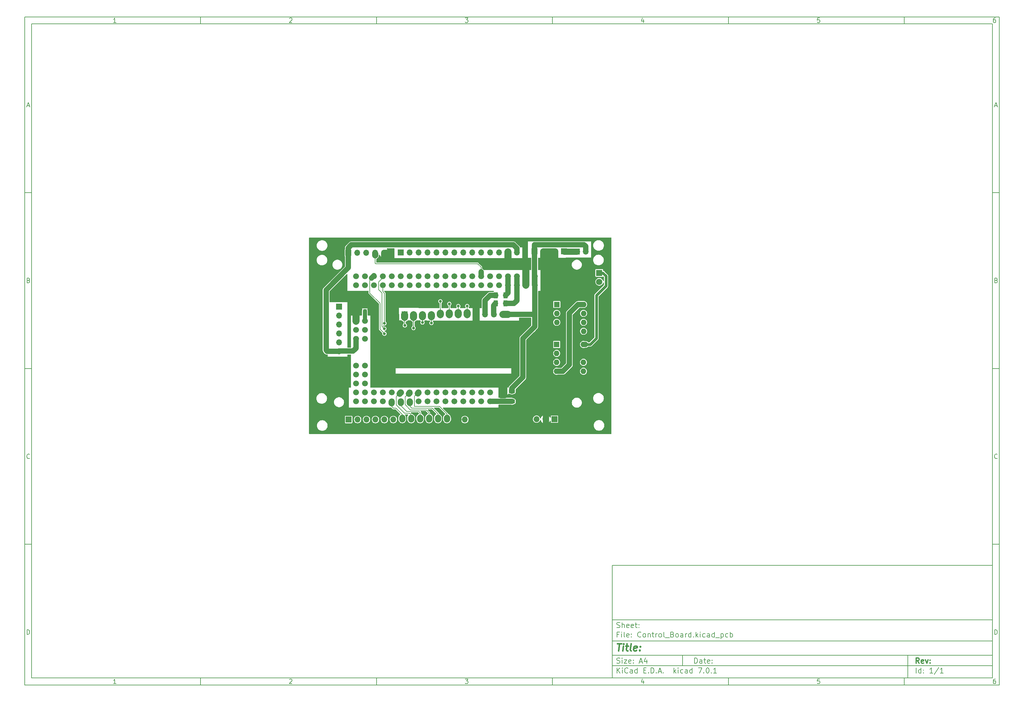
<source format=gbr>
%TF.GenerationSoftware,KiCad,Pcbnew,7.0.1*%
%TF.CreationDate,2023-09-27T13:27:15+00:00*%
%TF.ProjectId,Control_Board,436f6e74-726f-46c5-9f42-6f6172642e6b,rev?*%
%TF.SameCoordinates,Original*%
%TF.FileFunction,Copper,L2,Bot*%
%TF.FilePolarity,Positive*%
%FSLAX45Y45*%
G04 Gerber Fmt 4.5, Leading zero omitted, Abs format (unit mm)*
G04 Created by KiCad (PCBNEW 7.0.1) date 2023-09-27 13:27:15*
%MOMM*%
%LPD*%
G01*
G04 APERTURE LIST*
G04 Aperture macros list*
%AMRoundRect*
0 Rectangle with rounded corners*
0 $1 Rounding radius*
0 $2 $3 $4 $5 $6 $7 $8 $9 X,Y pos of 4 corners*
0 Add a 4 corners polygon primitive as box body*
4,1,4,$2,$3,$4,$5,$6,$7,$8,$9,$2,$3,0*
0 Add four circle primitives for the rounded corners*
1,1,$1+$1,$2,$3*
1,1,$1+$1,$4,$5*
1,1,$1+$1,$6,$7*
1,1,$1+$1,$8,$9*
0 Add four rect primitives between the rounded corners*
20,1,$1+$1,$2,$3,$4,$5,0*
20,1,$1+$1,$4,$5,$6,$7,0*
20,1,$1+$1,$6,$7,$8,$9,0*
20,1,$1+$1,$8,$9,$2,$3,0*%
G04 Aperture macros list end*
%ADD10C,0.100000*%
%ADD11C,0.150000*%
%ADD12C,0.300000*%
%ADD13C,0.400000*%
%TA.AperFunction,ComponentPad*%
%ADD14R,1.600000X1.600000*%
%TD*%
%TA.AperFunction,ComponentPad*%
%ADD15O,1.600000X1.600000*%
%TD*%
%TA.AperFunction,ComponentPad*%
%ADD16R,1.800000X1.800000*%
%TD*%
%TA.AperFunction,ComponentPad*%
%ADD17C,1.800000*%
%TD*%
%TA.AperFunction,ComponentPad*%
%ADD18R,1.700000X1.700000*%
%TD*%
%TA.AperFunction,ComponentPad*%
%ADD19O,1.700000X1.700000*%
%TD*%
%TA.AperFunction,ComponentPad*%
%ADD20R,1.000000X1.000000*%
%TD*%
%TA.AperFunction,ComponentPad*%
%ADD21O,1.000000X1.000000*%
%TD*%
%TA.AperFunction,ComponentPad*%
%ADD22C,1.676400*%
%TD*%
%TA.AperFunction,SMDPad,CuDef*%
%ADD23RoundRect,0.250000X-0.625000X0.312500X-0.625000X-0.312500X0.625000X-0.312500X0.625000X0.312500X0*%
%TD*%
%TA.AperFunction,SMDPad,CuDef*%
%ADD24RoundRect,0.250000X-0.375000X-0.625000X0.375000X-0.625000X0.375000X0.625000X-0.375000X0.625000X0*%
%TD*%
%TA.AperFunction,SMDPad,CuDef*%
%ADD25RoundRect,0.250000X0.625000X-0.312500X0.625000X0.312500X-0.625000X0.312500X-0.625000X-0.312500X0*%
%TD*%
%TA.AperFunction,ViaPad*%
%ADD26C,0.800000*%
%TD*%
%TA.AperFunction,Conductor*%
%ADD27C,2.000000*%
%TD*%
%TA.AperFunction,Conductor*%
%ADD28C,1.800000*%
%TD*%
%TA.AperFunction,Conductor*%
%ADD29C,1.500000*%
%TD*%
%TA.AperFunction,Conductor*%
%ADD30C,0.200000*%
%TD*%
%TA.AperFunction,Conductor*%
%ADD31C,2.500000*%
%TD*%
%TA.AperFunction,Conductor*%
%ADD32C,1.000000*%
%TD*%
%TA.AperFunction,Conductor*%
%ADD33C,0.800000*%
%TD*%
%TA.AperFunction,Conductor*%
%ADD34C,1.200000*%
%TD*%
%TA.AperFunction,Conductor*%
%ADD35C,0.500000*%
%TD*%
G04 APERTURE END LIST*
D10*
D11*
X17700220Y-16600720D02*
X28500220Y-16600720D01*
X28500220Y-19800720D01*
X17700220Y-19800720D01*
X17700220Y-16600720D01*
D10*
D11*
X1000000Y-1000000D02*
X28700220Y-1000000D01*
X28700220Y-20000720D01*
X1000000Y-20000720D01*
X1000000Y-1000000D01*
D10*
D11*
X1200000Y-1200000D02*
X28500220Y-1200000D01*
X28500220Y-19800720D01*
X1200000Y-19800720D01*
X1200000Y-1200000D01*
D10*
D11*
X6000000Y-1200000D02*
X6000000Y-1000000D01*
D10*
D11*
X11000000Y-1200000D02*
X11000000Y-1000000D01*
D10*
D11*
X16000000Y-1200000D02*
X16000000Y-1000000D01*
D10*
D11*
X21000000Y-1200000D02*
X21000000Y-1000000D01*
D10*
D11*
X26000000Y-1200000D02*
X26000000Y-1000000D01*
D10*
D11*
X3599048Y-1160140D02*
X3524762Y-1160140D01*
X3561905Y-1160140D02*
X3561905Y-1030140D01*
X3561905Y-1030140D02*
X3549524Y-1048712D01*
X3549524Y-1048712D02*
X3537143Y-1061093D01*
X3537143Y-1061093D02*
X3524762Y-1067283D01*
D10*
D11*
X8524762Y-1042521D02*
X8530952Y-1036331D01*
X8530952Y-1036331D02*
X8543333Y-1030140D01*
X8543333Y-1030140D02*
X8574286Y-1030140D01*
X8574286Y-1030140D02*
X8586667Y-1036331D01*
X8586667Y-1036331D02*
X8592857Y-1042521D01*
X8592857Y-1042521D02*
X8599048Y-1054902D01*
X8599048Y-1054902D02*
X8599048Y-1067283D01*
X8599048Y-1067283D02*
X8592857Y-1085855D01*
X8592857Y-1085855D02*
X8518571Y-1160140D01*
X8518571Y-1160140D02*
X8599048Y-1160140D01*
D10*
D11*
X13518571Y-1030140D02*
X13599048Y-1030140D01*
X13599048Y-1030140D02*
X13555714Y-1079664D01*
X13555714Y-1079664D02*
X13574286Y-1079664D01*
X13574286Y-1079664D02*
X13586667Y-1085855D01*
X13586667Y-1085855D02*
X13592857Y-1092045D01*
X13592857Y-1092045D02*
X13599048Y-1104426D01*
X13599048Y-1104426D02*
X13599048Y-1135379D01*
X13599048Y-1135379D02*
X13592857Y-1147760D01*
X13592857Y-1147760D02*
X13586667Y-1153950D01*
X13586667Y-1153950D02*
X13574286Y-1160140D01*
X13574286Y-1160140D02*
X13537143Y-1160140D01*
X13537143Y-1160140D02*
X13524762Y-1153950D01*
X13524762Y-1153950D02*
X13518571Y-1147760D01*
D10*
D11*
X18586667Y-1073474D02*
X18586667Y-1160140D01*
X18555714Y-1023950D02*
X18524762Y-1116807D01*
X18524762Y-1116807D02*
X18605238Y-1116807D01*
D10*
D11*
X23592857Y-1030140D02*
X23530952Y-1030140D01*
X23530952Y-1030140D02*
X23524762Y-1092045D01*
X23524762Y-1092045D02*
X23530952Y-1085855D01*
X23530952Y-1085855D02*
X23543333Y-1079664D01*
X23543333Y-1079664D02*
X23574286Y-1079664D01*
X23574286Y-1079664D02*
X23586667Y-1085855D01*
X23586667Y-1085855D02*
X23592857Y-1092045D01*
X23592857Y-1092045D02*
X23599048Y-1104426D01*
X23599048Y-1104426D02*
X23599048Y-1135379D01*
X23599048Y-1135379D02*
X23592857Y-1147760D01*
X23592857Y-1147760D02*
X23586667Y-1153950D01*
X23586667Y-1153950D02*
X23574286Y-1160140D01*
X23574286Y-1160140D02*
X23543333Y-1160140D01*
X23543333Y-1160140D02*
X23530952Y-1153950D01*
X23530952Y-1153950D02*
X23524762Y-1147760D01*
D10*
D11*
X28586667Y-1030140D02*
X28561905Y-1030140D01*
X28561905Y-1030140D02*
X28549524Y-1036331D01*
X28549524Y-1036331D02*
X28543333Y-1042521D01*
X28543333Y-1042521D02*
X28530952Y-1061093D01*
X28530952Y-1061093D02*
X28524762Y-1085855D01*
X28524762Y-1085855D02*
X28524762Y-1135379D01*
X28524762Y-1135379D02*
X28530952Y-1147760D01*
X28530952Y-1147760D02*
X28537143Y-1153950D01*
X28537143Y-1153950D02*
X28549524Y-1160140D01*
X28549524Y-1160140D02*
X28574286Y-1160140D01*
X28574286Y-1160140D02*
X28586667Y-1153950D01*
X28586667Y-1153950D02*
X28592857Y-1147760D01*
X28592857Y-1147760D02*
X28599048Y-1135379D01*
X28599048Y-1135379D02*
X28599048Y-1104426D01*
X28599048Y-1104426D02*
X28592857Y-1092045D01*
X28592857Y-1092045D02*
X28586667Y-1085855D01*
X28586667Y-1085855D02*
X28574286Y-1079664D01*
X28574286Y-1079664D02*
X28549524Y-1079664D01*
X28549524Y-1079664D02*
X28537143Y-1085855D01*
X28537143Y-1085855D02*
X28530952Y-1092045D01*
X28530952Y-1092045D02*
X28524762Y-1104426D01*
D10*
D11*
X6000000Y-19800720D02*
X6000000Y-20000720D01*
D10*
D11*
X11000000Y-19800720D02*
X11000000Y-20000720D01*
D10*
D11*
X16000000Y-19800720D02*
X16000000Y-20000720D01*
D10*
D11*
X21000000Y-19800720D02*
X21000000Y-20000720D01*
D10*
D11*
X26000000Y-19800720D02*
X26000000Y-20000720D01*
D10*
D11*
X3599048Y-19960860D02*
X3524762Y-19960860D01*
X3561905Y-19960860D02*
X3561905Y-19830860D01*
X3561905Y-19830860D02*
X3549524Y-19849432D01*
X3549524Y-19849432D02*
X3537143Y-19861813D01*
X3537143Y-19861813D02*
X3524762Y-19868003D01*
D10*
D11*
X8524762Y-19843241D02*
X8530952Y-19837051D01*
X8530952Y-19837051D02*
X8543333Y-19830860D01*
X8543333Y-19830860D02*
X8574286Y-19830860D01*
X8574286Y-19830860D02*
X8586667Y-19837051D01*
X8586667Y-19837051D02*
X8592857Y-19843241D01*
X8592857Y-19843241D02*
X8599048Y-19855622D01*
X8599048Y-19855622D02*
X8599048Y-19868003D01*
X8599048Y-19868003D02*
X8592857Y-19886575D01*
X8592857Y-19886575D02*
X8518571Y-19960860D01*
X8518571Y-19960860D02*
X8599048Y-19960860D01*
D10*
D11*
X13518571Y-19830860D02*
X13599048Y-19830860D01*
X13599048Y-19830860D02*
X13555714Y-19880384D01*
X13555714Y-19880384D02*
X13574286Y-19880384D01*
X13574286Y-19880384D02*
X13586667Y-19886575D01*
X13586667Y-19886575D02*
X13592857Y-19892765D01*
X13592857Y-19892765D02*
X13599048Y-19905146D01*
X13599048Y-19905146D02*
X13599048Y-19936099D01*
X13599048Y-19936099D02*
X13592857Y-19948480D01*
X13592857Y-19948480D02*
X13586667Y-19954670D01*
X13586667Y-19954670D02*
X13574286Y-19960860D01*
X13574286Y-19960860D02*
X13537143Y-19960860D01*
X13537143Y-19960860D02*
X13524762Y-19954670D01*
X13524762Y-19954670D02*
X13518571Y-19948480D01*
D10*
D11*
X18586667Y-19874194D02*
X18586667Y-19960860D01*
X18555714Y-19824670D02*
X18524762Y-19917527D01*
X18524762Y-19917527D02*
X18605238Y-19917527D01*
D10*
D11*
X23592857Y-19830860D02*
X23530952Y-19830860D01*
X23530952Y-19830860D02*
X23524762Y-19892765D01*
X23524762Y-19892765D02*
X23530952Y-19886575D01*
X23530952Y-19886575D02*
X23543333Y-19880384D01*
X23543333Y-19880384D02*
X23574286Y-19880384D01*
X23574286Y-19880384D02*
X23586667Y-19886575D01*
X23586667Y-19886575D02*
X23592857Y-19892765D01*
X23592857Y-19892765D02*
X23599048Y-19905146D01*
X23599048Y-19905146D02*
X23599048Y-19936099D01*
X23599048Y-19936099D02*
X23592857Y-19948480D01*
X23592857Y-19948480D02*
X23586667Y-19954670D01*
X23586667Y-19954670D02*
X23574286Y-19960860D01*
X23574286Y-19960860D02*
X23543333Y-19960860D01*
X23543333Y-19960860D02*
X23530952Y-19954670D01*
X23530952Y-19954670D02*
X23524762Y-19948480D01*
D10*
D11*
X28586667Y-19830860D02*
X28561905Y-19830860D01*
X28561905Y-19830860D02*
X28549524Y-19837051D01*
X28549524Y-19837051D02*
X28543333Y-19843241D01*
X28543333Y-19843241D02*
X28530952Y-19861813D01*
X28530952Y-19861813D02*
X28524762Y-19886575D01*
X28524762Y-19886575D02*
X28524762Y-19936099D01*
X28524762Y-19936099D02*
X28530952Y-19948480D01*
X28530952Y-19948480D02*
X28537143Y-19954670D01*
X28537143Y-19954670D02*
X28549524Y-19960860D01*
X28549524Y-19960860D02*
X28574286Y-19960860D01*
X28574286Y-19960860D02*
X28586667Y-19954670D01*
X28586667Y-19954670D02*
X28592857Y-19948480D01*
X28592857Y-19948480D02*
X28599048Y-19936099D01*
X28599048Y-19936099D02*
X28599048Y-19905146D01*
X28599048Y-19905146D02*
X28592857Y-19892765D01*
X28592857Y-19892765D02*
X28586667Y-19886575D01*
X28586667Y-19886575D02*
X28574286Y-19880384D01*
X28574286Y-19880384D02*
X28549524Y-19880384D01*
X28549524Y-19880384D02*
X28537143Y-19886575D01*
X28537143Y-19886575D02*
X28530952Y-19892765D01*
X28530952Y-19892765D02*
X28524762Y-19905146D01*
D10*
D11*
X1000000Y-6000000D02*
X1200000Y-6000000D01*
D10*
D11*
X1000000Y-11000000D02*
X1200000Y-11000000D01*
D10*
D11*
X1000000Y-16000000D02*
X1200000Y-16000000D01*
D10*
D11*
X1069048Y-3522998D02*
X1130952Y-3522998D01*
X1056667Y-3560140D02*
X1100000Y-3430140D01*
X1100000Y-3430140D02*
X1143333Y-3560140D01*
D10*
D11*
X1109286Y-8492045D02*
X1127857Y-8498236D01*
X1127857Y-8498236D02*
X1134048Y-8504426D01*
X1134048Y-8504426D02*
X1140238Y-8516807D01*
X1140238Y-8516807D02*
X1140238Y-8535379D01*
X1140238Y-8535379D02*
X1134048Y-8547760D01*
X1134048Y-8547760D02*
X1127857Y-8553950D01*
X1127857Y-8553950D02*
X1115476Y-8560140D01*
X1115476Y-8560140D02*
X1065952Y-8560140D01*
X1065952Y-8560140D02*
X1065952Y-8430140D01*
X1065952Y-8430140D02*
X1109286Y-8430140D01*
X1109286Y-8430140D02*
X1121667Y-8436331D01*
X1121667Y-8436331D02*
X1127857Y-8442521D01*
X1127857Y-8442521D02*
X1134048Y-8454902D01*
X1134048Y-8454902D02*
X1134048Y-8467283D01*
X1134048Y-8467283D02*
X1127857Y-8479664D01*
X1127857Y-8479664D02*
X1121667Y-8485855D01*
X1121667Y-8485855D02*
X1109286Y-8492045D01*
X1109286Y-8492045D02*
X1065952Y-8492045D01*
D10*
D11*
X1140238Y-13547759D02*
X1134048Y-13553950D01*
X1134048Y-13553950D02*
X1115476Y-13560140D01*
X1115476Y-13560140D02*
X1103095Y-13560140D01*
X1103095Y-13560140D02*
X1084524Y-13553950D01*
X1084524Y-13553950D02*
X1072143Y-13541569D01*
X1072143Y-13541569D02*
X1065952Y-13529188D01*
X1065952Y-13529188D02*
X1059762Y-13504426D01*
X1059762Y-13504426D02*
X1059762Y-13485855D01*
X1059762Y-13485855D02*
X1065952Y-13461093D01*
X1065952Y-13461093D02*
X1072143Y-13448712D01*
X1072143Y-13448712D02*
X1084524Y-13436331D01*
X1084524Y-13436331D02*
X1103095Y-13430140D01*
X1103095Y-13430140D02*
X1115476Y-13430140D01*
X1115476Y-13430140D02*
X1134048Y-13436331D01*
X1134048Y-13436331D02*
X1140238Y-13442521D01*
D10*
D11*
X1065952Y-18560140D02*
X1065952Y-18430140D01*
X1065952Y-18430140D02*
X1096905Y-18430140D01*
X1096905Y-18430140D02*
X1115476Y-18436331D01*
X1115476Y-18436331D02*
X1127857Y-18448712D01*
X1127857Y-18448712D02*
X1134048Y-18461093D01*
X1134048Y-18461093D02*
X1140238Y-18485855D01*
X1140238Y-18485855D02*
X1140238Y-18504426D01*
X1140238Y-18504426D02*
X1134048Y-18529188D01*
X1134048Y-18529188D02*
X1127857Y-18541569D01*
X1127857Y-18541569D02*
X1115476Y-18553950D01*
X1115476Y-18553950D02*
X1096905Y-18560140D01*
X1096905Y-18560140D02*
X1065952Y-18560140D01*
D10*
D11*
X28700220Y-6000000D02*
X28500220Y-6000000D01*
D10*
D11*
X28700220Y-11000000D02*
X28500220Y-11000000D01*
D10*
D11*
X28700220Y-16000000D02*
X28500220Y-16000000D01*
D10*
D11*
X28569268Y-3522998D02*
X28631172Y-3522998D01*
X28556887Y-3560140D02*
X28600220Y-3430140D01*
X28600220Y-3430140D02*
X28643553Y-3560140D01*
D10*
D11*
X28609506Y-8492045D02*
X28628077Y-8498236D01*
X28628077Y-8498236D02*
X28634268Y-8504426D01*
X28634268Y-8504426D02*
X28640458Y-8516807D01*
X28640458Y-8516807D02*
X28640458Y-8535379D01*
X28640458Y-8535379D02*
X28634268Y-8547760D01*
X28634268Y-8547760D02*
X28628077Y-8553950D01*
X28628077Y-8553950D02*
X28615696Y-8560140D01*
X28615696Y-8560140D02*
X28566172Y-8560140D01*
X28566172Y-8560140D02*
X28566172Y-8430140D01*
X28566172Y-8430140D02*
X28609506Y-8430140D01*
X28609506Y-8430140D02*
X28621887Y-8436331D01*
X28621887Y-8436331D02*
X28628077Y-8442521D01*
X28628077Y-8442521D02*
X28634268Y-8454902D01*
X28634268Y-8454902D02*
X28634268Y-8467283D01*
X28634268Y-8467283D02*
X28628077Y-8479664D01*
X28628077Y-8479664D02*
X28621887Y-8485855D01*
X28621887Y-8485855D02*
X28609506Y-8492045D01*
X28609506Y-8492045D02*
X28566172Y-8492045D01*
D10*
D11*
X28640458Y-13547759D02*
X28634268Y-13553950D01*
X28634268Y-13553950D02*
X28615696Y-13560140D01*
X28615696Y-13560140D02*
X28603315Y-13560140D01*
X28603315Y-13560140D02*
X28584744Y-13553950D01*
X28584744Y-13553950D02*
X28572363Y-13541569D01*
X28572363Y-13541569D02*
X28566172Y-13529188D01*
X28566172Y-13529188D02*
X28559982Y-13504426D01*
X28559982Y-13504426D02*
X28559982Y-13485855D01*
X28559982Y-13485855D02*
X28566172Y-13461093D01*
X28566172Y-13461093D02*
X28572363Y-13448712D01*
X28572363Y-13448712D02*
X28584744Y-13436331D01*
X28584744Y-13436331D02*
X28603315Y-13430140D01*
X28603315Y-13430140D02*
X28615696Y-13430140D01*
X28615696Y-13430140D02*
X28634268Y-13436331D01*
X28634268Y-13436331D02*
X28640458Y-13442521D01*
D10*
D11*
X28566172Y-18560140D02*
X28566172Y-18430140D01*
X28566172Y-18430140D02*
X28597125Y-18430140D01*
X28597125Y-18430140D02*
X28615696Y-18436331D01*
X28615696Y-18436331D02*
X28628077Y-18448712D01*
X28628077Y-18448712D02*
X28634268Y-18461093D01*
X28634268Y-18461093D02*
X28640458Y-18485855D01*
X28640458Y-18485855D02*
X28640458Y-18504426D01*
X28640458Y-18504426D02*
X28634268Y-18529188D01*
X28634268Y-18529188D02*
X28628077Y-18541569D01*
X28628077Y-18541569D02*
X28615696Y-18553950D01*
X28615696Y-18553950D02*
X28597125Y-18560140D01*
X28597125Y-18560140D02*
X28566172Y-18560140D01*
D10*
D11*
X20035934Y-19380113D02*
X20035934Y-19230113D01*
X20035934Y-19230113D02*
X20071649Y-19230113D01*
X20071649Y-19230113D02*
X20093077Y-19237256D01*
X20093077Y-19237256D02*
X20107363Y-19251541D01*
X20107363Y-19251541D02*
X20114506Y-19265827D01*
X20114506Y-19265827D02*
X20121649Y-19294399D01*
X20121649Y-19294399D02*
X20121649Y-19315827D01*
X20121649Y-19315827D02*
X20114506Y-19344399D01*
X20114506Y-19344399D02*
X20107363Y-19358684D01*
X20107363Y-19358684D02*
X20093077Y-19372970D01*
X20093077Y-19372970D02*
X20071649Y-19380113D01*
X20071649Y-19380113D02*
X20035934Y-19380113D01*
X20250220Y-19380113D02*
X20250220Y-19301541D01*
X20250220Y-19301541D02*
X20243077Y-19287256D01*
X20243077Y-19287256D02*
X20228791Y-19280113D01*
X20228791Y-19280113D02*
X20200220Y-19280113D01*
X20200220Y-19280113D02*
X20185934Y-19287256D01*
X20250220Y-19372970D02*
X20235934Y-19380113D01*
X20235934Y-19380113D02*
X20200220Y-19380113D01*
X20200220Y-19380113D02*
X20185934Y-19372970D01*
X20185934Y-19372970D02*
X20178791Y-19358684D01*
X20178791Y-19358684D02*
X20178791Y-19344399D01*
X20178791Y-19344399D02*
X20185934Y-19330113D01*
X20185934Y-19330113D02*
X20200220Y-19322970D01*
X20200220Y-19322970D02*
X20235934Y-19322970D01*
X20235934Y-19322970D02*
X20250220Y-19315827D01*
X20300220Y-19280113D02*
X20357363Y-19280113D01*
X20321649Y-19230113D02*
X20321649Y-19358684D01*
X20321649Y-19358684D02*
X20328791Y-19372970D01*
X20328791Y-19372970D02*
X20343077Y-19380113D01*
X20343077Y-19380113D02*
X20357363Y-19380113D01*
X20464506Y-19372970D02*
X20450220Y-19380113D01*
X20450220Y-19380113D02*
X20421649Y-19380113D01*
X20421649Y-19380113D02*
X20407363Y-19372970D01*
X20407363Y-19372970D02*
X20400220Y-19358684D01*
X20400220Y-19358684D02*
X20400220Y-19301541D01*
X20400220Y-19301541D02*
X20407363Y-19287256D01*
X20407363Y-19287256D02*
X20421649Y-19280113D01*
X20421649Y-19280113D02*
X20450220Y-19280113D01*
X20450220Y-19280113D02*
X20464506Y-19287256D01*
X20464506Y-19287256D02*
X20471649Y-19301541D01*
X20471649Y-19301541D02*
X20471649Y-19315827D01*
X20471649Y-19315827D02*
X20400220Y-19330113D01*
X20535934Y-19365827D02*
X20543077Y-19372970D01*
X20543077Y-19372970D02*
X20535934Y-19380113D01*
X20535934Y-19380113D02*
X20528791Y-19372970D01*
X20528791Y-19372970D02*
X20535934Y-19365827D01*
X20535934Y-19365827D02*
X20535934Y-19380113D01*
X20535934Y-19287256D02*
X20543077Y-19294399D01*
X20543077Y-19294399D02*
X20535934Y-19301541D01*
X20535934Y-19301541D02*
X20528791Y-19294399D01*
X20528791Y-19294399D02*
X20535934Y-19287256D01*
X20535934Y-19287256D02*
X20535934Y-19301541D01*
D10*
D11*
X17700220Y-19450720D02*
X28500220Y-19450720D01*
D10*
D11*
X17835934Y-19660113D02*
X17835934Y-19510113D01*
X17921649Y-19660113D02*
X17857363Y-19574399D01*
X17921649Y-19510113D02*
X17835934Y-19595827D01*
X17985934Y-19660113D02*
X17985934Y-19560113D01*
X17985934Y-19510113D02*
X17978791Y-19517256D01*
X17978791Y-19517256D02*
X17985934Y-19524399D01*
X17985934Y-19524399D02*
X17993077Y-19517256D01*
X17993077Y-19517256D02*
X17985934Y-19510113D01*
X17985934Y-19510113D02*
X17985934Y-19524399D01*
X18143077Y-19645827D02*
X18135934Y-19652970D01*
X18135934Y-19652970D02*
X18114506Y-19660113D01*
X18114506Y-19660113D02*
X18100220Y-19660113D01*
X18100220Y-19660113D02*
X18078791Y-19652970D01*
X18078791Y-19652970D02*
X18064506Y-19638684D01*
X18064506Y-19638684D02*
X18057363Y-19624399D01*
X18057363Y-19624399D02*
X18050220Y-19595827D01*
X18050220Y-19595827D02*
X18050220Y-19574399D01*
X18050220Y-19574399D02*
X18057363Y-19545827D01*
X18057363Y-19545827D02*
X18064506Y-19531541D01*
X18064506Y-19531541D02*
X18078791Y-19517256D01*
X18078791Y-19517256D02*
X18100220Y-19510113D01*
X18100220Y-19510113D02*
X18114506Y-19510113D01*
X18114506Y-19510113D02*
X18135934Y-19517256D01*
X18135934Y-19517256D02*
X18143077Y-19524399D01*
X18271649Y-19660113D02*
X18271649Y-19581541D01*
X18271649Y-19581541D02*
X18264506Y-19567256D01*
X18264506Y-19567256D02*
X18250220Y-19560113D01*
X18250220Y-19560113D02*
X18221649Y-19560113D01*
X18221649Y-19560113D02*
X18207363Y-19567256D01*
X18271649Y-19652970D02*
X18257363Y-19660113D01*
X18257363Y-19660113D02*
X18221649Y-19660113D01*
X18221649Y-19660113D02*
X18207363Y-19652970D01*
X18207363Y-19652970D02*
X18200220Y-19638684D01*
X18200220Y-19638684D02*
X18200220Y-19624399D01*
X18200220Y-19624399D02*
X18207363Y-19610113D01*
X18207363Y-19610113D02*
X18221649Y-19602970D01*
X18221649Y-19602970D02*
X18257363Y-19602970D01*
X18257363Y-19602970D02*
X18271649Y-19595827D01*
X18407363Y-19660113D02*
X18407363Y-19510113D01*
X18407363Y-19652970D02*
X18393077Y-19660113D01*
X18393077Y-19660113D02*
X18364506Y-19660113D01*
X18364506Y-19660113D02*
X18350220Y-19652970D01*
X18350220Y-19652970D02*
X18343077Y-19645827D01*
X18343077Y-19645827D02*
X18335934Y-19631541D01*
X18335934Y-19631541D02*
X18335934Y-19588684D01*
X18335934Y-19588684D02*
X18343077Y-19574399D01*
X18343077Y-19574399D02*
X18350220Y-19567256D01*
X18350220Y-19567256D02*
X18364506Y-19560113D01*
X18364506Y-19560113D02*
X18393077Y-19560113D01*
X18393077Y-19560113D02*
X18407363Y-19567256D01*
X18593077Y-19581541D02*
X18643077Y-19581541D01*
X18664506Y-19660113D02*
X18593077Y-19660113D01*
X18593077Y-19660113D02*
X18593077Y-19510113D01*
X18593077Y-19510113D02*
X18664506Y-19510113D01*
X18728791Y-19645827D02*
X18735934Y-19652970D01*
X18735934Y-19652970D02*
X18728791Y-19660113D01*
X18728791Y-19660113D02*
X18721649Y-19652970D01*
X18721649Y-19652970D02*
X18728791Y-19645827D01*
X18728791Y-19645827D02*
X18728791Y-19660113D01*
X18800220Y-19660113D02*
X18800220Y-19510113D01*
X18800220Y-19510113D02*
X18835934Y-19510113D01*
X18835934Y-19510113D02*
X18857363Y-19517256D01*
X18857363Y-19517256D02*
X18871649Y-19531541D01*
X18871649Y-19531541D02*
X18878792Y-19545827D01*
X18878792Y-19545827D02*
X18885934Y-19574399D01*
X18885934Y-19574399D02*
X18885934Y-19595827D01*
X18885934Y-19595827D02*
X18878792Y-19624399D01*
X18878792Y-19624399D02*
X18871649Y-19638684D01*
X18871649Y-19638684D02*
X18857363Y-19652970D01*
X18857363Y-19652970D02*
X18835934Y-19660113D01*
X18835934Y-19660113D02*
X18800220Y-19660113D01*
X18950220Y-19645827D02*
X18957363Y-19652970D01*
X18957363Y-19652970D02*
X18950220Y-19660113D01*
X18950220Y-19660113D02*
X18943077Y-19652970D01*
X18943077Y-19652970D02*
X18950220Y-19645827D01*
X18950220Y-19645827D02*
X18950220Y-19660113D01*
X19014506Y-19617256D02*
X19085934Y-19617256D01*
X19000220Y-19660113D02*
X19050220Y-19510113D01*
X19050220Y-19510113D02*
X19100220Y-19660113D01*
X19150220Y-19645827D02*
X19157363Y-19652970D01*
X19157363Y-19652970D02*
X19150220Y-19660113D01*
X19150220Y-19660113D02*
X19143077Y-19652970D01*
X19143077Y-19652970D02*
X19150220Y-19645827D01*
X19150220Y-19645827D02*
X19150220Y-19660113D01*
X19450220Y-19660113D02*
X19450220Y-19510113D01*
X19464506Y-19602970D02*
X19507363Y-19660113D01*
X19507363Y-19560113D02*
X19450220Y-19617256D01*
X19571649Y-19660113D02*
X19571649Y-19560113D01*
X19571649Y-19510113D02*
X19564506Y-19517256D01*
X19564506Y-19517256D02*
X19571649Y-19524399D01*
X19571649Y-19524399D02*
X19578792Y-19517256D01*
X19578792Y-19517256D02*
X19571649Y-19510113D01*
X19571649Y-19510113D02*
X19571649Y-19524399D01*
X19707363Y-19652970D02*
X19693077Y-19660113D01*
X19693077Y-19660113D02*
X19664506Y-19660113D01*
X19664506Y-19660113D02*
X19650220Y-19652970D01*
X19650220Y-19652970D02*
X19643077Y-19645827D01*
X19643077Y-19645827D02*
X19635934Y-19631541D01*
X19635934Y-19631541D02*
X19635934Y-19588684D01*
X19635934Y-19588684D02*
X19643077Y-19574399D01*
X19643077Y-19574399D02*
X19650220Y-19567256D01*
X19650220Y-19567256D02*
X19664506Y-19560113D01*
X19664506Y-19560113D02*
X19693077Y-19560113D01*
X19693077Y-19560113D02*
X19707363Y-19567256D01*
X19835934Y-19660113D02*
X19835934Y-19581541D01*
X19835934Y-19581541D02*
X19828792Y-19567256D01*
X19828792Y-19567256D02*
X19814506Y-19560113D01*
X19814506Y-19560113D02*
X19785934Y-19560113D01*
X19785934Y-19560113D02*
X19771649Y-19567256D01*
X19835934Y-19652970D02*
X19821649Y-19660113D01*
X19821649Y-19660113D02*
X19785934Y-19660113D01*
X19785934Y-19660113D02*
X19771649Y-19652970D01*
X19771649Y-19652970D02*
X19764506Y-19638684D01*
X19764506Y-19638684D02*
X19764506Y-19624399D01*
X19764506Y-19624399D02*
X19771649Y-19610113D01*
X19771649Y-19610113D02*
X19785934Y-19602970D01*
X19785934Y-19602970D02*
X19821649Y-19602970D01*
X19821649Y-19602970D02*
X19835934Y-19595827D01*
X19971649Y-19660113D02*
X19971649Y-19510113D01*
X19971649Y-19652970D02*
X19957363Y-19660113D01*
X19957363Y-19660113D02*
X19928792Y-19660113D01*
X19928792Y-19660113D02*
X19914506Y-19652970D01*
X19914506Y-19652970D02*
X19907363Y-19645827D01*
X19907363Y-19645827D02*
X19900220Y-19631541D01*
X19900220Y-19631541D02*
X19900220Y-19588684D01*
X19900220Y-19588684D02*
X19907363Y-19574399D01*
X19907363Y-19574399D02*
X19914506Y-19567256D01*
X19914506Y-19567256D02*
X19928792Y-19560113D01*
X19928792Y-19560113D02*
X19957363Y-19560113D01*
X19957363Y-19560113D02*
X19971649Y-19567256D01*
X20143077Y-19510113D02*
X20243077Y-19510113D01*
X20243077Y-19510113D02*
X20178792Y-19660113D01*
X20300220Y-19645827D02*
X20307363Y-19652970D01*
X20307363Y-19652970D02*
X20300220Y-19660113D01*
X20300220Y-19660113D02*
X20293077Y-19652970D01*
X20293077Y-19652970D02*
X20300220Y-19645827D01*
X20300220Y-19645827D02*
X20300220Y-19660113D01*
X20400220Y-19510113D02*
X20414506Y-19510113D01*
X20414506Y-19510113D02*
X20428792Y-19517256D01*
X20428792Y-19517256D02*
X20435934Y-19524399D01*
X20435934Y-19524399D02*
X20443077Y-19538684D01*
X20443077Y-19538684D02*
X20450220Y-19567256D01*
X20450220Y-19567256D02*
X20450220Y-19602970D01*
X20450220Y-19602970D02*
X20443077Y-19631541D01*
X20443077Y-19631541D02*
X20435934Y-19645827D01*
X20435934Y-19645827D02*
X20428792Y-19652970D01*
X20428792Y-19652970D02*
X20414506Y-19660113D01*
X20414506Y-19660113D02*
X20400220Y-19660113D01*
X20400220Y-19660113D02*
X20385934Y-19652970D01*
X20385934Y-19652970D02*
X20378792Y-19645827D01*
X20378792Y-19645827D02*
X20371649Y-19631541D01*
X20371649Y-19631541D02*
X20364506Y-19602970D01*
X20364506Y-19602970D02*
X20364506Y-19567256D01*
X20364506Y-19567256D02*
X20371649Y-19538684D01*
X20371649Y-19538684D02*
X20378792Y-19524399D01*
X20378792Y-19524399D02*
X20385934Y-19517256D01*
X20385934Y-19517256D02*
X20400220Y-19510113D01*
X20514506Y-19645827D02*
X20521649Y-19652970D01*
X20521649Y-19652970D02*
X20514506Y-19660113D01*
X20514506Y-19660113D02*
X20507363Y-19652970D01*
X20507363Y-19652970D02*
X20514506Y-19645827D01*
X20514506Y-19645827D02*
X20514506Y-19660113D01*
X20664506Y-19660113D02*
X20578792Y-19660113D01*
X20621649Y-19660113D02*
X20621649Y-19510113D01*
X20621649Y-19510113D02*
X20607363Y-19531541D01*
X20607363Y-19531541D02*
X20593077Y-19545827D01*
X20593077Y-19545827D02*
X20578792Y-19552970D01*
D10*
D11*
X17700220Y-19150720D02*
X28500220Y-19150720D01*
D10*
D12*
X26421648Y-19380113D02*
X26371648Y-19308684D01*
X26335934Y-19380113D02*
X26335934Y-19230113D01*
X26335934Y-19230113D02*
X26393077Y-19230113D01*
X26393077Y-19230113D02*
X26407363Y-19237256D01*
X26407363Y-19237256D02*
X26414506Y-19244399D01*
X26414506Y-19244399D02*
X26421648Y-19258684D01*
X26421648Y-19258684D02*
X26421648Y-19280113D01*
X26421648Y-19280113D02*
X26414506Y-19294399D01*
X26414506Y-19294399D02*
X26407363Y-19301541D01*
X26407363Y-19301541D02*
X26393077Y-19308684D01*
X26393077Y-19308684D02*
X26335934Y-19308684D01*
X26543077Y-19372970D02*
X26528791Y-19380113D01*
X26528791Y-19380113D02*
X26500220Y-19380113D01*
X26500220Y-19380113D02*
X26485934Y-19372970D01*
X26485934Y-19372970D02*
X26478791Y-19358684D01*
X26478791Y-19358684D02*
X26478791Y-19301541D01*
X26478791Y-19301541D02*
X26485934Y-19287256D01*
X26485934Y-19287256D02*
X26500220Y-19280113D01*
X26500220Y-19280113D02*
X26528791Y-19280113D01*
X26528791Y-19280113D02*
X26543077Y-19287256D01*
X26543077Y-19287256D02*
X26550220Y-19301541D01*
X26550220Y-19301541D02*
X26550220Y-19315827D01*
X26550220Y-19315827D02*
X26478791Y-19330113D01*
X26600220Y-19280113D02*
X26635934Y-19380113D01*
X26635934Y-19380113D02*
X26671648Y-19280113D01*
X26728791Y-19365827D02*
X26735934Y-19372970D01*
X26735934Y-19372970D02*
X26728791Y-19380113D01*
X26728791Y-19380113D02*
X26721648Y-19372970D01*
X26721648Y-19372970D02*
X26728791Y-19365827D01*
X26728791Y-19365827D02*
X26728791Y-19380113D01*
X26728791Y-19287256D02*
X26735934Y-19294399D01*
X26735934Y-19294399D02*
X26728791Y-19301541D01*
X26728791Y-19301541D02*
X26721648Y-19294399D01*
X26721648Y-19294399D02*
X26728791Y-19287256D01*
X26728791Y-19287256D02*
X26728791Y-19301541D01*
D10*
D11*
X17828791Y-19372970D02*
X17850220Y-19380113D01*
X17850220Y-19380113D02*
X17885934Y-19380113D01*
X17885934Y-19380113D02*
X17900220Y-19372970D01*
X17900220Y-19372970D02*
X17907363Y-19365827D01*
X17907363Y-19365827D02*
X17914506Y-19351541D01*
X17914506Y-19351541D02*
X17914506Y-19337256D01*
X17914506Y-19337256D02*
X17907363Y-19322970D01*
X17907363Y-19322970D02*
X17900220Y-19315827D01*
X17900220Y-19315827D02*
X17885934Y-19308684D01*
X17885934Y-19308684D02*
X17857363Y-19301541D01*
X17857363Y-19301541D02*
X17843077Y-19294399D01*
X17843077Y-19294399D02*
X17835934Y-19287256D01*
X17835934Y-19287256D02*
X17828791Y-19272970D01*
X17828791Y-19272970D02*
X17828791Y-19258684D01*
X17828791Y-19258684D02*
X17835934Y-19244399D01*
X17835934Y-19244399D02*
X17843077Y-19237256D01*
X17843077Y-19237256D02*
X17857363Y-19230113D01*
X17857363Y-19230113D02*
X17893077Y-19230113D01*
X17893077Y-19230113D02*
X17914506Y-19237256D01*
X17978791Y-19380113D02*
X17978791Y-19280113D01*
X17978791Y-19230113D02*
X17971649Y-19237256D01*
X17971649Y-19237256D02*
X17978791Y-19244399D01*
X17978791Y-19244399D02*
X17985934Y-19237256D01*
X17985934Y-19237256D02*
X17978791Y-19230113D01*
X17978791Y-19230113D02*
X17978791Y-19244399D01*
X18035934Y-19280113D02*
X18114506Y-19280113D01*
X18114506Y-19280113D02*
X18035934Y-19380113D01*
X18035934Y-19380113D02*
X18114506Y-19380113D01*
X18228791Y-19372970D02*
X18214506Y-19380113D01*
X18214506Y-19380113D02*
X18185934Y-19380113D01*
X18185934Y-19380113D02*
X18171649Y-19372970D01*
X18171649Y-19372970D02*
X18164506Y-19358684D01*
X18164506Y-19358684D02*
X18164506Y-19301541D01*
X18164506Y-19301541D02*
X18171649Y-19287256D01*
X18171649Y-19287256D02*
X18185934Y-19280113D01*
X18185934Y-19280113D02*
X18214506Y-19280113D01*
X18214506Y-19280113D02*
X18228791Y-19287256D01*
X18228791Y-19287256D02*
X18235934Y-19301541D01*
X18235934Y-19301541D02*
X18235934Y-19315827D01*
X18235934Y-19315827D02*
X18164506Y-19330113D01*
X18300220Y-19365827D02*
X18307363Y-19372970D01*
X18307363Y-19372970D02*
X18300220Y-19380113D01*
X18300220Y-19380113D02*
X18293077Y-19372970D01*
X18293077Y-19372970D02*
X18300220Y-19365827D01*
X18300220Y-19365827D02*
X18300220Y-19380113D01*
X18300220Y-19287256D02*
X18307363Y-19294399D01*
X18307363Y-19294399D02*
X18300220Y-19301541D01*
X18300220Y-19301541D02*
X18293077Y-19294399D01*
X18293077Y-19294399D02*
X18300220Y-19287256D01*
X18300220Y-19287256D02*
X18300220Y-19301541D01*
X18478791Y-19337256D02*
X18550220Y-19337256D01*
X18464506Y-19380113D02*
X18514506Y-19230113D01*
X18514506Y-19230113D02*
X18564506Y-19380113D01*
X18678791Y-19280113D02*
X18678791Y-19380113D01*
X18643077Y-19222970D02*
X18607363Y-19330113D01*
X18607363Y-19330113D02*
X18700220Y-19330113D01*
D10*
D11*
X26335934Y-19660113D02*
X26335934Y-19510113D01*
X26471649Y-19660113D02*
X26471649Y-19510113D01*
X26471649Y-19652970D02*
X26457363Y-19660113D01*
X26457363Y-19660113D02*
X26428791Y-19660113D01*
X26428791Y-19660113D02*
X26414506Y-19652970D01*
X26414506Y-19652970D02*
X26407363Y-19645827D01*
X26407363Y-19645827D02*
X26400220Y-19631541D01*
X26400220Y-19631541D02*
X26400220Y-19588684D01*
X26400220Y-19588684D02*
X26407363Y-19574399D01*
X26407363Y-19574399D02*
X26414506Y-19567256D01*
X26414506Y-19567256D02*
X26428791Y-19560113D01*
X26428791Y-19560113D02*
X26457363Y-19560113D01*
X26457363Y-19560113D02*
X26471649Y-19567256D01*
X26543077Y-19645827D02*
X26550220Y-19652970D01*
X26550220Y-19652970D02*
X26543077Y-19660113D01*
X26543077Y-19660113D02*
X26535934Y-19652970D01*
X26535934Y-19652970D02*
X26543077Y-19645827D01*
X26543077Y-19645827D02*
X26543077Y-19660113D01*
X26543077Y-19567256D02*
X26550220Y-19574399D01*
X26550220Y-19574399D02*
X26543077Y-19581541D01*
X26543077Y-19581541D02*
X26535934Y-19574399D01*
X26535934Y-19574399D02*
X26543077Y-19567256D01*
X26543077Y-19567256D02*
X26543077Y-19581541D01*
X26807363Y-19660113D02*
X26721649Y-19660113D01*
X26764506Y-19660113D02*
X26764506Y-19510113D01*
X26764506Y-19510113D02*
X26750220Y-19531541D01*
X26750220Y-19531541D02*
X26735934Y-19545827D01*
X26735934Y-19545827D02*
X26721649Y-19552970D01*
X26978791Y-19502970D02*
X26850220Y-19695827D01*
X27107363Y-19660113D02*
X27021649Y-19660113D01*
X27064506Y-19660113D02*
X27064506Y-19510113D01*
X27064506Y-19510113D02*
X27050220Y-19531541D01*
X27050220Y-19531541D02*
X27035934Y-19545827D01*
X27035934Y-19545827D02*
X27021649Y-19552970D01*
D10*
D11*
X17700220Y-18750720D02*
X28500220Y-18750720D01*
D10*
D13*
X17843077Y-18823244D02*
X17957363Y-18823244D01*
X17875220Y-19023244D02*
X17900220Y-18823244D01*
X17997839Y-19023244D02*
X18014506Y-18889910D01*
X18022839Y-18823244D02*
X18012125Y-18832768D01*
X18012125Y-18832768D02*
X18020458Y-18842291D01*
X18020458Y-18842291D02*
X18031172Y-18832768D01*
X18031172Y-18832768D02*
X18022839Y-18823244D01*
X18022839Y-18823244D02*
X18020458Y-18842291D01*
X18079982Y-18889910D02*
X18156172Y-18889910D01*
X18116887Y-18823244D02*
X18095458Y-18994672D01*
X18095458Y-18994672D02*
X18102601Y-19013720D01*
X18102601Y-19013720D02*
X18120458Y-19023244D01*
X18120458Y-19023244D02*
X18139506Y-19023244D01*
X18233553Y-19023244D02*
X18215696Y-19013720D01*
X18215696Y-19013720D02*
X18208553Y-18994672D01*
X18208553Y-18994672D02*
X18229982Y-18823244D01*
X18385934Y-19013720D02*
X18365696Y-19023244D01*
X18365696Y-19023244D02*
X18327601Y-19023244D01*
X18327601Y-19023244D02*
X18309744Y-19013720D01*
X18309744Y-19013720D02*
X18302601Y-18994672D01*
X18302601Y-18994672D02*
X18312125Y-18918482D01*
X18312125Y-18918482D02*
X18324029Y-18899434D01*
X18324029Y-18899434D02*
X18344268Y-18889910D01*
X18344268Y-18889910D02*
X18382363Y-18889910D01*
X18382363Y-18889910D02*
X18400220Y-18899434D01*
X18400220Y-18899434D02*
X18407363Y-18918482D01*
X18407363Y-18918482D02*
X18404982Y-18937530D01*
X18404982Y-18937530D02*
X18307363Y-18956577D01*
X18481172Y-19004196D02*
X18489506Y-19013720D01*
X18489506Y-19013720D02*
X18478791Y-19023244D01*
X18478791Y-19023244D02*
X18470458Y-19013720D01*
X18470458Y-19013720D02*
X18481172Y-19004196D01*
X18481172Y-19004196D02*
X18478791Y-19023244D01*
X18494268Y-18899434D02*
X18502601Y-18908958D01*
X18502601Y-18908958D02*
X18491887Y-18918482D01*
X18491887Y-18918482D02*
X18483553Y-18908958D01*
X18483553Y-18908958D02*
X18494268Y-18899434D01*
X18494268Y-18899434D02*
X18491887Y-18918482D01*
D10*
D11*
X17885934Y-18561541D02*
X17835934Y-18561541D01*
X17835934Y-18640113D02*
X17835934Y-18490113D01*
X17835934Y-18490113D02*
X17907363Y-18490113D01*
X17964506Y-18640113D02*
X17964506Y-18540113D01*
X17964506Y-18490113D02*
X17957363Y-18497256D01*
X17957363Y-18497256D02*
X17964506Y-18504399D01*
X17964506Y-18504399D02*
X17971649Y-18497256D01*
X17971649Y-18497256D02*
X17964506Y-18490113D01*
X17964506Y-18490113D02*
X17964506Y-18504399D01*
X18057363Y-18640113D02*
X18043077Y-18632970D01*
X18043077Y-18632970D02*
X18035934Y-18618684D01*
X18035934Y-18618684D02*
X18035934Y-18490113D01*
X18171649Y-18632970D02*
X18157363Y-18640113D01*
X18157363Y-18640113D02*
X18128791Y-18640113D01*
X18128791Y-18640113D02*
X18114506Y-18632970D01*
X18114506Y-18632970D02*
X18107363Y-18618684D01*
X18107363Y-18618684D02*
X18107363Y-18561541D01*
X18107363Y-18561541D02*
X18114506Y-18547256D01*
X18114506Y-18547256D02*
X18128791Y-18540113D01*
X18128791Y-18540113D02*
X18157363Y-18540113D01*
X18157363Y-18540113D02*
X18171649Y-18547256D01*
X18171649Y-18547256D02*
X18178791Y-18561541D01*
X18178791Y-18561541D02*
X18178791Y-18575827D01*
X18178791Y-18575827D02*
X18107363Y-18590113D01*
X18243077Y-18625827D02*
X18250220Y-18632970D01*
X18250220Y-18632970D02*
X18243077Y-18640113D01*
X18243077Y-18640113D02*
X18235934Y-18632970D01*
X18235934Y-18632970D02*
X18243077Y-18625827D01*
X18243077Y-18625827D02*
X18243077Y-18640113D01*
X18243077Y-18547256D02*
X18250220Y-18554399D01*
X18250220Y-18554399D02*
X18243077Y-18561541D01*
X18243077Y-18561541D02*
X18235934Y-18554399D01*
X18235934Y-18554399D02*
X18243077Y-18547256D01*
X18243077Y-18547256D02*
X18243077Y-18561541D01*
X18514506Y-18625827D02*
X18507363Y-18632970D01*
X18507363Y-18632970D02*
X18485934Y-18640113D01*
X18485934Y-18640113D02*
X18471649Y-18640113D01*
X18471649Y-18640113D02*
X18450220Y-18632970D01*
X18450220Y-18632970D02*
X18435934Y-18618684D01*
X18435934Y-18618684D02*
X18428791Y-18604399D01*
X18428791Y-18604399D02*
X18421649Y-18575827D01*
X18421649Y-18575827D02*
X18421649Y-18554399D01*
X18421649Y-18554399D02*
X18428791Y-18525827D01*
X18428791Y-18525827D02*
X18435934Y-18511541D01*
X18435934Y-18511541D02*
X18450220Y-18497256D01*
X18450220Y-18497256D02*
X18471649Y-18490113D01*
X18471649Y-18490113D02*
X18485934Y-18490113D01*
X18485934Y-18490113D02*
X18507363Y-18497256D01*
X18507363Y-18497256D02*
X18514506Y-18504399D01*
X18600220Y-18640113D02*
X18585934Y-18632970D01*
X18585934Y-18632970D02*
X18578791Y-18625827D01*
X18578791Y-18625827D02*
X18571649Y-18611541D01*
X18571649Y-18611541D02*
X18571649Y-18568684D01*
X18571649Y-18568684D02*
X18578791Y-18554399D01*
X18578791Y-18554399D02*
X18585934Y-18547256D01*
X18585934Y-18547256D02*
X18600220Y-18540113D01*
X18600220Y-18540113D02*
X18621649Y-18540113D01*
X18621649Y-18540113D02*
X18635934Y-18547256D01*
X18635934Y-18547256D02*
X18643077Y-18554399D01*
X18643077Y-18554399D02*
X18650220Y-18568684D01*
X18650220Y-18568684D02*
X18650220Y-18611541D01*
X18650220Y-18611541D02*
X18643077Y-18625827D01*
X18643077Y-18625827D02*
X18635934Y-18632970D01*
X18635934Y-18632970D02*
X18621649Y-18640113D01*
X18621649Y-18640113D02*
X18600220Y-18640113D01*
X18714506Y-18540113D02*
X18714506Y-18640113D01*
X18714506Y-18554399D02*
X18721649Y-18547256D01*
X18721649Y-18547256D02*
X18735934Y-18540113D01*
X18735934Y-18540113D02*
X18757363Y-18540113D01*
X18757363Y-18540113D02*
X18771649Y-18547256D01*
X18771649Y-18547256D02*
X18778791Y-18561541D01*
X18778791Y-18561541D02*
X18778791Y-18640113D01*
X18828791Y-18540113D02*
X18885934Y-18540113D01*
X18850220Y-18490113D02*
X18850220Y-18618684D01*
X18850220Y-18618684D02*
X18857363Y-18632970D01*
X18857363Y-18632970D02*
X18871649Y-18640113D01*
X18871649Y-18640113D02*
X18885934Y-18640113D01*
X18935934Y-18640113D02*
X18935934Y-18540113D01*
X18935934Y-18568684D02*
X18943077Y-18554399D01*
X18943077Y-18554399D02*
X18950220Y-18547256D01*
X18950220Y-18547256D02*
X18964506Y-18540113D01*
X18964506Y-18540113D02*
X18978791Y-18540113D01*
X19050220Y-18640113D02*
X19035934Y-18632970D01*
X19035934Y-18632970D02*
X19028791Y-18625827D01*
X19028791Y-18625827D02*
X19021649Y-18611541D01*
X19021649Y-18611541D02*
X19021649Y-18568684D01*
X19021649Y-18568684D02*
X19028791Y-18554399D01*
X19028791Y-18554399D02*
X19035934Y-18547256D01*
X19035934Y-18547256D02*
X19050220Y-18540113D01*
X19050220Y-18540113D02*
X19071649Y-18540113D01*
X19071649Y-18540113D02*
X19085934Y-18547256D01*
X19085934Y-18547256D02*
X19093077Y-18554399D01*
X19093077Y-18554399D02*
X19100220Y-18568684D01*
X19100220Y-18568684D02*
X19100220Y-18611541D01*
X19100220Y-18611541D02*
X19093077Y-18625827D01*
X19093077Y-18625827D02*
X19085934Y-18632970D01*
X19085934Y-18632970D02*
X19071649Y-18640113D01*
X19071649Y-18640113D02*
X19050220Y-18640113D01*
X19185934Y-18640113D02*
X19171649Y-18632970D01*
X19171649Y-18632970D02*
X19164506Y-18618684D01*
X19164506Y-18618684D02*
X19164506Y-18490113D01*
X19207363Y-18654399D02*
X19321649Y-18654399D01*
X19407363Y-18561541D02*
X19428791Y-18568684D01*
X19428791Y-18568684D02*
X19435934Y-18575827D01*
X19435934Y-18575827D02*
X19443077Y-18590113D01*
X19443077Y-18590113D02*
X19443077Y-18611541D01*
X19443077Y-18611541D02*
X19435934Y-18625827D01*
X19435934Y-18625827D02*
X19428791Y-18632970D01*
X19428791Y-18632970D02*
X19414506Y-18640113D01*
X19414506Y-18640113D02*
X19357363Y-18640113D01*
X19357363Y-18640113D02*
X19357363Y-18490113D01*
X19357363Y-18490113D02*
X19407363Y-18490113D01*
X19407363Y-18490113D02*
X19421649Y-18497256D01*
X19421649Y-18497256D02*
X19428791Y-18504399D01*
X19428791Y-18504399D02*
X19435934Y-18518684D01*
X19435934Y-18518684D02*
X19435934Y-18532970D01*
X19435934Y-18532970D02*
X19428791Y-18547256D01*
X19428791Y-18547256D02*
X19421649Y-18554399D01*
X19421649Y-18554399D02*
X19407363Y-18561541D01*
X19407363Y-18561541D02*
X19357363Y-18561541D01*
X19528791Y-18640113D02*
X19514506Y-18632970D01*
X19514506Y-18632970D02*
X19507363Y-18625827D01*
X19507363Y-18625827D02*
X19500220Y-18611541D01*
X19500220Y-18611541D02*
X19500220Y-18568684D01*
X19500220Y-18568684D02*
X19507363Y-18554399D01*
X19507363Y-18554399D02*
X19514506Y-18547256D01*
X19514506Y-18547256D02*
X19528791Y-18540113D01*
X19528791Y-18540113D02*
X19550220Y-18540113D01*
X19550220Y-18540113D02*
X19564506Y-18547256D01*
X19564506Y-18547256D02*
X19571649Y-18554399D01*
X19571649Y-18554399D02*
X19578791Y-18568684D01*
X19578791Y-18568684D02*
X19578791Y-18611541D01*
X19578791Y-18611541D02*
X19571649Y-18625827D01*
X19571649Y-18625827D02*
X19564506Y-18632970D01*
X19564506Y-18632970D02*
X19550220Y-18640113D01*
X19550220Y-18640113D02*
X19528791Y-18640113D01*
X19707363Y-18640113D02*
X19707363Y-18561541D01*
X19707363Y-18561541D02*
X19700220Y-18547256D01*
X19700220Y-18547256D02*
X19685934Y-18540113D01*
X19685934Y-18540113D02*
X19657363Y-18540113D01*
X19657363Y-18540113D02*
X19643077Y-18547256D01*
X19707363Y-18632970D02*
X19693077Y-18640113D01*
X19693077Y-18640113D02*
X19657363Y-18640113D01*
X19657363Y-18640113D02*
X19643077Y-18632970D01*
X19643077Y-18632970D02*
X19635934Y-18618684D01*
X19635934Y-18618684D02*
X19635934Y-18604399D01*
X19635934Y-18604399D02*
X19643077Y-18590113D01*
X19643077Y-18590113D02*
X19657363Y-18582970D01*
X19657363Y-18582970D02*
X19693077Y-18582970D01*
X19693077Y-18582970D02*
X19707363Y-18575827D01*
X19778791Y-18640113D02*
X19778791Y-18540113D01*
X19778791Y-18568684D02*
X19785934Y-18554399D01*
X19785934Y-18554399D02*
X19793077Y-18547256D01*
X19793077Y-18547256D02*
X19807363Y-18540113D01*
X19807363Y-18540113D02*
X19821649Y-18540113D01*
X19935934Y-18640113D02*
X19935934Y-18490113D01*
X19935934Y-18632970D02*
X19921648Y-18640113D01*
X19921648Y-18640113D02*
X19893077Y-18640113D01*
X19893077Y-18640113D02*
X19878791Y-18632970D01*
X19878791Y-18632970D02*
X19871648Y-18625827D01*
X19871648Y-18625827D02*
X19864506Y-18611541D01*
X19864506Y-18611541D02*
X19864506Y-18568684D01*
X19864506Y-18568684D02*
X19871648Y-18554399D01*
X19871648Y-18554399D02*
X19878791Y-18547256D01*
X19878791Y-18547256D02*
X19893077Y-18540113D01*
X19893077Y-18540113D02*
X19921648Y-18540113D01*
X19921648Y-18540113D02*
X19935934Y-18547256D01*
X20007363Y-18625827D02*
X20014506Y-18632970D01*
X20014506Y-18632970D02*
X20007363Y-18640113D01*
X20007363Y-18640113D02*
X20000220Y-18632970D01*
X20000220Y-18632970D02*
X20007363Y-18625827D01*
X20007363Y-18625827D02*
X20007363Y-18640113D01*
X20078791Y-18640113D02*
X20078791Y-18490113D01*
X20093077Y-18582970D02*
X20135934Y-18640113D01*
X20135934Y-18540113D02*
X20078791Y-18597256D01*
X20200220Y-18640113D02*
X20200220Y-18540113D01*
X20200220Y-18490113D02*
X20193077Y-18497256D01*
X20193077Y-18497256D02*
X20200220Y-18504399D01*
X20200220Y-18504399D02*
X20207363Y-18497256D01*
X20207363Y-18497256D02*
X20200220Y-18490113D01*
X20200220Y-18490113D02*
X20200220Y-18504399D01*
X20335934Y-18632970D02*
X20321649Y-18640113D01*
X20321649Y-18640113D02*
X20293077Y-18640113D01*
X20293077Y-18640113D02*
X20278791Y-18632970D01*
X20278791Y-18632970D02*
X20271649Y-18625827D01*
X20271649Y-18625827D02*
X20264506Y-18611541D01*
X20264506Y-18611541D02*
X20264506Y-18568684D01*
X20264506Y-18568684D02*
X20271649Y-18554399D01*
X20271649Y-18554399D02*
X20278791Y-18547256D01*
X20278791Y-18547256D02*
X20293077Y-18540113D01*
X20293077Y-18540113D02*
X20321649Y-18540113D01*
X20321649Y-18540113D02*
X20335934Y-18547256D01*
X20464506Y-18640113D02*
X20464506Y-18561541D01*
X20464506Y-18561541D02*
X20457363Y-18547256D01*
X20457363Y-18547256D02*
X20443077Y-18540113D01*
X20443077Y-18540113D02*
X20414506Y-18540113D01*
X20414506Y-18540113D02*
X20400220Y-18547256D01*
X20464506Y-18632970D02*
X20450220Y-18640113D01*
X20450220Y-18640113D02*
X20414506Y-18640113D01*
X20414506Y-18640113D02*
X20400220Y-18632970D01*
X20400220Y-18632970D02*
X20393077Y-18618684D01*
X20393077Y-18618684D02*
X20393077Y-18604399D01*
X20393077Y-18604399D02*
X20400220Y-18590113D01*
X20400220Y-18590113D02*
X20414506Y-18582970D01*
X20414506Y-18582970D02*
X20450220Y-18582970D01*
X20450220Y-18582970D02*
X20464506Y-18575827D01*
X20600220Y-18640113D02*
X20600220Y-18490113D01*
X20600220Y-18632970D02*
X20585934Y-18640113D01*
X20585934Y-18640113D02*
X20557363Y-18640113D01*
X20557363Y-18640113D02*
X20543077Y-18632970D01*
X20543077Y-18632970D02*
X20535934Y-18625827D01*
X20535934Y-18625827D02*
X20528791Y-18611541D01*
X20528791Y-18611541D02*
X20528791Y-18568684D01*
X20528791Y-18568684D02*
X20535934Y-18554399D01*
X20535934Y-18554399D02*
X20543077Y-18547256D01*
X20543077Y-18547256D02*
X20557363Y-18540113D01*
X20557363Y-18540113D02*
X20585934Y-18540113D01*
X20585934Y-18540113D02*
X20600220Y-18547256D01*
X20635934Y-18654399D02*
X20750220Y-18654399D01*
X20785934Y-18540113D02*
X20785934Y-18690113D01*
X20785934Y-18547256D02*
X20800220Y-18540113D01*
X20800220Y-18540113D02*
X20828791Y-18540113D01*
X20828791Y-18540113D02*
X20843077Y-18547256D01*
X20843077Y-18547256D02*
X20850220Y-18554399D01*
X20850220Y-18554399D02*
X20857363Y-18568684D01*
X20857363Y-18568684D02*
X20857363Y-18611541D01*
X20857363Y-18611541D02*
X20850220Y-18625827D01*
X20850220Y-18625827D02*
X20843077Y-18632970D01*
X20843077Y-18632970D02*
X20828791Y-18640113D01*
X20828791Y-18640113D02*
X20800220Y-18640113D01*
X20800220Y-18640113D02*
X20785934Y-18632970D01*
X20985934Y-18632970D02*
X20971649Y-18640113D01*
X20971649Y-18640113D02*
X20943077Y-18640113D01*
X20943077Y-18640113D02*
X20928791Y-18632970D01*
X20928791Y-18632970D02*
X20921649Y-18625827D01*
X20921649Y-18625827D02*
X20914506Y-18611541D01*
X20914506Y-18611541D02*
X20914506Y-18568684D01*
X20914506Y-18568684D02*
X20921649Y-18554399D01*
X20921649Y-18554399D02*
X20928791Y-18547256D01*
X20928791Y-18547256D02*
X20943077Y-18540113D01*
X20943077Y-18540113D02*
X20971649Y-18540113D01*
X20971649Y-18540113D02*
X20985934Y-18547256D01*
X21050220Y-18640113D02*
X21050220Y-18490113D01*
X21050220Y-18547256D02*
X21064506Y-18540113D01*
X21064506Y-18540113D02*
X21093077Y-18540113D01*
X21093077Y-18540113D02*
X21107363Y-18547256D01*
X21107363Y-18547256D02*
X21114506Y-18554399D01*
X21114506Y-18554399D02*
X21121649Y-18568684D01*
X21121649Y-18568684D02*
X21121649Y-18611541D01*
X21121649Y-18611541D02*
X21114506Y-18625827D01*
X21114506Y-18625827D02*
X21107363Y-18632970D01*
X21107363Y-18632970D02*
X21093077Y-18640113D01*
X21093077Y-18640113D02*
X21064506Y-18640113D01*
X21064506Y-18640113D02*
X21050220Y-18632970D01*
D10*
D11*
X17700220Y-18150720D02*
X28500220Y-18150720D01*
D10*
D11*
X17828791Y-18362970D02*
X17850220Y-18370113D01*
X17850220Y-18370113D02*
X17885934Y-18370113D01*
X17885934Y-18370113D02*
X17900220Y-18362970D01*
X17900220Y-18362970D02*
X17907363Y-18355827D01*
X17907363Y-18355827D02*
X17914506Y-18341541D01*
X17914506Y-18341541D02*
X17914506Y-18327256D01*
X17914506Y-18327256D02*
X17907363Y-18312970D01*
X17907363Y-18312970D02*
X17900220Y-18305827D01*
X17900220Y-18305827D02*
X17885934Y-18298684D01*
X17885934Y-18298684D02*
X17857363Y-18291541D01*
X17857363Y-18291541D02*
X17843077Y-18284399D01*
X17843077Y-18284399D02*
X17835934Y-18277256D01*
X17835934Y-18277256D02*
X17828791Y-18262970D01*
X17828791Y-18262970D02*
X17828791Y-18248684D01*
X17828791Y-18248684D02*
X17835934Y-18234399D01*
X17835934Y-18234399D02*
X17843077Y-18227256D01*
X17843077Y-18227256D02*
X17857363Y-18220113D01*
X17857363Y-18220113D02*
X17893077Y-18220113D01*
X17893077Y-18220113D02*
X17914506Y-18227256D01*
X17978791Y-18370113D02*
X17978791Y-18220113D01*
X18043077Y-18370113D02*
X18043077Y-18291541D01*
X18043077Y-18291541D02*
X18035934Y-18277256D01*
X18035934Y-18277256D02*
X18021649Y-18270113D01*
X18021649Y-18270113D02*
X18000220Y-18270113D01*
X18000220Y-18270113D02*
X17985934Y-18277256D01*
X17985934Y-18277256D02*
X17978791Y-18284399D01*
X18171649Y-18362970D02*
X18157363Y-18370113D01*
X18157363Y-18370113D02*
X18128791Y-18370113D01*
X18128791Y-18370113D02*
X18114506Y-18362970D01*
X18114506Y-18362970D02*
X18107363Y-18348684D01*
X18107363Y-18348684D02*
X18107363Y-18291541D01*
X18107363Y-18291541D02*
X18114506Y-18277256D01*
X18114506Y-18277256D02*
X18128791Y-18270113D01*
X18128791Y-18270113D02*
X18157363Y-18270113D01*
X18157363Y-18270113D02*
X18171649Y-18277256D01*
X18171649Y-18277256D02*
X18178791Y-18291541D01*
X18178791Y-18291541D02*
X18178791Y-18305827D01*
X18178791Y-18305827D02*
X18107363Y-18320113D01*
X18300220Y-18362970D02*
X18285934Y-18370113D01*
X18285934Y-18370113D02*
X18257363Y-18370113D01*
X18257363Y-18370113D02*
X18243077Y-18362970D01*
X18243077Y-18362970D02*
X18235934Y-18348684D01*
X18235934Y-18348684D02*
X18235934Y-18291541D01*
X18235934Y-18291541D02*
X18243077Y-18277256D01*
X18243077Y-18277256D02*
X18257363Y-18270113D01*
X18257363Y-18270113D02*
X18285934Y-18270113D01*
X18285934Y-18270113D02*
X18300220Y-18277256D01*
X18300220Y-18277256D02*
X18307363Y-18291541D01*
X18307363Y-18291541D02*
X18307363Y-18305827D01*
X18307363Y-18305827D02*
X18235934Y-18320113D01*
X18350220Y-18270113D02*
X18407363Y-18270113D01*
X18371648Y-18220113D02*
X18371648Y-18348684D01*
X18371648Y-18348684D02*
X18378791Y-18362970D01*
X18378791Y-18362970D02*
X18393077Y-18370113D01*
X18393077Y-18370113D02*
X18407363Y-18370113D01*
X18457363Y-18355827D02*
X18464506Y-18362970D01*
X18464506Y-18362970D02*
X18457363Y-18370113D01*
X18457363Y-18370113D02*
X18450220Y-18362970D01*
X18450220Y-18362970D02*
X18457363Y-18355827D01*
X18457363Y-18355827D02*
X18457363Y-18370113D01*
X18457363Y-18277256D02*
X18464506Y-18284399D01*
X18464506Y-18284399D02*
X18457363Y-18291541D01*
X18457363Y-18291541D02*
X18450220Y-18284399D01*
X18450220Y-18284399D02*
X18457363Y-18277256D01*
X18457363Y-18277256D02*
X18457363Y-18291541D01*
D10*
D12*
D10*
D11*
D10*
D11*
D10*
D11*
D10*
D11*
D10*
D11*
X19700220Y-19150720D02*
X19700220Y-19450720D01*
D10*
D11*
X26100220Y-19150720D02*
X26100220Y-19800720D01*
D14*
%TO.P,U2,1,OFLT_C*%
%TO.N,Net-(U2-OFLT_C)*%
X16118968Y-10315000D03*
D15*
%TO.P,U2,2,LP_FLT_C*%
%TO.N,Net-(U2-LP_FLT_C)*%
X16118968Y-10569000D03*
%TO.P,U2,3,INPUT*%
%TO.N,Net-(U2-INPUT)*%
X16118968Y-10823000D03*
%TO.P,U2,4,VCC*%
%TO.N,+5V*%
X16118968Y-11077000D03*
%TO.P,U2,5,TIM_R*%
%TO.N,Net-(U2-TIM_R)*%
X16880968Y-11077000D03*
%TO.P,U2,6,TIM_RC*%
%TO.N,Net-(U2-TIM_RC)*%
X16880968Y-10823000D03*
%TO.P,U2,7,GND*%
%TO.N,GND*%
X16880968Y-10569000D03*
%TO.P,U2,8,OUTPUT*%
%TO.N,DECODER*%
X16880968Y-10315000D03*
%TD*%
D14*
%TO.P,U3,1,~{CS}*%
%TO.N,A2_CS*%
X16121468Y-9177000D03*
D15*
%TO.P,U3,2,SCK*%
%TO.N,A2_SCL*%
X16121468Y-9431000D03*
%TO.P,U3,3,SI*%
%TO.N,A2_SI*%
X16121468Y-9685000D03*
%TO.P,U3,4,VSS*%
%TO.N,GND*%
X16121468Y-9939000D03*
%TO.P,U3,5,PA0*%
%TO.N,Net-(U2-TIM_R)*%
X16883468Y-9939000D03*
%TO.P,U3,6,PW0*%
%TO.N,Net-(U2-TIM_RC)*%
X16883468Y-9685000D03*
%TO.P,U3,7,PB0*%
X16883468Y-9431000D03*
%TO.P,U3,8,VDD*%
%TO.N,+5V*%
X16883468Y-9177000D03*
%TD*%
D16*
%TO.P,D3,1,K*%
%TO.N,DECODER*%
X17330000Y-8279000D03*
D17*
%TO.P,D3,2,A*%
%TO.N,Net-(D3-A)*%
X17330000Y-8533000D03*
%TD*%
D18*
%TO.P,J12,1,Pin_1*%
%TO.N,Sleep*%
X11795000Y-9457500D03*
D19*
%TO.P,J12,2,Pin_2*%
%TO.N,Mute*%
X12049000Y-9457500D03*
%TO.P,J12,3,Pin_3*%
%TO.N,Wp*%
X12303000Y-9457500D03*
%TO.P,J12,4,Pin_4*%
%TO.N,I2C-SW*%
X12557000Y-9457500D03*
%TO.P,J12,5,Pin_5*%
%TO.N,A_SDA*%
X12811000Y-9457500D03*
%TO.P,J12,6,Pin_6*%
%TO.N,A_SCL*%
X13065000Y-9457500D03*
%TO.P,J12,7,Pin_7*%
%TO.N,A_SEN*%
X13319000Y-9457500D03*
%TO.P,J12,8,Pin_8*%
%TO.N,A_RST*%
X13573000Y-9457500D03*
%TO.P,J12,9,Pin_9*%
%TO.N,GND*%
X13827000Y-9457500D03*
%TO.P,J12,10,Pin_10*%
%TO.N,+3V3*%
X14081000Y-9457500D03*
%TO.P,J12,11,Pin_11*%
%TO.N,+5V*%
X14335000Y-9457500D03*
%TO.P,J12,12,Pin_12*%
%TO.N,12V*%
X14589000Y-9457500D03*
%TD*%
D18*
%TO.P,J1,1,Pin_1*%
%TO.N,SSD1309_CS*%
X9938468Y-9239500D03*
D19*
%TO.P,J1,2,Pin_2*%
%TO.N,SSD1309_DC*%
X9938468Y-9493500D03*
%TO.P,J1,3,Pin_3*%
%TO.N,SSD1309_RST*%
X9938468Y-9747500D03*
%TO.P,J1,4,Pin_4*%
%TO.N,SSD1309_SDA*%
X9938468Y-10001500D03*
%TO.P,J1,5,Pin_5*%
%TO.N,SSD1309_SCL*%
X9938468Y-10255500D03*
%TO.P,J1,6,Pin_6*%
%TO.N,VCC_5V*%
X9938468Y-10509500D03*
%TO.P,J1,7,Pin_7*%
%TO.N,GND*%
X9938468Y-10763500D03*
%TD*%
D20*
%TO.P,J3,1,Pin_1*%
%TO.N,Net-(J3-Pin_1)*%
X10667500Y-9365000D03*
D21*
%TO.P,J3,2,Pin_2*%
%TO.N,GND*%
X10667500Y-9238000D03*
%TD*%
D22*
%TO.P,U1,3V3_1,3V3*%
%TO.N,3.3V*%
X14731468Y-8374000D03*
%TO.P,U1,3V3_2,3V3*%
X14731468Y-8628000D03*
%TO.P,U1,5V_1,5V*%
%TO.N,VCC_5V*%
X14985468Y-8374000D03*
%TO.P,U1,5V_2,5V*%
X14985468Y-8628000D03*
%TO.P,U1,5V_3,5V*%
X10413468Y-10152000D03*
%TO.P,U1,A0,A0*%
%TO.N,A0*%
X14223468Y-11930000D03*
%TO.P,U1,A1,A1*%
%TO.N,unconnected-(U1-PadA1)*%
X14223468Y-11676000D03*
%TO.P,U1,A2,A2*%
%TO.N,unconnected-(U1-PadA2)*%
X13969468Y-11930000D03*
%TO.P,U1,A3,A3*%
%TO.N,unconnected-(U1-PadA3)*%
X13969468Y-11676000D03*
%TO.P,U1,A4,A4*%
%TO.N,unconnected-(U1-PadA4)*%
X13715468Y-11930000D03*
%TO.P,U1,A5,A5*%
%TO.N,unconnected-(U1-PadA5)*%
X13715468Y-11676000D03*
%TO.P,U1,A6,A6*%
%TO.N,unconnected-(U1-PadA6)*%
X13461468Y-11930000D03*
%TO.P,U1,A7,A7*%
%TO.N,unconnected-(U1-PadA7)*%
X13461468Y-11676000D03*
%TO.P,U1,A8,A8*%
%TO.N,unconnected-(U1-PadA8)*%
X13207468Y-11930000D03*
%TO.P,U1,A9,A9*%
%TO.N,unconnected-(U1-PadA9)*%
X13207468Y-11676000D03*
%TO.P,U1,A10,A10*%
%TO.N,unconnected-(U1-PadA10)*%
X12953468Y-11930000D03*
%TO.P,U1,A11,A11*%
%TO.N,unconnected-(U1-PadA11)*%
X12953468Y-11676000D03*
%TO.P,U1,A12,A12*%
%TO.N,unconnected-(U1-PadA12)*%
X12699468Y-11930000D03*
%TO.P,U1,A13,A13*%
%TO.N,unconnected-(U1-PadA13)*%
X12699468Y-11676000D03*
%TO.P,U1,A14,A14*%
%TO.N,unconnected-(U1-PadA14)*%
X12445468Y-11930000D03*
%TO.P,U1,A15,A15*%
%TO.N,unconnected-(U1-PadA15)*%
X12445468Y-11676000D03*
%TO.P,U1,AREF,AREF*%
%TO.N,unconnected-(U1-PadAREF)*%
X14477468Y-8628000D03*
%TO.P,U1,D2,D2*%
%TO.N,DECODER*%
X13969468Y-8628000D03*
%TO.P,U1,D3,D3*%
%TO.N,ENC_P*%
X13969468Y-8374000D03*
%TO.P,U1,D4,D4*%
%TO.N,D4*%
X13715468Y-8628000D03*
%TO.P,U1,D5,D5*%
%TO.N,D5*%
X13715468Y-8374000D03*
%TO.P,U1,D6,D6*%
%TO.N,D6*%
X13461468Y-8628000D03*
%TO.P,U1,D7,D7*%
%TO.N,D7*%
X13461468Y-8374000D03*
%TO.P,U1,D8,D8*%
%TO.N,D8*%
X13207468Y-8628000D03*
%TO.P,U1,D9,D9*%
%TO.N,D9*%
X13207468Y-8374000D03*
%TO.P,U1,D10,D10*%
%TO.N,D10*%
X12953468Y-8628000D03*
%TO.P,U1,D11,D11*%
%TO.N,D11*%
X12953468Y-8374000D03*
%TO.P,U1,D12,D12*%
%TO.N,D12*%
X12699468Y-8628000D03*
%TO.P,U1,D13,D13*%
%TO.N,D13*%
X12699468Y-8374000D03*
%TO.P,U1,D14,D14*%
%TO.N,D14*%
X12445468Y-8628000D03*
%TO.P,U1,D15,D15*%
%TO.N,D15*%
X12445468Y-8374000D03*
%TO.P,U1,D16,D16*%
%TO.N,unconnected-(U1-PadD16)*%
X12191468Y-8628000D03*
%TO.P,U1,D17,D17*%
%TO.N,unconnected-(U1-PadD17)*%
X12191468Y-8374000D03*
%TO.P,U1,D18,D18*%
%TO.N,ENC_A*%
X11937468Y-8628000D03*
%TO.P,U1,D19,D19*%
%TO.N,ENC_B*%
X11937468Y-8374000D03*
%TO.P,U1,D20,D20*%
%TO.N,A_SDA*%
X11683468Y-8628000D03*
%TO.P,U1,D21,D21*%
%TO.N,A_SCL*%
X11683468Y-8374000D03*
%TO.P,U1,D22,D22*%
%TO.N,A_RST*%
X11429468Y-8628000D03*
%TO.P,U1,D23,D23*%
%TO.N,A_SEN*%
X11429468Y-8374000D03*
%TO.P,U1,D24,D24*%
%TO.N,A2_CS*%
X11175468Y-8628000D03*
%TO.P,U1,D25,D25*%
%TO.N,A2_SCL*%
X11175468Y-8374000D03*
%TO.P,U1,D26,D26*%
%TO.N,unconnected-(U1-PadD26)*%
X10921468Y-8628000D03*
%TO.P,U1,D27,D27*%
%TO.N,A2_SI*%
X10921468Y-8374000D03*
%TO.P,U1,D28,D28*%
%TO.N,I2C-SW*%
X10667468Y-8628000D03*
%TO.P,U1,D29,D29*%
%TO.N,Wp*%
X10667468Y-8374000D03*
%TO.P,U1,D30,D30*%
%TO.N,Sleep*%
X10413468Y-8628000D03*
%TO.P,U1,D31,D31*%
%TO.N,Mute*%
X10413468Y-8374000D03*
%TO.P,U1,D32,D32*%
%TO.N,unconnected-(U1-PadD32)*%
X12191468Y-11930000D03*
%TO.P,U1,D33,D33*%
%TO.N,D33*%
X12191468Y-11676000D03*
%TO.P,U1,D34,D34*%
%TO.N,D34*%
X11937468Y-11930000D03*
%TO.P,U1,D35,D35*%
%TO.N,D35*%
X11937468Y-11676000D03*
%TO.P,U1,D36,D36*%
%TO.N,D36*%
X11683468Y-11930000D03*
%TO.P,U1,D37,D37*%
%TO.N,D37*%
X11683468Y-11676000D03*
%TO.P,U1,D38,D38*%
%TO.N,D38*%
X11429468Y-11930000D03*
%TO.P,U1,D39,D39*%
%TO.N,D39*%
X11429468Y-11676000D03*
%TO.P,U1,D40,D40*%
%TO.N,D40*%
X11175468Y-11930000D03*
%TO.P,U1,D41,D41*%
%TO.N,D41*%
X11175468Y-11676000D03*
%TO.P,U1,D42,D42*%
%TO.N,D42*%
X10921468Y-11930000D03*
%TO.P,U1,D43,D43*%
%TO.N,D43*%
X10921468Y-11676000D03*
%TO.P,U1,D44,D44*%
%TO.N,D44*%
X10667468Y-11930000D03*
%TO.P,U1,D45,D45*%
%TO.N,unconnected-(U1-PadD45)*%
X10667468Y-11676000D03*
%TO.P,U1,D46,D46*%
%TO.N,SSD1309_DC*%
X10413468Y-11930000D03*
%TO.P,U1,D47,D47*%
%TO.N,unconnected-(U1-PadD47)*%
X10413468Y-11676000D03*
%TO.P,U1,D48,D48*%
%TO.N,SSD1309_RST*%
X10413468Y-11422000D03*
%TO.P,U1,D49,D49*%
%TO.N,unconnected-(U1-PadD49)*%
X10667468Y-11422000D03*
%TO.P,U1,D50,D50*%
%TO.N,unconnected-(U1-PadD50)*%
X10413468Y-11168000D03*
%TO.P,U1,D51,D51*%
%TO.N,SSD1309_SDA*%
X10667468Y-11168000D03*
%TO.P,U1,D52,D52*%
%TO.N,SSD1309_SCL*%
X10413468Y-10914000D03*
%TO.P,U1,D53,D53*%
%TO.N,SSD1309_CS*%
X10667468Y-10914000D03*
%TO.P,U1,GND_1,GND*%
%TO.N,GND*%
X15239468Y-8374000D03*
%TO.P,U1,GND_2,GND*%
X15239468Y-8628000D03*
%TO.P,U1,GND_3,GND*%
X10413468Y-9644000D03*
%TO.P,U1,MISO,MISO*%
%TO.N,unconnected-(U1-PadMISO)*%
X10667468Y-10152000D03*
%TO.P,U1,MOSI,MOSI*%
%TO.N,unconnected-(U1-PadMOSI)*%
X10413468Y-9898000D03*
%TO.P,U1,RESET,RESET*%
%TO.N,Net-(J3-Pin_1)*%
X10667468Y-9644000D03*
%TO.P,U1,RST,RST*%
%TO.N,unconnected-(U1-PadRST)*%
X14477468Y-8374000D03*
%TO.P,U1,RX,RX*%
%TO.N,unconnected-(U1-PadRX)*%
X14223468Y-8628000D03*
%TO.P,U1,SCK,SCK*%
%TO.N,unconnected-(U1-PadSCK)*%
X10667468Y-9898000D03*
%TO.P,U1,TX,TX*%
%TO.N,unconnected-(U1-PadTX)*%
X14223468Y-8374000D03*
%TO.P,U1,VIN_1,VIN*%
%TO.N,12V*%
X15493468Y-8374000D03*
%TO.P,U1,VIN_2,VIN*%
X15493468Y-8628000D03*
%TD*%
D23*
%TO.P,R1,1*%
%TO.N,12V*%
X14846468Y-11642000D03*
%TO.P,R1,2*%
%TO.N,A0*%
X14846468Y-11934500D03*
%TD*%
D24*
%TO.P,D2,1,K*%
%TO.N,+5V*%
X14387500Y-9150000D03*
%TO.P,D2,2,A*%
%TO.N,VCC_5V*%
X14667500Y-9150000D03*
%TD*%
D18*
%TO.P,J6,1,Pin_1*%
%TO.N,VCC_5V*%
X10198468Y-7709500D03*
D19*
%TO.P,J6,2,Pin_2*%
%TO.N,ENC_A*%
X10452468Y-7709500D03*
%TO.P,J6,3,Pin_3*%
%TO.N,ENC_B*%
X10706468Y-7709500D03*
%TO.P,J6,4,Pin_4*%
%TO.N,ENC_P*%
X10960468Y-7709500D03*
%TO.P,J6,5,Pin_5*%
%TO.N,GND*%
X11214468Y-7709500D03*
%TD*%
D18*
%TO.P,SW1,1,A*%
%TO.N,Net-(J9-Pin_1)*%
X16686968Y-7669500D03*
D19*
%TO.P,SW1,2,B*%
%TO.N,12V*%
X16940968Y-7669500D03*
%TD*%
D18*
%TO.P,J7,1,Pin_1*%
%TO.N,Net-(J7-Pin_1)*%
X16055500Y-12440000D03*
D19*
%TO.P,J7,2,Pin_2*%
%TO.N,GND*%
X15801500Y-12440000D03*
%TO.P,J7,3,Pin_3*%
%TO.N,Net-(J7-Pin_3)*%
X15547500Y-12440000D03*
%TD*%
D18*
%TO.P,J2,1,Pin_1*%
%TO.N,D44*%
X10207500Y-12450000D03*
D19*
%TO.P,J2,2,Pin_2*%
%TO.N,D43*%
X10461500Y-12450000D03*
%TO.P,J2,3,Pin_3*%
%TO.N,D42*%
X10715500Y-12450000D03*
%TO.P,J2,4,Pin_4*%
%TO.N,D41*%
X10969500Y-12450000D03*
%TO.P,J2,5,Pin_5*%
%TO.N,D40*%
X11223500Y-12450000D03*
%TO.P,J2,6,Pin_6*%
%TO.N,D39*%
X11477500Y-12450000D03*
%TO.P,J2,7,Pin_7*%
%TO.N,D38*%
X11731500Y-12450000D03*
%TO.P,J2,8,Pin_8*%
%TO.N,D37*%
X11985500Y-12450000D03*
%TO.P,J2,9,Pin_9*%
%TO.N,D36*%
X12239500Y-12450000D03*
%TO.P,J2,10,Pin_10*%
%TO.N,D35*%
X12493500Y-12450000D03*
%TO.P,J2,11,Pin_11*%
%TO.N,D34*%
X12747500Y-12450000D03*
%TO.P,J2,12,Pin_12*%
%TO.N,D33*%
X13001500Y-12450000D03*
%TO.P,J2,13,Pin_13*%
%TO.N,GND*%
X13255500Y-12450000D03*
%TO.P,J2,14,Pin_14*%
%TO.N,VCC_5V*%
X13509500Y-12450000D03*
%TD*%
D18*
%TO.P,J9,1,Pin_1*%
%TO.N,Net-(J9-Pin_1)*%
X16329968Y-7667000D03*
D19*
%TO.P,J9,2,Pin_2*%
%TO.N,GND*%
X16075968Y-7667000D03*
%TD*%
D25*
%TO.P,R2,1*%
%TO.N,A0*%
X14628968Y-11929500D03*
%TO.P,R2,2*%
%TO.N,GND*%
X14628968Y-11637000D03*
%TD*%
D18*
%TO.P,J4,1,Pin_1*%
%TO.N,D14*%
X11685000Y-7695000D03*
D19*
%TO.P,J4,2,Pin_2*%
%TO.N,D15*%
X11939000Y-7695000D03*
%TO.P,J4,3,Pin_3*%
%TO.N,D12*%
X12193000Y-7695000D03*
%TO.P,J4,4,Pin_4*%
%TO.N,D13*%
X12447000Y-7695000D03*
%TO.P,J4,5,Pin_5*%
%TO.N,D10*%
X12701000Y-7695000D03*
%TO.P,J4,6,Pin_6*%
%TO.N,D11*%
X12955000Y-7695000D03*
%TO.P,J4,7,Pin_7*%
%TO.N,D8*%
X13209000Y-7695000D03*
%TO.P,J4,8,Pin_8*%
%TO.N,D9*%
X13463000Y-7695000D03*
%TO.P,J4,9,Pin_9*%
%TO.N,D6*%
X13717000Y-7695000D03*
%TO.P,J4,10,Pin_10*%
%TO.N,D7*%
X13971000Y-7695000D03*
%TO.P,J4,11,Pin_11*%
%TO.N,D4*%
X14225000Y-7695000D03*
%TO.P,J4,12,Pin_12*%
%TO.N,D5*%
X14479000Y-7695000D03*
%TO.P,J4,13,Pin_13*%
%TO.N,GND*%
X14733000Y-7695000D03*
%TO.P,J4,14,Pin_14*%
%TO.N,VCC_5V*%
X14987000Y-7695000D03*
%TD*%
D18*
%TO.P,J10,1,Pin_1*%
%TO.N,12V*%
X15492468Y-7667500D03*
D19*
%TO.P,J10,2,Pin_2*%
%TO.N,GND*%
X15746468Y-7667500D03*
%TD*%
D24*
%TO.P,D1,1,K*%
%TO.N,+3V3*%
X14388468Y-8917000D03*
%TO.P,D1,2,A*%
%TO.N,3.3V*%
X14668468Y-8917000D03*
%TD*%
D26*
%TO.N,GND*%
X14885000Y-9712500D03*
X11237500Y-10237500D03*
X11262500Y-11102500D03*
X13150000Y-8937500D03*
X12810000Y-9717500D03*
X16035000Y-8755000D03*
X11845000Y-8932500D03*
X11210000Y-7915000D03*
X12452500Y-8937500D03*
%TO.N,I2C-SW*%
X12560968Y-9704000D03*
%TO.N,A_SDA*%
X12815468Y-9086500D03*
%TO.N,A_SCL*%
X13068968Y-9160500D03*
%TO.N,A_SEN*%
X13324802Y-9225116D03*
%TO.N,A_RST*%
X13575468Y-9221500D03*
%TO.N,Mute*%
X12050968Y-9846500D03*
%TO.N,Sleep*%
X11802968Y-9774000D03*
%TO.N,A2_SI*%
X11225000Y-10007500D03*
X11225000Y-10007500D03*
%TO.N,Wp*%
X12305968Y-9691500D03*
%TO.N,A2_SCL*%
X11221250Y-9866250D03*
%TO.N,A2_CS*%
X11225000Y-9717500D03*
%TD*%
D27*
%TO.N,GND*%
X15239468Y-8374000D02*
X15239468Y-8628000D01*
X13830468Y-9373500D02*
X13830468Y-9658500D01*
D28*
X15801500Y-12425032D02*
X15805968Y-12429500D01*
D29*
X14542500Y-11460000D02*
X14542500Y-11733797D01*
D27*
X15239468Y-8143000D02*
X15138468Y-8042000D01*
D28*
X16073718Y-7906750D02*
X15736000Y-7906750D01*
D30*
X10437000Y-9238000D02*
X10413468Y-9261532D01*
D27*
X14753468Y-8042000D02*
X14731468Y-8020000D01*
D29*
X14622500Y-11727766D02*
X14628968Y-11721297D01*
D28*
X15807500Y-12301968D02*
X15807500Y-12593032D01*
D29*
X14628968Y-11721297D02*
X14628968Y-11488702D01*
D27*
X13830468Y-9471500D02*
X13830468Y-9373500D01*
D28*
X16075468Y-7667500D02*
X16075968Y-7667000D01*
D27*
X10414000Y-9467000D02*
X10414000Y-9652000D01*
X13830468Y-9373500D02*
X13833468Y-9370500D01*
D29*
X10102000Y-10737500D02*
X9728000Y-10737500D01*
D31*
X16121468Y-9939000D02*
X15943000Y-9939000D01*
D28*
X15956000Y-7669250D02*
X15956000Y-7906750D01*
D32*
X10667500Y-9238000D02*
X10437000Y-9238000D01*
D28*
X16075968Y-7904500D02*
X16073718Y-7906750D01*
X11370000Y-7870750D02*
X11370000Y-7714250D01*
X15736000Y-7669250D02*
X15736000Y-7906750D01*
D29*
X14545000Y-11462500D02*
X14542500Y-11460000D01*
X10104000Y-10867500D02*
X9730000Y-10867500D01*
X10482500Y-9192500D02*
X10437000Y-9238000D01*
D31*
X16880968Y-10569000D02*
X16729000Y-10569000D01*
D29*
X14642500Y-11736297D02*
X14642500Y-11503702D01*
D27*
X13833468Y-9370500D02*
X13833468Y-9257000D01*
D28*
X11368250Y-7707500D02*
X11211750Y-7707500D01*
D29*
X14646297Y-11462500D02*
X14545000Y-11462500D01*
D31*
X17066000Y-10569000D02*
X17075000Y-10578000D01*
D29*
X10757500Y-9192500D02*
X10482500Y-9192500D01*
D31*
X16121468Y-9939000D02*
X16244000Y-9939000D01*
X17066000Y-10569000D02*
X16880968Y-10569000D01*
D28*
X11310000Y-7863250D02*
X11310000Y-7706750D01*
D29*
X13830468Y-9658500D02*
X13830468Y-9471500D01*
D28*
X13200000Y-12330000D02*
X13200000Y-12567500D01*
D33*
X15746968Y-7667000D02*
X15746468Y-7667500D01*
D29*
X10413468Y-9261532D02*
X10413468Y-9644000D01*
D31*
X16244000Y-9939000D02*
X16248000Y-9943000D01*
D27*
X14731468Y-8020000D02*
X14731468Y-7683000D01*
D28*
X16075968Y-7667000D02*
X16075968Y-7904500D01*
D27*
X15138468Y-8042000D02*
X14753468Y-8042000D01*
D30*
X14731468Y-7683000D02*
X14731468Y-7880000D01*
D28*
X13250968Y-12324500D02*
X13250968Y-12562000D01*
X13317500Y-12332500D02*
X13317500Y-12570000D01*
X15746468Y-7667500D02*
X16075468Y-7667500D01*
D29*
X14643149Y-11767500D02*
X14541851Y-11767500D01*
D28*
X11368250Y-7882500D02*
X11211750Y-7882500D01*
D27*
X15239468Y-8374000D02*
X15239468Y-8143000D01*
D28*
X11214468Y-7866000D02*
X11214468Y-7709500D01*
D30*
X14731468Y-7880000D02*
X14730468Y-7881000D01*
D32*
X10780250Y-9242500D02*
X10549750Y-9242500D01*
D29*
X10099500Y-10805000D02*
X9725500Y-10805000D01*
D28*
X15833000Y-7668500D02*
X15833000Y-7906000D01*
X11210968Y-7869500D02*
X11214468Y-7866000D01*
D30*
X16102968Y-7667500D02*
X16112468Y-7677000D01*
X10470968Y-9417000D02*
X10413468Y-9474500D01*
D29*
%TO.N,+5V*%
X14328468Y-9204500D02*
X14328468Y-9470000D01*
X16295968Y-11077000D02*
X16480968Y-10892000D01*
X16883468Y-9177000D02*
X16728468Y-9177000D01*
X16728468Y-9177000D02*
X16480968Y-9424500D01*
X16480968Y-10892000D02*
X16480968Y-9424500D01*
X16118968Y-11077000D02*
X16295968Y-11077000D01*
X14383468Y-9149500D02*
X14328468Y-9204500D01*
D30*
%TO.N,ENC_P*%
X13870968Y-8017000D02*
X13969468Y-8115500D01*
D28*
X10958468Y-7734500D02*
X10958468Y-7775500D01*
D30*
X10960468Y-7709500D02*
X10960468Y-8001500D01*
X13969468Y-8115500D02*
X13969468Y-8374000D01*
D29*
X13969468Y-8252000D02*
X13969468Y-8374000D01*
D30*
X10975968Y-8017000D02*
X13870968Y-8017000D01*
X10960468Y-8001500D02*
X10975968Y-8017000D01*
%TO.N,D33*%
X12077648Y-12074500D02*
X12077648Y-11789820D01*
D28*
X13000968Y-12439500D02*
X13000968Y-12398500D01*
X12190968Y-11687000D02*
X12171968Y-11706000D01*
X12190968Y-11681000D02*
X12190968Y-11687000D01*
D30*
X12999968Y-12286000D02*
X12788468Y-12074500D01*
X12788468Y-12074500D02*
X12077648Y-12074500D01*
X12999968Y-12452000D02*
X12999968Y-12286000D01*
X12077648Y-11789820D02*
X12191468Y-11676000D01*
%TO.N,I2C-SW*%
X12560968Y-9526500D02*
X12560968Y-9422000D01*
D27*
X12560468Y-9526000D02*
X12560968Y-9526500D01*
D30*
X12560968Y-9704000D02*
X12560968Y-9526500D01*
D27*
X12560468Y-9471500D02*
X12560468Y-9526000D01*
%TO.N,A_SDA*%
X12814468Y-9471500D02*
X12815468Y-9470500D01*
D30*
X12819968Y-9478500D02*
X12820468Y-9478000D01*
D27*
X12815468Y-9470500D02*
X12815468Y-9422000D01*
D30*
X12815468Y-9422000D02*
X12815468Y-9086500D01*
D27*
%TO.N,A_SCL*%
X13068468Y-9471500D02*
X13068468Y-9416500D01*
D30*
X13068468Y-9161000D02*
X13068468Y-9416500D01*
X13068968Y-9160500D02*
X13068468Y-9161000D01*
D27*
%TO.N,A_SEN*%
X13322468Y-9471500D02*
X13322968Y-9471000D01*
D30*
X13322968Y-9226950D02*
X13322968Y-9406000D01*
X13322968Y-9406000D02*
X13322968Y-9424500D01*
D27*
X13322968Y-9471000D02*
X13322968Y-9406000D01*
D30*
X13324802Y-9225116D02*
X13322968Y-9226950D01*
D27*
%TO.N,A_RST*%
X13576468Y-9471500D02*
X13575468Y-9470500D01*
X13575468Y-9470500D02*
X13575468Y-9413500D01*
D30*
X13576968Y-9472000D02*
X13575468Y-9470500D01*
X13575468Y-9413500D02*
X13575468Y-9221500D01*
%TO.N,Mute*%
X12050968Y-9846500D02*
X12052468Y-9845000D01*
X12052468Y-9845000D02*
X12052468Y-9543000D01*
D27*
X12052468Y-9471500D02*
X12052468Y-9543000D01*
%TO.N,Sleep*%
X11798468Y-9471500D02*
X11798468Y-9546500D01*
D30*
X11798968Y-9490000D02*
X11803468Y-9494500D01*
X11798468Y-9769500D02*
X11798468Y-9546500D01*
X11802968Y-9774000D02*
X11803968Y-9775000D01*
X11802968Y-9774000D02*
X11798468Y-9769500D01*
%TO.N,A2_SI*%
X10921468Y-8374000D02*
X10805000Y-8490468D01*
X10805000Y-8490468D02*
X10805000Y-8855000D01*
X10805000Y-8855000D02*
X11100000Y-9150000D01*
D29*
X10861500Y-8428500D02*
X10927500Y-8362500D01*
D30*
X11100000Y-9882500D02*
X11222500Y-10005000D01*
X11100000Y-9150000D02*
X11100000Y-9882500D01*
X11222500Y-10005000D02*
X11225000Y-10005000D01*
D33*
%TO.N,DECODER*%
X17072968Y-10315000D02*
X17250968Y-10137000D01*
D30*
X13969468Y-8705000D02*
X13965968Y-8708500D01*
D33*
X16880968Y-10315000D02*
X17072968Y-10315000D01*
X17520000Y-8650000D02*
X17520000Y-8367500D01*
X17431500Y-8279000D02*
X17330000Y-8279000D01*
X17250968Y-8919032D02*
X17520000Y-8650000D01*
X17250968Y-10137000D02*
X17250968Y-8919032D01*
D29*
X16939250Y-10313000D02*
X16880000Y-10313000D01*
D33*
X17520000Y-8367500D02*
X17431500Y-8279000D01*
%TO.N,A0*%
X14223468Y-11930000D02*
X14628468Y-11930000D01*
D29*
X14841968Y-11930000D02*
X14846468Y-11934500D01*
D33*
X14841468Y-11929500D02*
X14846468Y-11934500D01*
X14628468Y-11930000D02*
X14628968Y-11929500D01*
D29*
X14223468Y-11930000D02*
X14841968Y-11930000D01*
D33*
X14628968Y-11929500D02*
X14841468Y-11929500D01*
D30*
%TO.N,D34*%
X12588468Y-12127000D02*
X12000968Y-12127000D01*
D28*
X12745968Y-12397000D02*
X12745968Y-12438000D01*
D30*
X12745968Y-12452000D02*
X12745968Y-12284500D01*
X12745968Y-12284500D02*
X12588468Y-12127000D01*
X11937468Y-12063500D02*
X11937468Y-11930000D01*
D28*
X11938468Y-11936000D02*
X11938468Y-11977000D01*
D30*
X12000968Y-12127000D02*
X11937468Y-12063500D01*
%TO.N,D35*%
X12490968Y-12451000D02*
X12490968Y-12252000D01*
X11810968Y-12027000D02*
X11810968Y-11802500D01*
X12491968Y-12452000D02*
X12490968Y-12451000D01*
X11810968Y-11802500D02*
X11937468Y-11676000D01*
D28*
X11935968Y-11692000D02*
X11916968Y-11711000D01*
X12493468Y-12437000D02*
X12493468Y-12396000D01*
D30*
X11958468Y-12174500D02*
X11810968Y-12027000D01*
X12413468Y-12174500D02*
X11958468Y-12174500D01*
X12490968Y-12252000D02*
X12413468Y-12174500D01*
D28*
X11935968Y-11686000D02*
X11935968Y-11692000D01*
%TO.N,D36*%
X11683468Y-11931000D02*
X11683468Y-11972000D01*
X12240968Y-12437000D02*
X12240968Y-12396000D01*
D30*
X12205968Y-12219500D02*
X11855968Y-12219500D01*
X12237968Y-12251500D02*
X12205968Y-12219500D01*
X12237968Y-12452000D02*
X12237968Y-12251500D01*
X11683468Y-12047000D02*
X11683468Y-11930000D01*
X11855968Y-12219500D02*
X11683468Y-12047000D01*
%TO.N,D37*%
X11983968Y-12321250D02*
X11983968Y-12452000D01*
D28*
X11670968Y-11691000D02*
X11670968Y-11697000D01*
D30*
X11683468Y-11676000D02*
X11563468Y-11796000D01*
D28*
X11980968Y-12399500D02*
X11980968Y-12440500D01*
D30*
X11800968Y-12274500D02*
X11937218Y-12274500D01*
D28*
X11683468Y-11676000D02*
X11682468Y-11677000D01*
X11670968Y-11697000D02*
X11651968Y-11716000D01*
D30*
X11937218Y-12274500D02*
X11983968Y-12321250D01*
X11563468Y-12037000D02*
X11800968Y-12274500D01*
X11563468Y-11796000D02*
X11563468Y-12037000D01*
%TO.N,D38*%
X11729968Y-12452000D02*
X11728468Y-12450500D01*
X11550968Y-12127000D02*
X11478468Y-12127000D01*
D28*
X11730968Y-12402000D02*
X11730968Y-12443000D01*
D30*
X11478468Y-12127000D02*
X11429468Y-12078000D01*
D28*
X11428468Y-11980500D02*
X11428468Y-11939500D01*
D30*
X11728468Y-12304500D02*
X11550968Y-12127000D01*
X11429468Y-12078000D02*
X11429468Y-11930000D01*
X11728468Y-12450500D02*
X11728468Y-12304500D01*
D34*
%TO.N,Net-(J3-Pin_1)*%
X10667468Y-9365032D02*
X10667500Y-9365000D01*
D30*
X10667500Y-9643968D02*
X10667468Y-9644000D01*
D34*
X10667468Y-9644000D02*
X10667468Y-9365032D01*
D30*
X10667500Y-9365000D02*
X10667500Y-9394500D01*
X10667500Y-9394500D02*
X10669000Y-9396000D01*
D29*
%TO.N,3.3V*%
X14731468Y-8374000D02*
X14731468Y-8628000D01*
X14731468Y-8628000D02*
X14731468Y-8854000D01*
X14731468Y-8854000D02*
X14668468Y-8917000D01*
%TO.N,12V*%
X15492468Y-7667500D02*
X15492468Y-8373000D01*
X16940968Y-7669500D02*
X16940968Y-7520968D01*
X15158468Y-10144500D02*
X15493468Y-9809500D01*
X14846468Y-11642000D02*
X14846468Y-11561032D01*
X15492468Y-8373000D02*
X15493468Y-8374000D01*
X15493468Y-9481000D02*
X15493468Y-9809500D01*
X15493468Y-9462000D02*
X15483968Y-9471500D01*
X15493468Y-8628000D02*
X15493468Y-9462000D01*
X15492500Y-7667468D02*
X15492468Y-7667500D01*
X16897500Y-7477500D02*
X15495000Y-7477500D01*
X15492500Y-7480000D02*
X15492500Y-7667468D01*
X15483968Y-9471500D02*
X15493468Y-9481000D01*
X15492468Y-7667500D02*
X15492468Y-8627000D01*
X15158468Y-11249032D02*
X15158468Y-10144500D01*
D27*
X14736468Y-9457000D02*
X14593468Y-9457000D01*
D29*
X15474468Y-9462000D02*
X15483968Y-9471500D01*
D33*
X15493468Y-8628000D02*
X15493468Y-9809500D01*
D29*
X14846468Y-11561032D02*
X15158468Y-11249032D01*
X15492468Y-8627000D02*
X15493468Y-8628000D01*
X15493468Y-8374000D02*
X15493468Y-8628000D01*
X15495000Y-7477500D02*
X15492500Y-7480000D01*
D33*
X14592468Y-9471500D02*
X15483968Y-9471500D01*
D27*
X14593468Y-9457000D02*
X14588468Y-9462000D01*
D29*
X14588468Y-9462000D02*
X15474468Y-9462000D01*
X16940968Y-7520968D02*
X16897500Y-7477500D01*
D30*
%TO.N,Wp*%
X12306468Y-9691000D02*
X12306468Y-9531000D01*
D27*
X12306468Y-9471500D02*
X12306468Y-9531000D01*
D30*
X12305968Y-9691500D02*
X12306468Y-9691000D01*
D29*
%TO.N,Net-(J9-Pin_1)*%
X16683968Y-7672500D02*
X16686968Y-7669500D01*
D33*
X16684468Y-7667000D02*
X16686968Y-7669500D01*
D28*
X16334968Y-7672000D02*
X16684468Y-7672000D01*
X16684468Y-7672000D02*
X16686968Y-7669500D01*
X16329968Y-7667000D02*
X16334968Y-7672000D01*
D30*
%TO.N,A2_SCL*%
X11152500Y-8852500D02*
X11057500Y-8757500D01*
X11221250Y-9866250D02*
X11152500Y-9797500D01*
X11057500Y-8535000D02*
X11175468Y-8417032D01*
X11057500Y-8757500D02*
X11057500Y-8535000D01*
X11175468Y-8417032D02*
X11175468Y-8374000D01*
X11152500Y-9797500D02*
X11152500Y-8852500D01*
%TO.N,A2_CS*%
X11225000Y-9717500D02*
X11222500Y-9715000D01*
X11222500Y-9715000D02*
X11222500Y-8857032D01*
X11222500Y-8857032D02*
X11175468Y-8810000D01*
X11175468Y-8810000D02*
X11175468Y-8628000D01*
X11222500Y-9715000D02*
X11222500Y-9572500D01*
D29*
%TO.N,+3V3*%
X14388468Y-8917000D02*
X14230968Y-8917000D01*
X14084468Y-9063500D02*
X14084468Y-9471500D01*
X14230968Y-8917000D02*
X14084468Y-9063500D01*
%TO.N,VCC_5V*%
X14903468Y-9149500D02*
X14985468Y-9067500D01*
X9938468Y-10509500D02*
X9598468Y-10509500D01*
D35*
X10198468Y-7709500D02*
X10198468Y-7874500D01*
D29*
X14987000Y-7582000D02*
X14987000Y-7695000D01*
X9567500Y-10478532D02*
X9567500Y-8765468D01*
X14887500Y-7482500D02*
X14987000Y-7582000D01*
X10198468Y-7709500D02*
X10198468Y-7569032D01*
X9943468Y-10504500D02*
X10335500Y-10504500D01*
X9598468Y-10509500D02*
X9567500Y-10478532D01*
X9938468Y-10509500D02*
X9943468Y-10504500D01*
X10198468Y-7569032D02*
X10285000Y-7482500D01*
X10335500Y-10504500D02*
X10413468Y-10426532D01*
X9567500Y-8765468D02*
X10198468Y-8134500D01*
X14663468Y-9149500D02*
X14903468Y-9149500D01*
X10198468Y-8134500D02*
X10198468Y-7709500D01*
X10413468Y-10426532D02*
X10413468Y-10152000D01*
X14985468Y-9067500D02*
X14985468Y-8628000D01*
X14985468Y-8628000D02*
X14985468Y-8374000D01*
X10285000Y-7482500D02*
X14887500Y-7482500D01*
D33*
X10198468Y-7932000D02*
X10198468Y-7874500D01*
%TD*%
%TA.AperFunction,Conductor*%
%TO.N,GND*%
G36*
X17668796Y-7274212D02*
G01*
X17673335Y-7278753D01*
X17674994Y-7284955D01*
X17673511Y-10604586D01*
X17672506Y-12855098D01*
X17670841Y-12861298D01*
X17666300Y-12865835D01*
X17660098Y-12867493D01*
X9095443Y-12862507D01*
X9089246Y-12860844D01*
X9084710Y-12856305D01*
X9083050Y-12850107D01*
X9083050Y-12619459D01*
X9305903Y-12619459D01*
X9307763Y-12643090D01*
X9313296Y-12666138D01*
X9319016Y-12679948D01*
X9322367Y-12688037D01*
X9334752Y-12708248D01*
X9350146Y-12726272D01*
X9368171Y-12741666D01*
X9388381Y-12754051D01*
X9402946Y-12760084D01*
X9410280Y-12763122D01*
X9417562Y-12764870D01*
X9433329Y-12768656D01*
X9456959Y-12770516D01*
X9480590Y-12768656D01*
X9503638Y-12763122D01*
X9525538Y-12754051D01*
X9545748Y-12741666D01*
X9563772Y-12726272D01*
X9579167Y-12708248D01*
X9591552Y-12688037D01*
X9600623Y-12666138D01*
X9606156Y-12643090D01*
X9608016Y-12619459D01*
X9607819Y-12616959D01*
X17171444Y-12616959D01*
X17173303Y-12640590D01*
X17178837Y-12663638D01*
X17179800Y-12665963D01*
X17187908Y-12685537D01*
X17200293Y-12705748D01*
X17215687Y-12723772D01*
X17233711Y-12739166D01*
X17253922Y-12751551D01*
X17270101Y-12758253D01*
X17275821Y-12760622D01*
X17283102Y-12762370D01*
X17298870Y-12766156D01*
X17322500Y-12768016D01*
X17346130Y-12766156D01*
X17369179Y-12760622D01*
X17391078Y-12751551D01*
X17411289Y-12739166D01*
X17429313Y-12723772D01*
X17444707Y-12705748D01*
X17457092Y-12685537D01*
X17466163Y-12663638D01*
X17471697Y-12640590D01*
X17473556Y-12616959D01*
X17471697Y-12593329D01*
X17466163Y-12570280D01*
X17457092Y-12548381D01*
X17444707Y-12528171D01*
X17429313Y-12510146D01*
X17411289Y-12494752D01*
X17391078Y-12482367D01*
X17380746Y-12478087D01*
X17369179Y-12473296D01*
X17346131Y-12467763D01*
X17322500Y-12465903D01*
X17298869Y-12467763D01*
X17275821Y-12473296D01*
X17253922Y-12482367D01*
X17233711Y-12494752D01*
X17215687Y-12510146D01*
X17200293Y-12528171D01*
X17187908Y-12548381D01*
X17178837Y-12570280D01*
X17173303Y-12593329D01*
X17171444Y-12616959D01*
X9607819Y-12616959D01*
X9606156Y-12595829D01*
X9600623Y-12572780D01*
X9591552Y-12550881D01*
X9583030Y-12536975D01*
X10102450Y-12536975D01*
X10103613Y-12542823D01*
X10108045Y-12549455D01*
X10114677Y-12553887D01*
X10120525Y-12555050D01*
X10120525Y-12555050D01*
X10294475Y-12555050D01*
X10294475Y-12555050D01*
X10297399Y-12554468D01*
X10300323Y-12553887D01*
X10306955Y-12549455D01*
X10311387Y-12542823D01*
X10312550Y-12536975D01*
X10312550Y-12450000D01*
X10355942Y-12450000D01*
X10356103Y-12451638D01*
X10357970Y-12470593D01*
X10359834Y-12476739D01*
X10363977Y-12490395D01*
X10373732Y-12508645D01*
X10378652Y-12514641D01*
X10386859Y-12524641D01*
X10394611Y-12531003D01*
X10402855Y-12537768D01*
X10421105Y-12547523D01*
X10440907Y-12553530D01*
X10461500Y-12555558D01*
X10482093Y-12553530D01*
X10501895Y-12547523D01*
X10520145Y-12537768D01*
X10536141Y-12524641D01*
X10549269Y-12508645D01*
X10559023Y-12490395D01*
X10565030Y-12470593D01*
X10567058Y-12450000D01*
X10609942Y-12450000D01*
X10610103Y-12451638D01*
X10611970Y-12470593D01*
X10613834Y-12476739D01*
X10617977Y-12490395D01*
X10627732Y-12508645D01*
X10632652Y-12514641D01*
X10640859Y-12524641D01*
X10648611Y-12531003D01*
X10656855Y-12537768D01*
X10675105Y-12547523D01*
X10694907Y-12553530D01*
X10715500Y-12555558D01*
X10736093Y-12553530D01*
X10755895Y-12547523D01*
X10774145Y-12537768D01*
X10790141Y-12524641D01*
X10803269Y-12508645D01*
X10813023Y-12490395D01*
X10819030Y-12470593D01*
X10821058Y-12450000D01*
X10863942Y-12450000D01*
X10864103Y-12451638D01*
X10865970Y-12470593D01*
X10867834Y-12476739D01*
X10871977Y-12490395D01*
X10881732Y-12508645D01*
X10886652Y-12514641D01*
X10894859Y-12524641D01*
X10902611Y-12531003D01*
X10910855Y-12537768D01*
X10929105Y-12547523D01*
X10948907Y-12553530D01*
X10969500Y-12555558D01*
X10990093Y-12553530D01*
X11009895Y-12547523D01*
X11028145Y-12537768D01*
X11044141Y-12524641D01*
X11057269Y-12508645D01*
X11067023Y-12490395D01*
X11073030Y-12470593D01*
X11075058Y-12450000D01*
X11117942Y-12450000D01*
X11118103Y-12451638D01*
X11119970Y-12470593D01*
X11121834Y-12476739D01*
X11125977Y-12490395D01*
X11135732Y-12508645D01*
X11140652Y-12514641D01*
X11148859Y-12524641D01*
X11156611Y-12531003D01*
X11164855Y-12537768D01*
X11183105Y-12547523D01*
X11202907Y-12553530D01*
X11223500Y-12555558D01*
X11244093Y-12553530D01*
X11263895Y-12547523D01*
X11282145Y-12537768D01*
X11298141Y-12524641D01*
X11311268Y-12508645D01*
X11321023Y-12490395D01*
X11327030Y-12470593D01*
X11329058Y-12450000D01*
X11371942Y-12450000D01*
X11372103Y-12451638D01*
X11373970Y-12470593D01*
X11375834Y-12476739D01*
X11379977Y-12490395D01*
X11389731Y-12508645D01*
X11394652Y-12514641D01*
X11402859Y-12524641D01*
X11410611Y-12531003D01*
X11418855Y-12537768D01*
X11437105Y-12547523D01*
X11456907Y-12553530D01*
X11477500Y-12555558D01*
X11498093Y-12553530D01*
X11517895Y-12547523D01*
X11536145Y-12537768D01*
X11552141Y-12524641D01*
X11565268Y-12508645D01*
X11575023Y-12490395D01*
X11581030Y-12470593D01*
X11583058Y-12450000D01*
X11581030Y-12429407D01*
X11575023Y-12409605D01*
X11565268Y-12391355D01*
X11557790Y-12382242D01*
X11552141Y-12375359D01*
X11542387Y-12367354D01*
X11536145Y-12362231D01*
X11517895Y-12352477D01*
X11502619Y-12347843D01*
X11498093Y-12346470D01*
X11477500Y-12344442D01*
X11456907Y-12346470D01*
X11437104Y-12352477D01*
X11418855Y-12362231D01*
X11402859Y-12375359D01*
X11389731Y-12391355D01*
X11379977Y-12409604D01*
X11373970Y-12429407D01*
X11372115Y-12448242D01*
X11371942Y-12450000D01*
X11329058Y-12450000D01*
X11327030Y-12429407D01*
X11321023Y-12409605D01*
X11311268Y-12391355D01*
X11303790Y-12382242D01*
X11298141Y-12375359D01*
X11288387Y-12367354D01*
X11282145Y-12362231D01*
X11263895Y-12352477D01*
X11248619Y-12347843D01*
X11244093Y-12346470D01*
X11223500Y-12344442D01*
X11202907Y-12346470D01*
X11183104Y-12352477D01*
X11164855Y-12362231D01*
X11148859Y-12375359D01*
X11135731Y-12391355D01*
X11125977Y-12409604D01*
X11119970Y-12429407D01*
X11118115Y-12448242D01*
X11117942Y-12450000D01*
X11075058Y-12450000D01*
X11073030Y-12429407D01*
X11067023Y-12409605D01*
X11057269Y-12391355D01*
X11049790Y-12382242D01*
X11044141Y-12375359D01*
X11034387Y-12367354D01*
X11028145Y-12362231D01*
X11009895Y-12352477D01*
X10994619Y-12347843D01*
X10990093Y-12346470D01*
X10969500Y-12344442D01*
X10948907Y-12346470D01*
X10929104Y-12352477D01*
X10910855Y-12362231D01*
X10894859Y-12375359D01*
X10881731Y-12391355D01*
X10871977Y-12409604D01*
X10865970Y-12429407D01*
X10864115Y-12448242D01*
X10863942Y-12450000D01*
X10821058Y-12450000D01*
X10819030Y-12429407D01*
X10813023Y-12409605D01*
X10803269Y-12391355D01*
X10795790Y-12382242D01*
X10790141Y-12375359D01*
X10780387Y-12367354D01*
X10774145Y-12362231D01*
X10755895Y-12352477D01*
X10740619Y-12347843D01*
X10736093Y-12346470D01*
X10715500Y-12344442D01*
X10694907Y-12346470D01*
X10675104Y-12352477D01*
X10656855Y-12362231D01*
X10640859Y-12375359D01*
X10627731Y-12391355D01*
X10617977Y-12409604D01*
X10611970Y-12429407D01*
X10610115Y-12448242D01*
X10609942Y-12450000D01*
X10567058Y-12450000D01*
X10565030Y-12429407D01*
X10559023Y-12409605D01*
X10549269Y-12391355D01*
X10541790Y-12382242D01*
X10536141Y-12375359D01*
X10526387Y-12367354D01*
X10520145Y-12362231D01*
X10501895Y-12352477D01*
X10486619Y-12347843D01*
X10482093Y-12346470D01*
X10461500Y-12344442D01*
X10440907Y-12346470D01*
X10421104Y-12352477D01*
X10402855Y-12362231D01*
X10386859Y-12375359D01*
X10373731Y-12391355D01*
X10363977Y-12409604D01*
X10357970Y-12429407D01*
X10356115Y-12448242D01*
X10355942Y-12450000D01*
X10312550Y-12450000D01*
X10312550Y-12363025D01*
X10311387Y-12357177D01*
X10310542Y-12355913D01*
X10306955Y-12350545D01*
X10300323Y-12346113D01*
X10294475Y-12344950D01*
X10294475Y-12344950D01*
X10120525Y-12344950D01*
X10120525Y-12344950D01*
X10114677Y-12346113D01*
X10108045Y-12350545D01*
X10103613Y-12357177D01*
X10102450Y-12363025D01*
X10102450Y-12536975D01*
X9583030Y-12536975D01*
X9579167Y-12530671D01*
X9563772Y-12512646D01*
X9545748Y-12497252D01*
X9525538Y-12484867D01*
X9515205Y-12480587D01*
X9503638Y-12475796D01*
X9480590Y-12470263D01*
X9456959Y-12468403D01*
X9433329Y-12470263D01*
X9410280Y-12475796D01*
X9393200Y-12482871D01*
X9388745Y-12484716D01*
X9388381Y-12484867D01*
X9368171Y-12497252D01*
X9350146Y-12512646D01*
X9334752Y-12530671D01*
X9322367Y-12550881D01*
X9313296Y-12572780D01*
X9307763Y-12595829D01*
X9305903Y-12619459D01*
X9083050Y-12619459D01*
X9083050Y-11850000D01*
X9290903Y-11850000D01*
X9292763Y-11873630D01*
X9298296Y-11896679D01*
X9304016Y-11910489D01*
X9307367Y-11918578D01*
X9319752Y-11938789D01*
X9335146Y-11956813D01*
X9353171Y-11972207D01*
X9373381Y-11984592D01*
X9387946Y-11990625D01*
X9395280Y-11993663D01*
X9402562Y-11995411D01*
X9418329Y-11999197D01*
X9441959Y-12001056D01*
X9465590Y-11999197D01*
X9488638Y-11993663D01*
X9510538Y-11984592D01*
X9530748Y-11972207D01*
X9548554Y-11957000D01*
X9791401Y-11957000D01*
X9793339Y-11980383D01*
X9793339Y-11980383D01*
X9793339Y-11980383D01*
X9799099Y-12003129D01*
X9802339Y-12010515D01*
X9808524Y-12024616D01*
X9808524Y-12024616D01*
X9821358Y-12044259D01*
X9837249Y-12061522D01*
X9855765Y-12075934D01*
X9876401Y-12087101D01*
X9880282Y-12088433D01*
X9898593Y-12094720D01*
X9898593Y-12094720D01*
X9898593Y-12094720D01*
X9921737Y-12098582D01*
X9945200Y-12098582D01*
X9945200Y-12098582D01*
X9968344Y-12094720D01*
X9990536Y-12087101D01*
X10011172Y-12075934D01*
X10029688Y-12061522D01*
X10045579Y-12044259D01*
X10058413Y-12024616D01*
X10067838Y-12003129D01*
X10073598Y-11980383D01*
X10075535Y-11957000D01*
X10073598Y-11933616D01*
X10067838Y-11910871D01*
X10058413Y-11889384D01*
X10045579Y-11869741D01*
X10029688Y-11852478D01*
X10011172Y-11838066D01*
X9990536Y-11826899D01*
X9990536Y-11826899D01*
X9990536Y-11826899D01*
X9968344Y-11819280D01*
X9948695Y-11816001D01*
X9945200Y-11815418D01*
X9921737Y-11815418D01*
X9918242Y-11816001D01*
X9898593Y-11819280D01*
X9876401Y-11826899D01*
X9876401Y-11826899D01*
X9876401Y-11826899D01*
X9864593Y-11833289D01*
X9855765Y-11838066D01*
X9837249Y-11852478D01*
X9825346Y-11865408D01*
X9821358Y-11869741D01*
X9818874Y-11873542D01*
X9808524Y-11889384D01*
X9803041Y-11901884D01*
X9799099Y-11910871D01*
X9793339Y-11933616D01*
X9793339Y-11933617D01*
X9791401Y-11957000D01*
X9548554Y-11957000D01*
X9548772Y-11956813D01*
X9564167Y-11938789D01*
X9576552Y-11918578D01*
X9585623Y-11896679D01*
X9591156Y-11873630D01*
X9593016Y-11850000D01*
X9591156Y-11826370D01*
X9585623Y-11803321D01*
X9576552Y-11781422D01*
X9564167Y-11761211D01*
X9548772Y-11743187D01*
X9530748Y-11727793D01*
X9510538Y-11715408D01*
X9502448Y-11712057D01*
X9488638Y-11706337D01*
X9465590Y-11700803D01*
X9441959Y-11698944D01*
X9418329Y-11700803D01*
X9395280Y-11706337D01*
X9373381Y-11715408D01*
X9353171Y-11727793D01*
X9335146Y-11743187D01*
X9319752Y-11761211D01*
X9307367Y-11781422D01*
X9298296Y-11803321D01*
X9292763Y-11826369D01*
X9290903Y-11850000D01*
X9083050Y-11850000D01*
X9083050Y-10788500D01*
X9805405Y-10788500D01*
X9811125Y-10809849D01*
X9821108Y-10831258D01*
X9834658Y-10850608D01*
X9851360Y-10867311D01*
X9870711Y-10880860D01*
X9892119Y-10890843D01*
X9913468Y-10896564D01*
X9913468Y-10896564D01*
X9913468Y-10788500D01*
X9963468Y-10788500D01*
X9963468Y-10896564D01*
X9984818Y-10890843D01*
X10006226Y-10880860D01*
X10025576Y-10867311D01*
X10042279Y-10850608D01*
X10055828Y-10831258D01*
X10065811Y-10809849D01*
X10071532Y-10788500D01*
X9963468Y-10788500D01*
X9913468Y-10788500D01*
X9805405Y-10788500D01*
X9083050Y-10788500D01*
X9083050Y-8767889D01*
X9471991Y-8767889D01*
X9472351Y-8770716D01*
X9472450Y-8772283D01*
X9472450Y-10477169D01*
X9472446Y-10477483D01*
X9472236Y-10485786D01*
X9473220Y-10491279D01*
X9473351Y-10492211D01*
X9473916Y-10497764D01*
X9474769Y-10500484D01*
X9475143Y-10502008D01*
X9475646Y-10504815D01*
X9477716Y-10509996D01*
X9478032Y-10510884D01*
X9479703Y-10516209D01*
X9481086Y-10518701D01*
X9481759Y-10520119D01*
X9482817Y-10522767D01*
X9485888Y-10527426D01*
X9486376Y-10528232D01*
X9489084Y-10533111D01*
X9490941Y-10535274D01*
X9491887Y-10536528D01*
X9493455Y-10538908D01*
X9497400Y-10542853D01*
X9498040Y-10543544D01*
X9501676Y-10547779D01*
X9503930Y-10549523D01*
X9505108Y-10550561D01*
X9530294Y-10575747D01*
X9530509Y-10575968D01*
X9536236Y-10581992D01*
X9540817Y-10585180D01*
X9541567Y-10585746D01*
X9545893Y-10589273D01*
X9548421Y-10590594D01*
X9549763Y-10591407D01*
X9552103Y-10593035D01*
X9557231Y-10595236D01*
X9558081Y-10595640D01*
X9563028Y-10598224D01*
X9565768Y-10599008D01*
X9567246Y-10599534D01*
X9569867Y-10600659D01*
X9569867Y-10600659D01*
X9569867Y-10600659D01*
X9572447Y-10601189D01*
X9575334Y-10601782D01*
X9576245Y-10602006D01*
X9581613Y-10603542D01*
X9584458Y-10603758D01*
X9586009Y-10603976D01*
X9588803Y-10604550D01*
X9594383Y-10604550D01*
X9595324Y-10604586D01*
X9600889Y-10605010D01*
X9602460Y-10604809D01*
X9609334Y-10605903D01*
X9614536Y-10610530D01*
X9616426Y-10617230D01*
X9615968Y-10664500D01*
X9615968Y-10664500D01*
X9615968Y-10664500D01*
X9820342Y-10662659D01*
X9826815Y-10664414D01*
X9831427Y-10669283D01*
X9832829Y-10675841D01*
X9830611Y-10682170D01*
X9821108Y-10695742D01*
X9811125Y-10717151D01*
X9805405Y-10738500D01*
X9805405Y-10738500D01*
X10071532Y-10738500D01*
X10071532Y-10738500D01*
X10065811Y-10717151D01*
X10055828Y-10695742D01*
X10044846Y-10680058D01*
X10042632Y-10673784D01*
X10043979Y-10667269D01*
X10048499Y-10662388D01*
X10054891Y-10660546D01*
X10170968Y-10659500D01*
X10170968Y-10611950D01*
X10172630Y-10605750D01*
X10177168Y-10601211D01*
X10183368Y-10599550D01*
X10262531Y-10599550D01*
X10268731Y-10601212D01*
X10273270Y-10605751D01*
X10274931Y-10611951D01*
X10274843Y-11531689D01*
X10273181Y-11537888D01*
X10268644Y-11542426D01*
X10262445Y-11544088D01*
X10215013Y-11544096D01*
X10215013Y-11544096D01*
X10214110Y-12056759D01*
X10214013Y-12112096D01*
X11416001Y-12112165D01*
X11420746Y-12113109D01*
X11424768Y-12115797D01*
X11452323Y-12143352D01*
X11453319Y-12144736D01*
X11457499Y-12148546D01*
X11457913Y-12148942D01*
X11459257Y-12150286D01*
X11460402Y-12151193D01*
X11462375Y-12152992D01*
X11463020Y-12153241D01*
X11465549Y-12154574D01*
X11466120Y-12154966D01*
X11468720Y-12155577D01*
X11470359Y-12156085D01*
X11472851Y-12157050D01*
X11473543Y-12157050D01*
X11476382Y-12157379D01*
X11477056Y-12157538D01*
X11479701Y-12157169D01*
X11481415Y-12157050D01*
X11533385Y-12157050D01*
X11538130Y-12157994D01*
X11542153Y-12160682D01*
X11672359Y-12290888D01*
X11675234Y-12295391D01*
X11675948Y-12300687D01*
X11674366Y-12305792D01*
X11670783Y-12309756D01*
X11658573Y-12318451D01*
X11644070Y-12333662D01*
X11632707Y-12351342D01*
X11624896Y-12370854D01*
X11620993Y-12391105D01*
X11620918Y-12391491D01*
X11620918Y-12448242D01*
X11621421Y-12453509D01*
X11622415Y-12463922D01*
X11628337Y-12484087D01*
X11637967Y-12502768D01*
X11650959Y-12519289D01*
X11655380Y-12523120D01*
X11656845Y-12524624D01*
X11656859Y-12524641D01*
X11660670Y-12527768D01*
X11661970Y-12528835D01*
X11662224Y-12529050D01*
X11666842Y-12533052D01*
X11666856Y-12533060D01*
X11668523Y-12534213D01*
X11670022Y-12535444D01*
X11672855Y-12537768D01*
X11691105Y-12547523D01*
X11710907Y-12553530D01*
X11731500Y-12555558D01*
X11752093Y-12553530D01*
X11771895Y-12547523D01*
X11790145Y-12537768D01*
X11806141Y-12524641D01*
X11811772Y-12517779D01*
X11812381Y-12517090D01*
X11817867Y-12511338D01*
X11826024Y-12498645D01*
X11829229Y-12493657D01*
X11830338Y-12490888D01*
X11837041Y-12474146D01*
X11841018Y-12453508D01*
X11841018Y-12396757D01*
X11839521Y-12381078D01*
X11833600Y-12360912D01*
X11823969Y-12342232D01*
X11822643Y-12340545D01*
X11810246Y-12324781D01*
X11810470Y-12324604D01*
X11808246Y-12321449D01*
X11807482Y-12315537D01*
X11809566Y-12309951D01*
X11814015Y-12305983D01*
X11819802Y-12304550D01*
X11890488Y-12304550D01*
X11896064Y-12305875D01*
X11900450Y-12309566D01*
X11902706Y-12314835D01*
X11902351Y-12320556D01*
X11899462Y-12325507D01*
X11894070Y-12331162D01*
X11882707Y-12348842D01*
X11874896Y-12368354D01*
X11871111Y-12387991D01*
X11870918Y-12388991D01*
X11870918Y-12445742D01*
X11871428Y-12451076D01*
X11872415Y-12461422D01*
X11878337Y-12481587D01*
X11878337Y-12481587D01*
X11880027Y-12484867D01*
X11887967Y-12500268D01*
X11900959Y-12516788D01*
X11900959Y-12516789D01*
X11908265Y-12523120D01*
X11916843Y-12530552D01*
X11920073Y-12532417D01*
X11921739Y-12533570D01*
X11926855Y-12537768D01*
X11945105Y-12547523D01*
X11964907Y-12553530D01*
X11985500Y-12555558D01*
X12006093Y-12553530D01*
X12025895Y-12547523D01*
X12044145Y-12537768D01*
X12060141Y-12524641D01*
X12073268Y-12508645D01*
X12083023Y-12490395D01*
X12089030Y-12470593D01*
X12090841Y-12452208D01*
X12091005Y-12451076D01*
X12091018Y-12451008D01*
X12091018Y-12451008D01*
X12091019Y-12451006D01*
X12091068Y-12450000D01*
X12091018Y-12448985D01*
X12091018Y-12394258D01*
X12091018Y-12394257D01*
X12089521Y-12378578D01*
X12083600Y-12358412D01*
X12073969Y-12339732D01*
X12073183Y-12338731D01*
X12060978Y-12323211D01*
X12060318Y-12322640D01*
X12049714Y-12313451D01*
X12045094Y-12309448D01*
X12026893Y-12298940D01*
X12007032Y-12292065D01*
X11999728Y-12291015D01*
X11995943Y-12289830D01*
X11992725Y-12287510D01*
X11975933Y-12270718D01*
X11972908Y-12265782D01*
X11972454Y-12260010D01*
X11974670Y-12254661D01*
X11979072Y-12250901D01*
X11984702Y-12249550D01*
X12188385Y-12249550D01*
X12193130Y-12250494D01*
X12197153Y-12253182D01*
X12204286Y-12260315D01*
X12206974Y-12264338D01*
X12207918Y-12269083D01*
X12207918Y-12282141D01*
X12205950Y-12288845D01*
X12200669Y-12293421D01*
X12185693Y-12300260D01*
X12168573Y-12312451D01*
X12154070Y-12327662D01*
X12142707Y-12345342D01*
X12134896Y-12364854D01*
X12131195Y-12384054D01*
X12130918Y-12385491D01*
X12130918Y-12442242D01*
X12131659Y-12450000D01*
X12132415Y-12457922D01*
X12135558Y-12468624D01*
X12135888Y-12470324D01*
X12137474Y-12475552D01*
X12141977Y-12490395D01*
X12151731Y-12508645D01*
X12156652Y-12514641D01*
X12164859Y-12524641D01*
X12172611Y-12531003D01*
X12180855Y-12537768D01*
X12199105Y-12547523D01*
X12218907Y-12553530D01*
X12239500Y-12555558D01*
X12260093Y-12553530D01*
X12279895Y-12547523D01*
X12298145Y-12537768D01*
X12314141Y-12524641D01*
X12327268Y-12508645D01*
X12334582Y-12494962D01*
X12335084Y-12494108D01*
X12339230Y-12487657D01*
X12347041Y-12468146D01*
X12350344Y-12451008D01*
X12351018Y-12447509D01*
X12351018Y-12390758D01*
X12351018Y-12390757D01*
X12349521Y-12375078D01*
X12343600Y-12354912D01*
X12333969Y-12336232D01*
X12333936Y-12336189D01*
X12320978Y-12319711D01*
X12319523Y-12318451D01*
X12312018Y-12311948D01*
X12305094Y-12305948D01*
X12286893Y-12295440D01*
X12277144Y-12292065D01*
X12276362Y-12291795D01*
X12272005Y-12289186D01*
X12269058Y-12285049D01*
X12268018Y-12280077D01*
X12268018Y-12258424D01*
X12268293Y-12256742D01*
X12268245Y-12255724D01*
X12268246Y-12255723D01*
X12268031Y-12251092D01*
X12268018Y-12250519D01*
X12268018Y-12248618D01*
X12267850Y-12247168D01*
X12267727Y-12244501D01*
X12267447Y-12243867D01*
X12266602Y-12241137D01*
X12266474Y-12240457D01*
X12265069Y-12238187D01*
X12264268Y-12236668D01*
X12263193Y-12234234D01*
X12263189Y-12234223D01*
X12262699Y-12233734D01*
X12260925Y-12231493D01*
X12260560Y-12230905D01*
X12260560Y-12230905D01*
X12258429Y-12229295D01*
X12257133Y-12228168D01*
X12254684Y-12225718D01*
X12251659Y-12220782D01*
X12251204Y-12215010D01*
X12253420Y-12209661D01*
X12257822Y-12205901D01*
X12263452Y-12204550D01*
X12395885Y-12204550D01*
X12400630Y-12205494D01*
X12404653Y-12208182D01*
X12457286Y-12260815D01*
X12459974Y-12264838D01*
X12460918Y-12269583D01*
X12460918Y-12281913D01*
X12460030Y-12286522D01*
X12457493Y-12290470D01*
X12453669Y-12293192D01*
X12438193Y-12300260D01*
X12421073Y-12312451D01*
X12406570Y-12327662D01*
X12395207Y-12345342D01*
X12387396Y-12364854D01*
X12383695Y-12384054D01*
X12383418Y-12385491D01*
X12383418Y-12442242D01*
X12384159Y-12450000D01*
X12384915Y-12457922D01*
X12390837Y-12478087D01*
X12393737Y-12483714D01*
X12394581Y-12485796D01*
X12395977Y-12490395D01*
X12405731Y-12508645D01*
X12418859Y-12524641D01*
X12426611Y-12531003D01*
X12434855Y-12537768D01*
X12453105Y-12547523D01*
X12472907Y-12553530D01*
X12493500Y-12555558D01*
X12514093Y-12553530D01*
X12533895Y-12547523D01*
X12552145Y-12537768D01*
X12568141Y-12524641D01*
X12581268Y-12508645D01*
X12591023Y-12490395D01*
X12592087Y-12486887D01*
X12592441Y-12485880D01*
X12599541Y-12468146D01*
X12603234Y-12448985D01*
X12603518Y-12447509D01*
X12603518Y-12390758D01*
X12603518Y-12390757D01*
X12602021Y-12375078D01*
X12596100Y-12354912D01*
X12586469Y-12336232D01*
X12586436Y-12336189D01*
X12573478Y-12319711D01*
X12572023Y-12318451D01*
X12564518Y-12311948D01*
X12557594Y-12305948D01*
X12546285Y-12299419D01*
X12539393Y-12295440D01*
X12529363Y-12291968D01*
X12525005Y-12289359D01*
X12522059Y-12285222D01*
X12521018Y-12280250D01*
X12521018Y-12258925D01*
X12521293Y-12257242D01*
X12521246Y-12256224D01*
X12521246Y-12256224D01*
X12521031Y-12251590D01*
X12521018Y-12251017D01*
X12521018Y-12249118D01*
X12520850Y-12247670D01*
X12520727Y-12245001D01*
X12520447Y-12244367D01*
X12519601Y-12241636D01*
X12519527Y-12241239D01*
X12519474Y-12240957D01*
X12518068Y-12238686D01*
X12517268Y-12237167D01*
X12516189Y-12234723D01*
X12515699Y-12234234D01*
X12513925Y-12231993D01*
X12513560Y-12231405D01*
X12511428Y-12229795D01*
X12510133Y-12228668D01*
X12459683Y-12178218D01*
X12456658Y-12173282D01*
X12456204Y-12167510D01*
X12458420Y-12162161D01*
X12462822Y-12158401D01*
X12468452Y-12157050D01*
X12570885Y-12157050D01*
X12575630Y-12157994D01*
X12579653Y-12160682D01*
X12698342Y-12279371D01*
X12701408Y-12284434D01*
X12701777Y-12290341D01*
X12699367Y-12295746D01*
X12694726Y-12299419D01*
X12690693Y-12301260D01*
X12673573Y-12313451D01*
X12659070Y-12328662D01*
X12647707Y-12346342D01*
X12639896Y-12365854D01*
X12636111Y-12385491D01*
X12635918Y-12386491D01*
X12635918Y-12443242D01*
X12636899Y-12453508D01*
X12637415Y-12458922D01*
X12643337Y-12479087D01*
X12652967Y-12497768D01*
X12653657Y-12498645D01*
X12654933Y-12500268D01*
X12655260Y-12500683D01*
X12656449Y-12502503D01*
X12656830Y-12503217D01*
X12659731Y-12508645D01*
X12664652Y-12514641D01*
X12672859Y-12524641D01*
X12680611Y-12531003D01*
X12688855Y-12537768D01*
X12707105Y-12547523D01*
X12726907Y-12553530D01*
X12747500Y-12555558D01*
X12768093Y-12553530D01*
X12787895Y-12547523D01*
X12806145Y-12537768D01*
X12822141Y-12524641D01*
X12835268Y-12508645D01*
X12845023Y-12490395D01*
X12845096Y-12490157D01*
X12847998Y-12480587D01*
X12849526Y-12475551D01*
X12849879Y-12474544D01*
X12852041Y-12469146D01*
X12855809Y-12449594D01*
X12856018Y-12448509D01*
X12856018Y-12391758D01*
X12855993Y-12391491D01*
X12854521Y-12376078D01*
X12848600Y-12355912D01*
X12838969Y-12337232D01*
X12838370Y-12336470D01*
X12825978Y-12320711D01*
X12824823Y-12319711D01*
X12813559Y-12309951D01*
X12810094Y-12306948D01*
X12791893Y-12296440D01*
X12784363Y-12293833D01*
X12780005Y-12291224D01*
X12777058Y-12287087D01*
X12776018Y-12282115D01*
X12776018Y-12281618D01*
X12775850Y-12280168D01*
X12775813Y-12279371D01*
X12775727Y-12277501D01*
X12775447Y-12276867D01*
X12774602Y-12274137D01*
X12774474Y-12273457D01*
X12773069Y-12271187D01*
X12772268Y-12269668D01*
X12772010Y-12269083D01*
X12771189Y-12267223D01*
X12770699Y-12266734D01*
X12768925Y-12264493D01*
X12768560Y-12263905D01*
X12768560Y-12263905D01*
X12766429Y-12262295D01*
X12765133Y-12261168D01*
X12708515Y-12204550D01*
X12637369Y-12133404D01*
X12634344Y-12128467D01*
X12633890Y-12122696D01*
X12636106Y-12117347D01*
X12640508Y-12113587D01*
X12646138Y-12112236D01*
X12778579Y-12112243D01*
X12783324Y-12113187D01*
X12787346Y-12115875D01*
X12952656Y-12281185D01*
X12955721Y-12286247D01*
X12956091Y-12292154D01*
X12953680Y-12297560D01*
X12949039Y-12301232D01*
X12945693Y-12302760D01*
X12928573Y-12314951D01*
X12914070Y-12330162D01*
X12902707Y-12347842D01*
X12894896Y-12367354D01*
X12891400Y-12385491D01*
X12890918Y-12387991D01*
X12890918Y-12444742D01*
X12891631Y-12452208D01*
X12892415Y-12460422D01*
X12898337Y-12480587D01*
X12907967Y-12499268D01*
X12909641Y-12501397D01*
X12910830Y-12503217D01*
X12913731Y-12508645D01*
X12926859Y-12524641D01*
X12934611Y-12531003D01*
X12942855Y-12537768D01*
X12961105Y-12547523D01*
X12980907Y-12553530D01*
X13001500Y-12555558D01*
X13022093Y-12553530D01*
X13041895Y-12547523D01*
X13060145Y-12537768D01*
X13076141Y-12524641D01*
X13089268Y-12508645D01*
X13098525Y-12491327D01*
X13099029Y-12490469D01*
X13099076Y-12490396D01*
X13099230Y-12490157D01*
X13101718Y-12483941D01*
X13105335Y-12478988D01*
X13110883Y-12476374D01*
X13117005Y-12476739D01*
X13122204Y-12479993D01*
X13125207Y-12485341D01*
X13128157Y-12496349D01*
X13138140Y-12517758D01*
X13151689Y-12537108D01*
X13168392Y-12553811D01*
X13187742Y-12567360D01*
X13209151Y-12577343D01*
X13230500Y-12583063D01*
X13230500Y-12583064D01*
X13230500Y-12316936D01*
X13280500Y-12316936D01*
X13280500Y-12583063D01*
X13301849Y-12577343D01*
X13323258Y-12567360D01*
X13342608Y-12553811D01*
X13359311Y-12537108D01*
X13372860Y-12517758D01*
X13382843Y-12496349D01*
X13386116Y-12484135D01*
X13389268Y-12478634D01*
X13394727Y-12475410D01*
X13401067Y-12475306D01*
X13406629Y-12478350D01*
X13409959Y-12483745D01*
X13411977Y-12490395D01*
X13418590Y-12502768D01*
X13421731Y-12508645D01*
X13426652Y-12514641D01*
X13434859Y-12524641D01*
X13442611Y-12531003D01*
X13450855Y-12537768D01*
X13469105Y-12547523D01*
X13488907Y-12553530D01*
X13509500Y-12555558D01*
X13530093Y-12553530D01*
X13549895Y-12547523D01*
X13568145Y-12537768D01*
X13584141Y-12524641D01*
X13597268Y-12508645D01*
X13607023Y-12490395D01*
X13613030Y-12470593D01*
X13615058Y-12450000D01*
X13614073Y-12440000D01*
X15441942Y-12440000D01*
X15443970Y-12460593D01*
X15446406Y-12468624D01*
X15449442Y-12478634D01*
X15449977Y-12480396D01*
X15452908Y-12485879D01*
X15459731Y-12498645D01*
X15461064Y-12500268D01*
X15472859Y-12514641D01*
X15480857Y-12521205D01*
X15488855Y-12527768D01*
X15507105Y-12537523D01*
X15526907Y-12543530D01*
X15547500Y-12545558D01*
X15568093Y-12543530D01*
X15587895Y-12537523D01*
X15606145Y-12527768D01*
X15622141Y-12514641D01*
X15635268Y-12498645D01*
X15645023Y-12480395D01*
X15647041Y-12473745D01*
X15650371Y-12468350D01*
X15655933Y-12465306D01*
X15662272Y-12465410D01*
X15667732Y-12468634D01*
X15670884Y-12474135D01*
X15674157Y-12486349D01*
X15684140Y-12507758D01*
X15697689Y-12527108D01*
X15714392Y-12543811D01*
X15733742Y-12557360D01*
X15755151Y-12567343D01*
X15776500Y-12573063D01*
X15776500Y-12573064D01*
X15776500Y-12306936D01*
X15826500Y-12306936D01*
X15826500Y-12573063D01*
X15847849Y-12567343D01*
X15869258Y-12557360D01*
X15888608Y-12543811D01*
X15905311Y-12527108D01*
X15918860Y-12507758D01*
X15926812Y-12490705D01*
X15931116Y-12485666D01*
X15937401Y-12483563D01*
X15943871Y-12484997D01*
X15948679Y-12489559D01*
X15950450Y-12495946D01*
X15950450Y-12526975D01*
X15951613Y-12532823D01*
X15956045Y-12539455D01*
X15962677Y-12543887D01*
X15968525Y-12545050D01*
X15968525Y-12545050D01*
X16142475Y-12545050D01*
X16142475Y-12545050D01*
X16145399Y-12544468D01*
X16148323Y-12543887D01*
X16154955Y-12539455D01*
X16159387Y-12532823D01*
X16160312Y-12528171D01*
X16160550Y-12526975D01*
X16160550Y-12353025D01*
X16159387Y-12347177D01*
X16154955Y-12340545D01*
X16148323Y-12336113D01*
X16142475Y-12334950D01*
X16142475Y-12334950D01*
X15968525Y-12334950D01*
X15968525Y-12334950D01*
X15962677Y-12336113D01*
X15956045Y-12340545D01*
X15951613Y-12347177D01*
X15950450Y-12353025D01*
X15950450Y-12384054D01*
X15948679Y-12390441D01*
X15943871Y-12395003D01*
X15937401Y-12396437D01*
X15931116Y-12394334D01*
X15926812Y-12389295D01*
X15918860Y-12372242D01*
X15905311Y-12352892D01*
X15888608Y-12336189D01*
X15869258Y-12322640D01*
X15847849Y-12312657D01*
X15826500Y-12306936D01*
X15776500Y-12306936D01*
X15776500Y-12306936D01*
X15755151Y-12312657D01*
X15733742Y-12322640D01*
X15714392Y-12336189D01*
X15697689Y-12352892D01*
X15684140Y-12372242D01*
X15674157Y-12393651D01*
X15670884Y-12405865D01*
X15667732Y-12411366D01*
X15662272Y-12414590D01*
X15655933Y-12414694D01*
X15650371Y-12411650D01*
X15647041Y-12406255D01*
X15645023Y-12399605D01*
X15635268Y-12381355D01*
X15626651Y-12370854D01*
X15622141Y-12365359D01*
X15612171Y-12357177D01*
X15606145Y-12352231D01*
X15587895Y-12342477D01*
X15577994Y-12339473D01*
X15568093Y-12336470D01*
X15547500Y-12334442D01*
X15526907Y-12336470D01*
X15507104Y-12342477D01*
X15488855Y-12352231D01*
X15472859Y-12365359D01*
X15459731Y-12381355D01*
X15449977Y-12399604D01*
X15443970Y-12419407D01*
X15441942Y-12440000D01*
X13614073Y-12440000D01*
X13613030Y-12429407D01*
X13607023Y-12409605D01*
X13597268Y-12391355D01*
X13589790Y-12382242D01*
X13584141Y-12375359D01*
X13574387Y-12367354D01*
X13568145Y-12362231D01*
X13549895Y-12352477D01*
X13534619Y-12347843D01*
X13530093Y-12346470D01*
X13509500Y-12344442D01*
X13488907Y-12346470D01*
X13469104Y-12352477D01*
X13450855Y-12362231D01*
X13434859Y-12375359D01*
X13421731Y-12391355D01*
X13411977Y-12409605D01*
X13409959Y-12416255D01*
X13406629Y-12421650D01*
X13401067Y-12424694D01*
X13394727Y-12424590D01*
X13389268Y-12421366D01*
X13386116Y-12415865D01*
X13382843Y-12403651D01*
X13372860Y-12382242D01*
X13359311Y-12362892D01*
X13342608Y-12346189D01*
X13323258Y-12332640D01*
X13301849Y-12322657D01*
X13280500Y-12316936D01*
X13230500Y-12316936D01*
X13230500Y-12316936D01*
X13209151Y-12322657D01*
X13187742Y-12332640D01*
X13168392Y-12346189D01*
X13151689Y-12362892D01*
X13138140Y-12382242D01*
X13134007Y-12391105D01*
X13129897Y-12396011D01*
X13123888Y-12398214D01*
X13117582Y-12397128D01*
X13112656Y-12393041D01*
X13110425Y-12387044D01*
X13109521Y-12377578D01*
X13103600Y-12357412D01*
X13093969Y-12338732D01*
X13092789Y-12337231D01*
X13080978Y-12322211D01*
X13079068Y-12320556D01*
X13066828Y-12309951D01*
X13065094Y-12308448D01*
X13046893Y-12297940D01*
X13038363Y-12294987D01*
X13034005Y-12292378D01*
X13031058Y-12288241D01*
X13030243Y-12284344D01*
X13030230Y-12284346D01*
X13030113Y-12283721D01*
X13030018Y-12283269D01*
X13030018Y-12283118D01*
X13029850Y-12281668D01*
X13029828Y-12281185D01*
X13029727Y-12279001D01*
X13029447Y-12278367D01*
X13028601Y-12275637D01*
X13028474Y-12274957D01*
X13028474Y-12274957D01*
X13027068Y-12272685D01*
X13026268Y-12271167D01*
X13025189Y-12268723D01*
X13024699Y-12268234D01*
X13022925Y-12265993D01*
X13022560Y-12265405D01*
X13020428Y-12263795D01*
X13019133Y-12262668D01*
X12889884Y-12133418D01*
X12886859Y-12128482D01*
X12886404Y-12122710D01*
X12888620Y-12117361D01*
X12893023Y-12113601D01*
X12898652Y-12112250D01*
X14467472Y-12112340D01*
X14467472Y-12037450D01*
X14469133Y-12031250D01*
X14473672Y-12026711D01*
X14479872Y-12025050D01*
X14815671Y-12025050D01*
X14819082Y-12025528D01*
X14829613Y-12028542D01*
X14848889Y-12030009D01*
X14868065Y-12027567D01*
X14886357Y-12021315D01*
X14901308Y-12012514D01*
X14907598Y-12010800D01*
X14914395Y-12010800D01*
X14915916Y-12010657D01*
X14917438Y-12010515D01*
X14930256Y-12006029D01*
X14930256Y-12006029D01*
X14930257Y-12006029D01*
X14941183Y-11997965D01*
X14949247Y-11987038D01*
X14949248Y-11987038D01*
X14953733Y-11974220D01*
X14954018Y-11971177D01*
X14954018Y-11969500D01*
X16549401Y-11969500D01*
X16551339Y-11992883D01*
X16551339Y-11992883D01*
X16551339Y-11992883D01*
X16557099Y-12015629D01*
X16559593Y-12021315D01*
X16566524Y-12037116D01*
X16567017Y-12037872D01*
X16579357Y-12056759D01*
X16595249Y-12074022D01*
X16613765Y-12088434D01*
X16634401Y-12099601D01*
X16645497Y-12103410D01*
X16656592Y-12107220D01*
X16656593Y-12107220D01*
X16656593Y-12107220D01*
X16679736Y-12111082D01*
X16703200Y-12111082D01*
X16703200Y-12111082D01*
X16726344Y-12107220D01*
X16748536Y-12099601D01*
X16769172Y-12088434D01*
X16787688Y-12074022D01*
X16803579Y-12056759D01*
X16816413Y-12037116D01*
X16825838Y-12015629D01*
X16831598Y-11992883D01*
X16833535Y-11969500D01*
X16831598Y-11946116D01*
X16825838Y-11923371D01*
X16816413Y-11901884D01*
X16803579Y-11882241D01*
X16787688Y-11864978D01*
X16769172Y-11850566D01*
X16763506Y-11847500D01*
X17156444Y-11847500D01*
X17158303Y-11871130D01*
X17163837Y-11894179D01*
X17167144Y-11902162D01*
X17172908Y-11916078D01*
X17185293Y-11936289D01*
X17200687Y-11954313D01*
X17218711Y-11969707D01*
X17238922Y-11982092D01*
X17255101Y-11988794D01*
X17260821Y-11991163D01*
X17267585Y-11992787D01*
X17283870Y-11996697D01*
X17307500Y-11998556D01*
X17331130Y-11996697D01*
X17354179Y-11991163D01*
X17376078Y-11982092D01*
X17396289Y-11969707D01*
X17414313Y-11954313D01*
X17429707Y-11936289D01*
X17442092Y-11916078D01*
X17451163Y-11894179D01*
X17456697Y-11871130D01*
X17458556Y-11847500D01*
X17456697Y-11823870D01*
X17451163Y-11800821D01*
X17442092Y-11778922D01*
X17429707Y-11758711D01*
X17414313Y-11740687D01*
X17396289Y-11725293D01*
X17376078Y-11712908D01*
X17367989Y-11709557D01*
X17354179Y-11703837D01*
X17331131Y-11698303D01*
X17307500Y-11696444D01*
X17283869Y-11698303D01*
X17260821Y-11703837D01*
X17238922Y-11712908D01*
X17218711Y-11725293D01*
X17200687Y-11740687D01*
X17185293Y-11758711D01*
X17172908Y-11778922D01*
X17163837Y-11800821D01*
X17158303Y-11823869D01*
X17156444Y-11847500D01*
X16763506Y-11847500D01*
X16748536Y-11839399D01*
X16748536Y-11839399D01*
X16748535Y-11839399D01*
X16726344Y-11831780D01*
X16706695Y-11828501D01*
X16703200Y-11827918D01*
X16679736Y-11827918D01*
X16676242Y-11828501D01*
X16656592Y-11831780D01*
X16634401Y-11839399D01*
X16634401Y-11839399D01*
X16634401Y-11839399D01*
X16632380Y-11840492D01*
X16613765Y-11850566D01*
X16595249Y-11864978D01*
X16589585Y-11871130D01*
X16579357Y-11882241D01*
X16575080Y-11888788D01*
X16566524Y-11901884D01*
X16559201Y-11918578D01*
X16557099Y-11923371D01*
X16553912Y-11935956D01*
X16551339Y-11946117D01*
X16549401Y-11969500D01*
X14954018Y-11969500D01*
X14954018Y-11897823D01*
X14953733Y-11894780D01*
X14949545Y-11882812D01*
X14949247Y-11881961D01*
X14941183Y-11871035D01*
X14930257Y-11862971D01*
X14917438Y-11858485D01*
X14914395Y-11858200D01*
X14914395Y-11858200D01*
X14909085Y-11858200D01*
X14905373Y-11857631D01*
X14902001Y-11855977D01*
X14899620Y-11854320D01*
X14898868Y-11853753D01*
X14894543Y-11850227D01*
X14894543Y-11850227D01*
X14892016Y-11848906D01*
X14890674Y-11848094D01*
X14888334Y-11846465D01*
X14888334Y-11846464D01*
X14888334Y-11846464D01*
X14883206Y-11844264D01*
X14882355Y-11843860D01*
X14877409Y-11841276D01*
X14877409Y-11841276D01*
X14874667Y-11840492D01*
X14873190Y-11839966D01*
X14870569Y-11838841D01*
X14870569Y-11838841D01*
X14865103Y-11837718D01*
X14864189Y-11837493D01*
X14858823Y-11835958D01*
X14858823Y-11835958D01*
X14855981Y-11835742D01*
X14854426Y-11835524D01*
X14851634Y-11834950D01*
X14846054Y-11834950D01*
X14845112Y-11834914D01*
X14844244Y-11834848D01*
X14839548Y-11834490D01*
X14839548Y-11834490D01*
X14836721Y-11834851D01*
X14835154Y-11834950D01*
X14479872Y-11834950D01*
X14473672Y-11833289D01*
X14469133Y-11828750D01*
X14467472Y-11822550D01*
X14467472Y-11681744D01*
X14469029Y-11675727D01*
X14473311Y-11671222D01*
X14479241Y-11669360D01*
X14485329Y-11670610D01*
X14490047Y-11674657D01*
X14492208Y-11680484D01*
X14492518Y-11683519D01*
X14498032Y-11700162D01*
X14507237Y-11715084D01*
X14519634Y-11727482D01*
X14534556Y-11736686D01*
X14551199Y-11742201D01*
X14561470Y-11743250D01*
X14603968Y-11743250D01*
X14603968Y-11530750D01*
X14561470Y-11530750D01*
X14551199Y-11531799D01*
X14534556Y-11537314D01*
X14519634Y-11546518D01*
X14507237Y-11558915D01*
X14498032Y-11573838D01*
X14492518Y-11590480D01*
X14492208Y-11593515D01*
X14490046Y-11599343D01*
X14485329Y-11603390D01*
X14479241Y-11604639D01*
X14473311Y-11602777D01*
X14469029Y-11598272D01*
X14467472Y-11592255D01*
X14467472Y-11543340D01*
X10835796Y-11543986D01*
X10829597Y-11542327D01*
X10825058Y-11537791D01*
X10823394Y-11531594D01*
X10823130Y-11145000D01*
X11542446Y-11145000D01*
X11542450Y-11145010D01*
X11542462Y-11145038D01*
X11542462Y-11145038D01*
X11542481Y-11145046D01*
X11542500Y-11145054D01*
X11542500Y-11145054D01*
X11544962Y-11145052D01*
X11544962Y-11145053D01*
X11544976Y-11145050D01*
X14830024Y-11145050D01*
X14830038Y-11145053D01*
X14830038Y-11145052D01*
X14832500Y-11145054D01*
X14832500Y-11145054D01*
X14832538Y-11145038D01*
X14832550Y-11145010D01*
X14832554Y-11145000D01*
X14832554Y-11142545D01*
X14832550Y-11142524D01*
X14832550Y-10992476D01*
X14832553Y-10992462D01*
X14832552Y-10992462D01*
X14832554Y-10990000D01*
X14832554Y-10990000D01*
X14832546Y-10989981D01*
X14832538Y-10989962D01*
X14832538Y-10989961D01*
X14832519Y-10989954D01*
X14832500Y-10989946D01*
X14830045Y-10989946D01*
X14830024Y-10989950D01*
X11544976Y-10989950D01*
X11544955Y-10989946D01*
X11542500Y-10989946D01*
X11542481Y-10989954D01*
X11542462Y-10989962D01*
X11542461Y-10989962D01*
X11542446Y-10990000D01*
X11542448Y-10992462D01*
X11542447Y-10992462D01*
X11542450Y-10992476D01*
X11542450Y-11142524D01*
X11542446Y-11142545D01*
X11542446Y-11145000D01*
X10823130Y-11145000D01*
X10822570Y-10322172D01*
X10823512Y-10317423D01*
X10824099Y-10316544D01*
X10824099Y-10315500D01*
X10823526Y-9490911D01*
X10823526Y-9490911D01*
X10823237Y-9490911D01*
X10759938Y-9491013D01*
X10753730Y-9489358D01*
X10749183Y-9484819D01*
X10747518Y-9478613D01*
X10747518Y-9375555D01*
X10747550Y-9375274D01*
X10747550Y-9355981D01*
X10747223Y-9354550D01*
X10746629Y-9351944D01*
X10746396Y-9350573D01*
X10746005Y-9347107D01*
X10746005Y-9347106D01*
X10744852Y-9343812D01*
X10744468Y-9342478D01*
X10743536Y-9338394D01*
X10741719Y-9334621D01*
X10741187Y-9333336D01*
X10740858Y-9332398D01*
X10740047Y-9330080D01*
X10739451Y-9329130D01*
X10737550Y-9322533D01*
X10737550Y-9314712D01*
X10738275Y-9310534D01*
X10740365Y-9306845D01*
X10751049Y-9293826D01*
X10760335Y-9276453D01*
X10764416Y-9263000D01*
X10764416Y-9263000D01*
X10570584Y-9263000D01*
X10570584Y-9263000D01*
X10574665Y-9276453D01*
X10583951Y-9293826D01*
X10594635Y-9306845D01*
X10596725Y-9310534D01*
X10597450Y-9314712D01*
X10597450Y-9322432D01*
X10595550Y-9329029D01*
X10595486Y-9329130D01*
X10594889Y-9330080D01*
X10593625Y-9333693D01*
X10593093Y-9334977D01*
X10591432Y-9338426D01*
X10590580Y-9342159D01*
X10590195Y-9343494D01*
X10588931Y-9347106D01*
X10588503Y-9350910D01*
X10588270Y-9352280D01*
X10587418Y-9356012D01*
X10587418Y-9478909D01*
X10585760Y-9485104D01*
X10581230Y-9489642D01*
X10575038Y-9491309D01*
X10496328Y-9491436D01*
X10273439Y-9491793D01*
X10273011Y-10316218D01*
X10274015Y-10317722D01*
X10274958Y-10322465D01*
X10274951Y-10397051D01*
X10273289Y-10403251D01*
X10268751Y-10407789D01*
X10262551Y-10409450D01*
X10183368Y-10409450D01*
X10177168Y-10407789D01*
X10172630Y-10403250D01*
X10170968Y-10397050D01*
X10170968Y-9213000D01*
X10570584Y-9213000D01*
X10570584Y-9213000D01*
X10642500Y-9213000D01*
X10692500Y-9213000D01*
X10764416Y-9213000D01*
X10764416Y-9213000D01*
X10760335Y-9199547D01*
X10751049Y-9182174D01*
X10738553Y-9166947D01*
X10723326Y-9154451D01*
X10705953Y-9145165D01*
X10692500Y-9141084D01*
X10692500Y-9141084D01*
X10692500Y-9213000D01*
X10642500Y-9213000D01*
X10642500Y-9141084D01*
X10642500Y-9141084D01*
X10629047Y-9145165D01*
X10611674Y-9154451D01*
X10596447Y-9166947D01*
X10583951Y-9182174D01*
X10574665Y-9199547D01*
X10570584Y-9213000D01*
X10170968Y-9213000D01*
X10170968Y-9114500D01*
X9674950Y-9114500D01*
X9668750Y-9112839D01*
X9664211Y-9108300D01*
X9662550Y-9102100D01*
X9662550Y-8809976D01*
X9663494Y-8805230D01*
X9666182Y-8801207D01*
X9787105Y-8680284D01*
X10149977Y-8317412D01*
X10154917Y-8314386D01*
X10160693Y-8313934D01*
X10166044Y-8316156D01*
X10169801Y-8320566D01*
X10171145Y-8326201D01*
X10170360Y-8789866D01*
X10170360Y-8789866D01*
X10762550Y-8789881D01*
X10768750Y-8791542D01*
X10773289Y-8796081D01*
X10774950Y-8802281D01*
X10774950Y-8848076D01*
X10774676Y-8849758D01*
X10774937Y-8855408D01*
X10774950Y-8855981D01*
X10774950Y-8857882D01*
X10775118Y-8859331D01*
X10775242Y-8861999D01*
X10775521Y-8862633D01*
X10776367Y-8865363D01*
X10776494Y-8866043D01*
X10777900Y-8868314D01*
X10778700Y-8869833D01*
X10779779Y-8872276D01*
X10780269Y-8872766D01*
X10782043Y-8875006D01*
X10782408Y-8875595D01*
X10782408Y-8875595D01*
X10784540Y-8877205D01*
X10785835Y-8878332D01*
X11066318Y-9158815D01*
X11069006Y-9162838D01*
X11069950Y-9167583D01*
X11069950Y-9875576D01*
X11069676Y-9877258D01*
X11069937Y-9882908D01*
X11069950Y-9883481D01*
X11069950Y-9885382D01*
X11070118Y-9886831D01*
X11070242Y-9889499D01*
X11070521Y-9890133D01*
X11071367Y-9892863D01*
X11071494Y-9893543D01*
X11072900Y-9895814D01*
X11073700Y-9897333D01*
X11074779Y-9899776D01*
X11075269Y-9900266D01*
X11077043Y-9902506D01*
X11077408Y-9903095D01*
X11079540Y-9904705D01*
X11080835Y-9905832D01*
X11162210Y-9987207D01*
X11165184Y-9991990D01*
X11165736Y-9997594D01*
X11164432Y-10007500D01*
X11166496Y-10023176D01*
X11172546Y-10037784D01*
X11182172Y-10050328D01*
X11194716Y-10059954D01*
X11209324Y-10066004D01*
X11225000Y-10068068D01*
X11240676Y-10066004D01*
X11255284Y-10059954D01*
X11267828Y-10050328D01*
X11277454Y-10037784D01*
X11283504Y-10023176D01*
X11285568Y-10007500D01*
X11283504Y-9991824D01*
X11277454Y-9977216D01*
X11277453Y-9977216D01*
X11267828Y-9964672D01*
X11255284Y-9955046D01*
X11240676Y-9948996D01*
X11239303Y-9948815D01*
X11233373Y-9946358D01*
X11229466Y-9941266D01*
X11228628Y-9934902D01*
X11231084Y-9928972D01*
X11236177Y-9925065D01*
X11236926Y-9924754D01*
X11236926Y-9924754D01*
X11251534Y-9918704D01*
X11264078Y-9909078D01*
X11273704Y-9896534D01*
X11279754Y-9881926D01*
X11281818Y-9866250D01*
X11279754Y-9850574D01*
X11273704Y-9835966D01*
X11264078Y-9823422D01*
X11251534Y-9813796D01*
X11236926Y-9807746D01*
X11221250Y-9805682D01*
X11211344Y-9806986D01*
X11205739Y-9806434D01*
X11200957Y-9803460D01*
X11192251Y-9794754D01*
X11188962Y-9788881D01*
X11189226Y-9782155D01*
X11192966Y-9776557D01*
X11199080Y-9773739D01*
X11205765Y-9774530D01*
X11209324Y-9776004D01*
X11225000Y-9778068D01*
X11240676Y-9776004D01*
X11255284Y-9769954D01*
X11267828Y-9760328D01*
X11277454Y-9747784D01*
X11283504Y-9733176D01*
X11285568Y-9717500D01*
X11283504Y-9701824D01*
X11277454Y-9687216D01*
X11268712Y-9675824D01*
X11267828Y-9674672D01*
X11257401Y-9666671D01*
X11253829Y-9662318D01*
X11252550Y-9656833D01*
X11252550Y-8863956D01*
X11252824Y-8862274D01*
X11252777Y-8861255D01*
X11252777Y-8861255D01*
X11252563Y-8856624D01*
X11252550Y-8856051D01*
X11252550Y-8854150D01*
X11252382Y-8852700D01*
X11252258Y-8850033D01*
X11251979Y-8849399D01*
X11251133Y-8846668D01*
X11251006Y-8845989D01*
X11251006Y-8845988D01*
X11249600Y-8843717D01*
X11248799Y-8842199D01*
X11247721Y-8839755D01*
X11247231Y-8839266D01*
X11245456Y-8837025D01*
X11245092Y-8836437D01*
X11242960Y-8834827D01*
X11241665Y-8833699D01*
X11219025Y-8811060D01*
X11216000Y-8806124D01*
X11215546Y-8800352D01*
X11217762Y-8795003D01*
X11222164Y-8791243D01*
X11227794Y-8789892D01*
X14326011Y-8789968D01*
X14332608Y-8791868D01*
X14337182Y-8796988D01*
X14338332Y-8803756D01*
X14335705Y-8810099D01*
X14330106Y-8814072D01*
X14329680Y-8814221D01*
X14322490Y-8819527D01*
X14319003Y-8821329D01*
X14315127Y-8821950D01*
X14232331Y-8821950D01*
X14232017Y-8821946D01*
X14223714Y-8821736D01*
X14218221Y-8822720D01*
X14217289Y-8822851D01*
X14211736Y-8823415D01*
X14209016Y-8824269D01*
X14207492Y-8824643D01*
X14204686Y-8825146D01*
X14199502Y-8827216D01*
X14198615Y-8827532D01*
X14193291Y-8829203D01*
X14190799Y-8830586D01*
X14189382Y-8831259D01*
X14186734Y-8832317D01*
X14182074Y-8835388D01*
X14181269Y-8835876D01*
X14176389Y-8838584D01*
X14174226Y-8840441D01*
X14172973Y-8841386D01*
X14171202Y-8842553D01*
X14170592Y-8842955D01*
X14166647Y-8846900D01*
X14165956Y-8847540D01*
X14161721Y-8851176D01*
X14159976Y-8853431D01*
X14158939Y-8854608D01*
X14018223Y-8995324D01*
X14017999Y-8995543D01*
X14011976Y-9001268D01*
X14010372Y-9003573D01*
X14008788Y-9005849D01*
X14008221Y-9006600D01*
X14004695Y-9010925D01*
X14003375Y-9013452D01*
X14002562Y-9014794D01*
X14000933Y-9017134D01*
X13998732Y-9022262D01*
X13998328Y-9023113D01*
X13995744Y-9028060D01*
X13994960Y-9030800D01*
X13994434Y-9032278D01*
X13993310Y-9034899D01*
X13992186Y-9040365D01*
X13991962Y-9041280D01*
X13990426Y-9046645D01*
X13990210Y-9049488D01*
X13989992Y-9051042D01*
X13989418Y-9053834D01*
X13989418Y-9059415D01*
X13989382Y-9060356D01*
X13988959Y-9065920D01*
X13989319Y-9068748D01*
X13989418Y-9070314D01*
X13989418Y-9271062D01*
X13987751Y-9277272D01*
X13983198Y-9281812D01*
X13976982Y-9283461D01*
X13629495Y-9282456D01*
X13622960Y-9280572D01*
X13618402Y-9275525D01*
X13617191Y-9268832D01*
X13619693Y-9262508D01*
X13627922Y-9251784D01*
X13633973Y-9237176D01*
X13636036Y-9221500D01*
X13633973Y-9205824D01*
X13627922Y-9191216D01*
X13623107Y-9184940D01*
X13618296Y-9178672D01*
X13605752Y-9169046D01*
X13591144Y-9162996D01*
X13575468Y-9160932D01*
X13559792Y-9162996D01*
X13545184Y-9169046D01*
X13532640Y-9178672D01*
X13523015Y-9191216D01*
X13516964Y-9205824D01*
X13514900Y-9221500D01*
X13516964Y-9237176D01*
X13523015Y-9251784D01*
X13531003Y-9262194D01*
X13533506Y-9268537D01*
X13532278Y-9275244D01*
X13527690Y-9280287D01*
X13521129Y-9282143D01*
X13382152Y-9281741D01*
X13375617Y-9279857D01*
X13371059Y-9274809D01*
X13369849Y-9268117D01*
X13372351Y-9261793D01*
X13377256Y-9255400D01*
X13383307Y-9240792D01*
X13385370Y-9225116D01*
X13385370Y-9225113D01*
X13384101Y-9215473D01*
X13383307Y-9209440D01*
X13377256Y-9194832D01*
X13374481Y-9191216D01*
X13367630Y-9182288D01*
X13355086Y-9172662D01*
X13340478Y-9166612D01*
X13324802Y-9164548D01*
X13309126Y-9166612D01*
X13294518Y-9172662D01*
X13281974Y-9182288D01*
X13272348Y-9194832D01*
X13266298Y-9209440D01*
X13264234Y-9225116D01*
X13266298Y-9240792D01*
X13272348Y-9255400D01*
X13272348Y-9255400D01*
X13272349Y-9255400D01*
X13276998Y-9261460D01*
X13279502Y-9267802D01*
X13278274Y-9274509D01*
X13273686Y-9279553D01*
X13267125Y-9281408D01*
X13155572Y-9281086D01*
X13110882Y-9280956D01*
X13104698Y-9279283D01*
X13100174Y-9274746D01*
X13098518Y-9268557D01*
X13098518Y-9219632D01*
X13099797Y-9214148D01*
X13103370Y-9209794D01*
X13111796Y-9203328D01*
X13113310Y-9201356D01*
X13121422Y-9190784D01*
X13127473Y-9176176D01*
X13129536Y-9160500D01*
X13127473Y-9144824D01*
X13121422Y-9130216D01*
X13121051Y-9129732D01*
X13111796Y-9117672D01*
X13099252Y-9108046D01*
X13084644Y-9101996D01*
X13068968Y-9099932D01*
X13053292Y-9101996D01*
X13038684Y-9108046D01*
X13026140Y-9117672D01*
X13016515Y-9130216D01*
X13010464Y-9144824D01*
X13008400Y-9160500D01*
X13010464Y-9176176D01*
X13016515Y-9190784D01*
X13026140Y-9203328D01*
X13033567Y-9209027D01*
X13037139Y-9213380D01*
X13038418Y-9218865D01*
X13038418Y-9268311D01*
X13036751Y-9274521D01*
X13032198Y-9279061D01*
X13025982Y-9280711D01*
X12950615Y-9280493D01*
X12857882Y-9280225D01*
X12851698Y-9278551D01*
X12847174Y-9274014D01*
X12845518Y-9267825D01*
X12845518Y-9145248D01*
X12846797Y-9139764D01*
X12850370Y-9135411D01*
X12850862Y-9135033D01*
X12858296Y-9129328D01*
X12867922Y-9116784D01*
X12873973Y-9102176D01*
X12876036Y-9086500D01*
X12873973Y-9070824D01*
X12867922Y-9056216D01*
X12866094Y-9053834D01*
X12858296Y-9043672D01*
X12845752Y-9034046D01*
X12831144Y-9027996D01*
X12815468Y-9025932D01*
X12799792Y-9027996D01*
X12785184Y-9034046D01*
X12772640Y-9043672D01*
X12763015Y-9056216D01*
X12756964Y-9070824D01*
X12754900Y-9086500D01*
X12756964Y-9102176D01*
X12763015Y-9116784D01*
X12771547Y-9127904D01*
X12772640Y-9129328D01*
X12780074Y-9135033D01*
X12780567Y-9135411D01*
X12784139Y-9139764D01*
X12785418Y-9145248D01*
X12785418Y-9267579D01*
X12783751Y-9273790D01*
X12779198Y-9278330D01*
X12772982Y-9279979D01*
X11640094Y-9276702D01*
X11640094Y-9276702D01*
X11640968Y-9631500D01*
X11641304Y-9631501D01*
X11708961Y-9631697D01*
X11713421Y-9632540D01*
X11717278Y-9634933D01*
X11722572Y-9639759D01*
X11725812Y-9642713D01*
X11739075Y-9650925D01*
X11744728Y-9654425D01*
X11760498Y-9660534D01*
X11764650Y-9663194D01*
X11767437Y-9667263D01*
X11768418Y-9672097D01*
X11768418Y-9718705D01*
X11767139Y-9724189D01*
X11763567Y-9728542D01*
X11760140Y-9731172D01*
X11750515Y-9743716D01*
X11744464Y-9758324D01*
X11742400Y-9774000D01*
X11744464Y-9789676D01*
X11750515Y-9804284D01*
X11760140Y-9816828D01*
X11768852Y-9823513D01*
X11772684Y-9826454D01*
X11787292Y-9832504D01*
X11802968Y-9834568D01*
X11818644Y-9832504D01*
X11833252Y-9826454D01*
X11845796Y-9816828D01*
X11855422Y-9804284D01*
X11861473Y-9789676D01*
X11863536Y-9774000D01*
X11861473Y-9758324D01*
X11855422Y-9743716D01*
X11845796Y-9731172D01*
X11833370Y-9721636D01*
X11829797Y-9717283D01*
X11828518Y-9711799D01*
X11828518Y-9672097D01*
X11829499Y-9667263D01*
X11832286Y-9663194D01*
X11836439Y-9660534D01*
X11852208Y-9654425D01*
X11871124Y-9642712D01*
X11879091Y-9635450D01*
X11882982Y-9633044D01*
X11887481Y-9632213D01*
X11967621Y-9632445D01*
X11972081Y-9633289D01*
X11975939Y-9635682D01*
X11979812Y-9639212D01*
X11985997Y-9643042D01*
X11998728Y-9650925D01*
X12014498Y-9657034D01*
X12018650Y-9659694D01*
X12021437Y-9663763D01*
X12022418Y-9668597D01*
X12022418Y-9786601D01*
X12021139Y-9792085D01*
X12017567Y-9796438D01*
X12008140Y-9803672D01*
X11998515Y-9816216D01*
X11992464Y-9830824D01*
X11990400Y-9846500D01*
X11992464Y-9862176D01*
X11998515Y-9876784D01*
X12008140Y-9889328D01*
X12017531Y-9896534D01*
X12020684Y-9898954D01*
X12035292Y-9905004D01*
X12050968Y-9907068D01*
X12066644Y-9905004D01*
X12081252Y-9898954D01*
X12093796Y-9889328D01*
X12103422Y-9876784D01*
X12109473Y-9862176D01*
X12111536Y-9846500D01*
X12109473Y-9830824D01*
X12103422Y-9816216D01*
X12093796Y-9803672D01*
X12087370Y-9798740D01*
X12083797Y-9794387D01*
X12082518Y-9788903D01*
X12082518Y-9668597D01*
X12083499Y-9663763D01*
X12086286Y-9659694D01*
X12090439Y-9657034D01*
X12106208Y-9650925D01*
X12125124Y-9639212D01*
X12128460Y-9636171D01*
X12132351Y-9633766D01*
X12136850Y-9632935D01*
X12240045Y-9633234D01*
X12246536Y-9635091D01*
X12253202Y-9639218D01*
X12257789Y-9644262D01*
X12259016Y-9650968D01*
X12256512Y-9657310D01*
X12253515Y-9661216D01*
X12247464Y-9675824D01*
X12245400Y-9691500D01*
X12247464Y-9707176D01*
X12253515Y-9721784D01*
X12263140Y-9734328D01*
X12275374Y-9743716D01*
X12275684Y-9743954D01*
X12290292Y-9750004D01*
X12305968Y-9752068D01*
X12321644Y-9750004D01*
X12336252Y-9743954D01*
X12348796Y-9734328D01*
X12358422Y-9721784D01*
X12364473Y-9707176D01*
X12366536Y-9691500D01*
X12364473Y-9675824D01*
X12358422Y-9661216D01*
X12355722Y-9657698D01*
X12353384Y-9652498D01*
X12353621Y-9646801D01*
X12356381Y-9641812D01*
X12359373Y-9639759D01*
X12359231Y-9639530D01*
X12361434Y-9638166D01*
X12365782Y-9635474D01*
X12372345Y-9633617D01*
X12504070Y-9633998D01*
X12510067Y-9635565D01*
X12512270Y-9636792D01*
X12516371Y-9638166D01*
X12521862Y-9641873D01*
X12524661Y-9647879D01*
X12523967Y-9654469D01*
X12519979Y-9659761D01*
X12518140Y-9661172D01*
X12508515Y-9673716D01*
X12502464Y-9688324D01*
X12500400Y-9704000D01*
X12502464Y-9719676D01*
X12508515Y-9734284D01*
X12518140Y-9746828D01*
X12524969Y-9752068D01*
X12530684Y-9756454D01*
X12545292Y-9762504D01*
X12560968Y-9764568D01*
X12576644Y-9762504D01*
X12591252Y-9756454D01*
X12603796Y-9746828D01*
X12613422Y-9734284D01*
X12619473Y-9719676D01*
X12621536Y-9704000D01*
X12619473Y-9688324D01*
X12613422Y-9673716D01*
X12605901Y-9663914D01*
X12603797Y-9661172D01*
X12601957Y-9659761D01*
X12601901Y-9659717D01*
X12598021Y-9654691D01*
X12597138Y-9648403D01*
X12599483Y-9642503D01*
X12604441Y-9638537D01*
X12610907Y-9635682D01*
X12611590Y-9635380D01*
X12616634Y-9634324D01*
X15019783Y-9641278D01*
X15047646Y-9641359D01*
X15047646Y-9641359D01*
X15047874Y-9569411D01*
X15049549Y-9563227D01*
X15054086Y-9558705D01*
X15060274Y-9557050D01*
X15386018Y-9557050D01*
X15392218Y-9558711D01*
X15396757Y-9563250D01*
X15398418Y-9569450D01*
X15398418Y-9764993D01*
X15397474Y-9769738D01*
X15394786Y-9773761D01*
X15092223Y-10076324D01*
X15091999Y-10076543D01*
X15085976Y-10082268D01*
X15084372Y-10084573D01*
X15082788Y-10086849D01*
X15082221Y-10087600D01*
X15078695Y-10091925D01*
X15077375Y-10094452D01*
X15076562Y-10095794D01*
X15074933Y-10098134D01*
X15072732Y-10103262D01*
X15072328Y-10104113D01*
X15069744Y-10109060D01*
X15068960Y-10111800D01*
X15068434Y-10113278D01*
X15067310Y-10115899D01*
X15066186Y-10121365D01*
X15065962Y-10122280D01*
X15064426Y-10127645D01*
X15064210Y-10130488D01*
X15063992Y-10132042D01*
X15063418Y-10134834D01*
X15063418Y-10140415D01*
X15063382Y-10141356D01*
X15062959Y-10146920D01*
X15063319Y-10149748D01*
X15063418Y-10151314D01*
X15063418Y-11204524D01*
X15062474Y-11209270D01*
X15059786Y-11213293D01*
X14780223Y-11492855D01*
X14779999Y-11493075D01*
X14773976Y-11498799D01*
X14772372Y-11501104D01*
X14770788Y-11503381D01*
X14770221Y-11504131D01*
X14766695Y-11508456D01*
X14765375Y-11510983D01*
X14764562Y-11512325D01*
X14762933Y-11514666D01*
X14760732Y-11519794D01*
X14760328Y-11520645D01*
X14757744Y-11525591D01*
X14756960Y-11528332D01*
X14756434Y-11529810D01*
X14755310Y-11532430D01*
X14754395Y-11536880D01*
X14751868Y-11542208D01*
X14747166Y-11545767D01*
X14741351Y-11546751D01*
X14735739Y-11544937D01*
X14723380Y-11537314D01*
X14706738Y-11531799D01*
X14696466Y-11530750D01*
X14653968Y-11530750D01*
X14653968Y-11743250D01*
X14696466Y-11743250D01*
X14706738Y-11742201D01*
X14723380Y-11736686D01*
X14738302Y-11727482D01*
X14749448Y-11716336D01*
X14755457Y-11713015D01*
X14762311Y-11713400D01*
X14762680Y-11713529D01*
X14775498Y-11718015D01*
X14776716Y-11718129D01*
X14778541Y-11718300D01*
X14778542Y-11718300D01*
X14785518Y-11718300D01*
X14789529Y-11718966D01*
X14793108Y-11720894D01*
X14795931Y-11723080D01*
X14813287Y-11731593D01*
X14832001Y-11736438D01*
X14851307Y-11737418D01*
X14851307Y-11737417D01*
X14851307Y-11737418D01*
X14870416Y-11734490D01*
X14870416Y-11734490D01*
X14888544Y-11727776D01*
X14900736Y-11720177D01*
X14907295Y-11718300D01*
X14914395Y-11718300D01*
X14915916Y-11718157D01*
X14917438Y-11718015D01*
X14930256Y-11713529D01*
X14930256Y-11713529D01*
X14930257Y-11713529D01*
X14941183Y-11705465D01*
X14949247Y-11694538D01*
X14949248Y-11694538D01*
X14953733Y-11681720D01*
X14954018Y-11678677D01*
X14954018Y-11605323D01*
X14953954Y-11604639D01*
X14953733Y-11602280D01*
X14952653Y-11599195D01*
X14952268Y-11592340D01*
X14955589Y-11586332D01*
X15224719Y-11317202D01*
X15224936Y-11316991D01*
X15230960Y-11311264D01*
X15234150Y-11306681D01*
X15234713Y-11305934D01*
X15238242Y-11301607D01*
X15239562Y-11299080D01*
X15240375Y-11297737D01*
X15242003Y-11295398D01*
X15242004Y-11295397D01*
X15244205Y-11290267D01*
X15244608Y-11289419D01*
X15247192Y-11284472D01*
X15247976Y-11281731D01*
X15248502Y-11280254D01*
X15249627Y-11277633D01*
X15250751Y-11272163D01*
X15250974Y-11271253D01*
X15252510Y-11265887D01*
X15252726Y-11263044D01*
X15252944Y-11261490D01*
X15253518Y-11258697D01*
X15253518Y-11253117D01*
X15253554Y-11252175D01*
X15253584Y-11251788D01*
X15253978Y-11246611D01*
X15253618Y-11243784D01*
X15253518Y-11242217D01*
X15253518Y-11077000D01*
X16018434Y-11077000D01*
X16020366Y-11096613D01*
X16026087Y-11115473D01*
X16026087Y-11115473D01*
X16035377Y-11132854D01*
X16047880Y-11148088D01*
X16063114Y-11160591D01*
X16080496Y-11169881D01*
X16099355Y-11175602D01*
X16118968Y-11177534D01*
X16138581Y-11175602D01*
X16144832Y-11173706D01*
X16148532Y-11172584D01*
X16152132Y-11172050D01*
X16294606Y-11172050D01*
X16294920Y-11172054D01*
X16303222Y-11172264D01*
X16303222Y-11172264D01*
X16303223Y-11172264D01*
X16308718Y-11171279D01*
X16309647Y-11171149D01*
X16315200Y-11170585D01*
X16317922Y-11169731D01*
X16319444Y-11169357D01*
X16322251Y-11168854D01*
X16327434Y-11166783D01*
X16328320Y-11166468D01*
X16329854Y-11165987D01*
X16333645Y-11164797D01*
X16336138Y-11163413D01*
X16337555Y-11162741D01*
X16340203Y-11161683D01*
X16344863Y-11158611D01*
X16345668Y-11158124D01*
X16350547Y-11155416D01*
X16350547Y-11155416D01*
X16350547Y-11155416D01*
X16352711Y-11153559D01*
X16353963Y-11152614D01*
X16356344Y-11151045D01*
X16360290Y-11147099D01*
X16360981Y-11146459D01*
X16362619Y-11145052D01*
X16365215Y-11142824D01*
X16366961Y-11140569D01*
X16367997Y-11139392D01*
X16430389Y-11077000D01*
X16780434Y-11077000D01*
X16782366Y-11096613D01*
X16788087Y-11115473D01*
X16788087Y-11115473D01*
X16797377Y-11132854D01*
X16809880Y-11148088D01*
X16825115Y-11160591D01*
X16842496Y-11169881D01*
X16861355Y-11175602D01*
X16880968Y-11177534D01*
X16900582Y-11175602D01*
X16919441Y-11169881D01*
X16936822Y-11160591D01*
X16952057Y-11148088D01*
X16964559Y-11132854D01*
X16973850Y-11115473D01*
X16979571Y-11096613D01*
X16981502Y-11077000D01*
X16979571Y-11057387D01*
X16973850Y-11038527D01*
X16964559Y-11021146D01*
X16952057Y-11005912D01*
X16936822Y-10993409D01*
X16930538Y-10990050D01*
X16919441Y-10984119D01*
X16900582Y-10978398D01*
X16880968Y-10976466D01*
X16861355Y-10978398D01*
X16842496Y-10984119D01*
X16825115Y-10993409D01*
X16809880Y-11005912D01*
X16797377Y-11021146D01*
X16788087Y-11038527D01*
X16782366Y-11057387D01*
X16780434Y-11077000D01*
X16430389Y-11077000D01*
X16547219Y-10960170D01*
X16547436Y-10959959D01*
X16553460Y-10954232D01*
X16556650Y-10949649D01*
X16557214Y-10948901D01*
X16560742Y-10944575D01*
X16562062Y-10942047D01*
X16562874Y-10940707D01*
X16564504Y-10938366D01*
X16566706Y-10933234D01*
X16567107Y-10932390D01*
X16569692Y-10927441D01*
X16570476Y-10924699D01*
X16571003Y-10923221D01*
X16571697Y-10921602D01*
X16572127Y-10920601D01*
X16573250Y-10915133D01*
X16573474Y-10914223D01*
X16575010Y-10908855D01*
X16575226Y-10906011D01*
X16575444Y-10904459D01*
X16576018Y-10901666D01*
X16576018Y-10896085D01*
X16576054Y-10895144D01*
X16576134Y-10894088D01*
X16576478Y-10889580D01*
X16576118Y-10886752D01*
X16576018Y-10885186D01*
X16576018Y-10823000D01*
X16780434Y-10823000D01*
X16782366Y-10842613D01*
X16788087Y-10861473D01*
X16788087Y-10861473D01*
X16797377Y-10878854D01*
X16809880Y-10894088D01*
X16825115Y-10906591D01*
X16842496Y-10915881D01*
X16861355Y-10921602D01*
X16880968Y-10923534D01*
X16900582Y-10921602D01*
X16919441Y-10915881D01*
X16936822Y-10906591D01*
X16952057Y-10894088D01*
X16964559Y-10878854D01*
X16973850Y-10861473D01*
X16979571Y-10842613D01*
X16981502Y-10823000D01*
X16979571Y-10803387D01*
X16973850Y-10784527D01*
X16964559Y-10767146D01*
X16952057Y-10751912D01*
X16936822Y-10739409D01*
X16934577Y-10738209D01*
X16919441Y-10730119D01*
X16900582Y-10724398D01*
X16880968Y-10722466D01*
X16861355Y-10724398D01*
X16842496Y-10730119D01*
X16825115Y-10739409D01*
X16809880Y-10751912D01*
X16797377Y-10767146D01*
X16788087Y-10784527D01*
X16782366Y-10803387D01*
X16780434Y-10823000D01*
X16576018Y-10823000D01*
X16576018Y-10594000D01*
X16753081Y-10594000D01*
X16758342Y-10613633D01*
X16767955Y-10634248D01*
X16781002Y-10652882D01*
X16797086Y-10668966D01*
X16815720Y-10682013D01*
X16836336Y-10691627D01*
X16855968Y-10696887D01*
X16855968Y-10696887D01*
X16855968Y-10594000D01*
X16905968Y-10594000D01*
X16905968Y-10696887D01*
X16925601Y-10691627D01*
X16946216Y-10682013D01*
X16964850Y-10668966D01*
X16980934Y-10652882D01*
X16993982Y-10634248D01*
X17003595Y-10613633D01*
X17008856Y-10594000D01*
X16905968Y-10594000D01*
X16855968Y-10594000D01*
X16753081Y-10594000D01*
X16576018Y-10594000D01*
X16576018Y-10544000D01*
X16753081Y-10544000D01*
X16855968Y-10544000D01*
X16855968Y-10441113D01*
X16905968Y-10441113D01*
X16905968Y-10544000D01*
X17008856Y-10544000D01*
X17008855Y-10544000D01*
X17003595Y-10524367D01*
X16993982Y-10503752D01*
X16980934Y-10485118D01*
X16964850Y-10469034D01*
X16946216Y-10455987D01*
X16925601Y-10446373D01*
X16905968Y-10441113D01*
X16855968Y-10441113D01*
X16855968Y-10441113D01*
X16836336Y-10446373D01*
X16815720Y-10455987D01*
X16797086Y-10469034D01*
X16781002Y-10485118D01*
X16767955Y-10503752D01*
X16758342Y-10524367D01*
X16753081Y-10544000D01*
X16753081Y-10544000D01*
X16576018Y-10544000D01*
X16576018Y-10315000D01*
X16780434Y-10315000D01*
X16780756Y-10318265D01*
X16782366Y-10334613D01*
X16788087Y-10353473D01*
X16792142Y-10361058D01*
X16797377Y-10370854D01*
X16809880Y-10386088D01*
X16825115Y-10398591D01*
X16842496Y-10407881D01*
X16861355Y-10413602D01*
X16880968Y-10415534D01*
X16900582Y-10413602D01*
X16917125Y-10408584D01*
X16920725Y-10408050D01*
X16944070Y-10408050D01*
X16944071Y-10408050D01*
X16958482Y-10406585D01*
X16976927Y-10400797D01*
X16993829Y-10391416D01*
X17008497Y-10378824D01*
X17008497Y-10378824D01*
X17009408Y-10378041D01*
X17013179Y-10375822D01*
X17017485Y-10375050D01*
X17068220Y-10375050D01*
X17069838Y-10375156D01*
X17072968Y-10375568D01*
X17088645Y-10373504D01*
X17103252Y-10367454D01*
X17111587Y-10361058D01*
X17115797Y-10357828D01*
X17117719Y-10355322D01*
X17118787Y-10354104D01*
X17290073Y-10182819D01*
X17291291Y-10181751D01*
X17293797Y-10179828D01*
X17303422Y-10167284D01*
X17309473Y-10152676D01*
X17311018Y-10140936D01*
X17311537Y-10137000D01*
X17311124Y-10133870D01*
X17311018Y-10132251D01*
X17311018Y-8949041D01*
X17311962Y-8944296D01*
X17314650Y-8940273D01*
X17373364Y-8881559D01*
X17559104Y-8695819D01*
X17560322Y-8694751D01*
X17562828Y-8692828D01*
X17572454Y-8680284D01*
X17578504Y-8665676D01*
X17580050Y-8653936D01*
X17580568Y-8650000D01*
X17580156Y-8646870D01*
X17580050Y-8645251D01*
X17580050Y-8372249D01*
X17580156Y-8370630D01*
X17580568Y-8367500D01*
X17580296Y-8365436D01*
X17578504Y-8351824D01*
X17572454Y-8337216D01*
X17565245Y-8327822D01*
X17565245Y-8327822D01*
X17565245Y-8327821D01*
X17562828Y-8324672D01*
X17560323Y-8322749D01*
X17559104Y-8321680D01*
X17477320Y-8239896D01*
X17476250Y-8238677D01*
X17474328Y-8236172D01*
X17461784Y-8226546D01*
X17447705Y-8220714D01*
X17443682Y-8218026D01*
X17440994Y-8214004D01*
X17440050Y-8209258D01*
X17440050Y-8187025D01*
X17438887Y-8181177D01*
X17434455Y-8174545D01*
X17427823Y-8170113D01*
X17421975Y-8168950D01*
X17421975Y-8168950D01*
X17238025Y-8168950D01*
X17238025Y-8168950D01*
X17232177Y-8170113D01*
X17225545Y-8174545D01*
X17221113Y-8181177D01*
X17219950Y-8187025D01*
X17219950Y-8370975D01*
X17221113Y-8376823D01*
X17225545Y-8383455D01*
X17232177Y-8387887D01*
X17238025Y-8389050D01*
X17238025Y-8389050D01*
X17421975Y-8389050D01*
X17421975Y-8389050D01*
X17424899Y-8388468D01*
X17427823Y-8387887D01*
X17434455Y-8383455D01*
X17434455Y-8383455D01*
X17435931Y-8382469D01*
X17441201Y-8380486D01*
X17446806Y-8381038D01*
X17451588Y-8384011D01*
X17456318Y-8388742D01*
X17459006Y-8392764D01*
X17459950Y-8397510D01*
X17459950Y-8498697D01*
X17458564Y-8504394D01*
X17454714Y-8508818D01*
X17449263Y-8510978D01*
X17443429Y-8510392D01*
X17438516Y-8507191D01*
X17435623Y-8502091D01*
X17433058Y-8493075D01*
X17423968Y-8474818D01*
X17411676Y-8458542D01*
X17396604Y-8444802D01*
X17379264Y-8434065D01*
X17360246Y-8426698D01*
X17353563Y-8425448D01*
X17340198Y-8422950D01*
X17319802Y-8422950D01*
X17309778Y-8424824D01*
X17299754Y-8426698D01*
X17280736Y-8434065D01*
X17263396Y-8444802D01*
X17248324Y-8458542D01*
X17236032Y-8474818D01*
X17226942Y-8493075D01*
X17221360Y-8512692D01*
X17219479Y-8533000D01*
X17221360Y-8553308D01*
X17226942Y-8572925D01*
X17236032Y-8591182D01*
X17248324Y-8607458D01*
X17263396Y-8621198D01*
X17275606Y-8628758D01*
X17280736Y-8631935D01*
X17299754Y-8639302D01*
X17319802Y-8643050D01*
X17340197Y-8643050D01*
X17340198Y-8643050D01*
X17360246Y-8639302D01*
X17379264Y-8631935D01*
X17396604Y-8621198D01*
X17411676Y-8607458D01*
X17423967Y-8591182D01*
X17423967Y-8591182D01*
X17423968Y-8591182D01*
X17428531Y-8582016D01*
X17433058Y-8572925D01*
X17435623Y-8563910D01*
X17438516Y-8558809D01*
X17443429Y-8555608D01*
X17449263Y-8555022D01*
X17454714Y-8557182D01*
X17458564Y-8561606D01*
X17459950Y-8567303D01*
X17459950Y-8619990D01*
X17459006Y-8624736D01*
X17456318Y-8628758D01*
X17211865Y-8873212D01*
X17210646Y-8874281D01*
X17208140Y-8876203D01*
X17207372Y-8877205D01*
X17201392Y-8884997D01*
X17198515Y-8888748D01*
X17192464Y-8903355D01*
X17190400Y-8919032D01*
X17190761Y-8921769D01*
X17190799Y-8922063D01*
X17190812Y-8922162D01*
X17190918Y-8923780D01*
X17190918Y-10106990D01*
X17189974Y-10111736D01*
X17187286Y-10115758D01*
X17051727Y-10251318D01*
X17047704Y-10254006D01*
X17042959Y-10254950D01*
X17020532Y-10254950D01*
X17015642Y-10253945D01*
X17011544Y-10251093D01*
X17001482Y-10240508D01*
X16988409Y-10231409D01*
X16985616Y-10229465D01*
X16980285Y-10227177D01*
X16967851Y-10221841D01*
X16952807Y-10218750D01*
X16948916Y-10217950D01*
X16948916Y-10217950D01*
X16907538Y-10217950D01*
X16903939Y-10217416D01*
X16903390Y-10217250D01*
X16900582Y-10216398D01*
X16882727Y-10214639D01*
X16880968Y-10214466D01*
X16880968Y-10214466D01*
X16861355Y-10216398D01*
X16842496Y-10222119D01*
X16825115Y-10231409D01*
X16809880Y-10243912D01*
X16797377Y-10259146D01*
X16788087Y-10276527D01*
X16782366Y-10295387D01*
X16782366Y-10295387D01*
X16782366Y-10295387D01*
X16780434Y-10315000D01*
X16576018Y-10315000D01*
X16576018Y-9939000D01*
X16782934Y-9939000D01*
X16784866Y-9958613D01*
X16790587Y-9977473D01*
X16798133Y-9991590D01*
X16799877Y-9994854D01*
X16812380Y-10010088D01*
X16827615Y-10022591D01*
X16844996Y-10031881D01*
X16863855Y-10037602D01*
X16883468Y-10039534D01*
X16903082Y-10037602D01*
X16921941Y-10031881D01*
X16939322Y-10022591D01*
X16954557Y-10010088D01*
X16967059Y-9994854D01*
X16976350Y-9977473D01*
X16982071Y-9958613D01*
X16984002Y-9939000D01*
X16982071Y-9919387D01*
X16976350Y-9900527D01*
X16967059Y-9883146D01*
X16954557Y-9867912D01*
X16939322Y-9855409D01*
X16930586Y-9850739D01*
X16921941Y-9846119D01*
X16903082Y-9840398D01*
X16883468Y-9838466D01*
X16863855Y-9840398D01*
X16844996Y-9846119D01*
X16827615Y-9855409D01*
X16812380Y-9867912D01*
X16799877Y-9883146D01*
X16790587Y-9900527D01*
X16784866Y-9919387D01*
X16782934Y-9939000D01*
X16576018Y-9939000D01*
X16576018Y-9685000D01*
X16782934Y-9685000D01*
X16784866Y-9704613D01*
X16790587Y-9723473D01*
X16795774Y-9733176D01*
X16799877Y-9740854D01*
X16812380Y-9756088D01*
X16827615Y-9768591D01*
X16844996Y-9777881D01*
X16863855Y-9783602D01*
X16883468Y-9785534D01*
X16903082Y-9783602D01*
X16921941Y-9777881D01*
X16939322Y-9768591D01*
X16954557Y-9756088D01*
X16967059Y-9740854D01*
X16976350Y-9723473D01*
X16982071Y-9704613D01*
X16984002Y-9685000D01*
X16982071Y-9665387D01*
X16976350Y-9646527D01*
X16967059Y-9629146D01*
X16954557Y-9613912D01*
X16939322Y-9601409D01*
X16937077Y-9600209D01*
X16921941Y-9592119D01*
X16903082Y-9586398D01*
X16893275Y-9585432D01*
X16883468Y-9584466D01*
X16883468Y-9584466D01*
X16863855Y-9586398D01*
X16844996Y-9592119D01*
X16827615Y-9601409D01*
X16812380Y-9613912D01*
X16799877Y-9629146D01*
X16790587Y-9646527D01*
X16784866Y-9665387D01*
X16782934Y-9685000D01*
X16576018Y-9685000D01*
X16576018Y-9469007D01*
X16576962Y-9464262D01*
X16579650Y-9460239D01*
X16608889Y-9431000D01*
X16782934Y-9431000D01*
X16784866Y-9450613D01*
X16790587Y-9469473D01*
X16792871Y-9473745D01*
X16799877Y-9486854D01*
X16812380Y-9502088D01*
X16827615Y-9514591D01*
X16844996Y-9523881D01*
X16863855Y-9529602D01*
X16883468Y-9531534D01*
X16903082Y-9529602D01*
X16921941Y-9523881D01*
X16939322Y-9514591D01*
X16954557Y-9502088D01*
X16967059Y-9486854D01*
X16976350Y-9469473D01*
X16982071Y-9450613D01*
X16984002Y-9431000D01*
X16982071Y-9411387D01*
X16976350Y-9392527D01*
X16967059Y-9375146D01*
X16954557Y-9359912D01*
X16939322Y-9347409D01*
X16931998Y-9343494D01*
X16921941Y-9338119D01*
X16903082Y-9332398D01*
X16883468Y-9330466D01*
X16863855Y-9332398D01*
X16844996Y-9338119D01*
X16827615Y-9347409D01*
X16812380Y-9359912D01*
X16799877Y-9375146D01*
X16790587Y-9392527D01*
X16784866Y-9411387D01*
X16782934Y-9431000D01*
X16608889Y-9431000D01*
X16764207Y-9275682D01*
X16768230Y-9272994D01*
X16772975Y-9272050D01*
X16850305Y-9272050D01*
X16853904Y-9272584D01*
X16857879Y-9273790D01*
X16863855Y-9275602D01*
X16883468Y-9277534D01*
X16903082Y-9275602D01*
X16921941Y-9269881D01*
X16939322Y-9260591D01*
X16954557Y-9248088D01*
X16967059Y-9232854D01*
X16976350Y-9215473D01*
X16982071Y-9196613D01*
X16984002Y-9177000D01*
X16982071Y-9157387D01*
X16976350Y-9138527D01*
X16967059Y-9121146D01*
X16954557Y-9105912D01*
X16939322Y-9093409D01*
X16931404Y-9089177D01*
X16921941Y-9084119D01*
X16903082Y-9078398D01*
X16888384Y-9076950D01*
X16883468Y-9076466D01*
X16883468Y-9076466D01*
X16863855Y-9078398D01*
X16853904Y-9081416D01*
X16850305Y-9081950D01*
X16729831Y-9081950D01*
X16729517Y-9081946D01*
X16721214Y-9081736D01*
X16715721Y-9082720D01*
X16714789Y-9082851D01*
X16709236Y-9083415D01*
X16706516Y-9084269D01*
X16704992Y-9084643D01*
X16702186Y-9085146D01*
X16697002Y-9087216D01*
X16696115Y-9087532D01*
X16690791Y-9089203D01*
X16688299Y-9090586D01*
X16686882Y-9091259D01*
X16684233Y-9092317D01*
X16679573Y-9095388D01*
X16678768Y-9095876D01*
X16673889Y-9098584D01*
X16671726Y-9100441D01*
X16670473Y-9101386D01*
X16668092Y-9102955D01*
X16664147Y-9106900D01*
X16663456Y-9107540D01*
X16659221Y-9111176D01*
X16657476Y-9113431D01*
X16656439Y-9114608D01*
X16414723Y-9356324D01*
X16414499Y-9356543D01*
X16408476Y-9362268D01*
X16406872Y-9364573D01*
X16405288Y-9366849D01*
X16404721Y-9367600D01*
X16401195Y-9371925D01*
X16399875Y-9374452D01*
X16399062Y-9375794D01*
X16397433Y-9378134D01*
X16395232Y-9383262D01*
X16394828Y-9384113D01*
X16392244Y-9389060D01*
X16391460Y-9391800D01*
X16390934Y-9393278D01*
X16389810Y-9395899D01*
X16388686Y-9401365D01*
X16388462Y-9402280D01*
X16386926Y-9407645D01*
X16386710Y-9410488D01*
X16386492Y-9412042D01*
X16385918Y-9414834D01*
X16385918Y-9420415D01*
X16385882Y-9421356D01*
X16385459Y-9426920D01*
X16385819Y-9429748D01*
X16385918Y-9431314D01*
X16385918Y-10847493D01*
X16384974Y-10852238D01*
X16382286Y-10856261D01*
X16260229Y-10978318D01*
X16256206Y-10981006D01*
X16251461Y-10981950D01*
X16152132Y-10981950D01*
X16148532Y-10981416D01*
X16138581Y-10978398D01*
X16118968Y-10976466D01*
X16099355Y-10978398D01*
X16080496Y-10984119D01*
X16063115Y-10993409D01*
X16047880Y-11005912D01*
X16035377Y-11021146D01*
X16026087Y-11038527D01*
X16020366Y-11057387D01*
X16018434Y-11077000D01*
X15253518Y-11077000D01*
X15253518Y-10823000D01*
X16018434Y-10823000D01*
X16020366Y-10842613D01*
X16026087Y-10861473D01*
X16026087Y-10861473D01*
X16035377Y-10878854D01*
X16047880Y-10894088D01*
X16063114Y-10906591D01*
X16080496Y-10915881D01*
X16099355Y-10921602D01*
X16118968Y-10923534D01*
X16138581Y-10921602D01*
X16157441Y-10915881D01*
X16174822Y-10906591D01*
X16190057Y-10894088D01*
X16202559Y-10878854D01*
X16211850Y-10861473D01*
X16217571Y-10842613D01*
X16219502Y-10823000D01*
X16217571Y-10803387D01*
X16211850Y-10784527D01*
X16202559Y-10767146D01*
X16190057Y-10751912D01*
X16174822Y-10739409D01*
X16172577Y-10738209D01*
X16157441Y-10730119D01*
X16138582Y-10724398D01*
X16118968Y-10722466D01*
X16099355Y-10724398D01*
X16080496Y-10730119D01*
X16063115Y-10739409D01*
X16047880Y-10751912D01*
X16035377Y-10767146D01*
X16026087Y-10784527D01*
X16020366Y-10803387D01*
X16018434Y-10823000D01*
X15253518Y-10823000D01*
X15253518Y-10569000D01*
X16018434Y-10569000D01*
X16020366Y-10588613D01*
X16026087Y-10607473D01*
X16028481Y-10611951D01*
X16035377Y-10624854D01*
X16047880Y-10640088D01*
X16063114Y-10652591D01*
X16080496Y-10661881D01*
X16099355Y-10667602D01*
X16118968Y-10669534D01*
X16138581Y-10667602D01*
X16157441Y-10661881D01*
X16174822Y-10652591D01*
X16190057Y-10640088D01*
X16202559Y-10624854D01*
X16211850Y-10607473D01*
X16217571Y-10588613D01*
X16219502Y-10569000D01*
X16217571Y-10549387D01*
X16211850Y-10530527D01*
X16202559Y-10513146D01*
X16190057Y-10497912D01*
X16174822Y-10485409D01*
X16159699Y-10477325D01*
X16157441Y-10476119D01*
X16138582Y-10470398D01*
X16118968Y-10468466D01*
X16099355Y-10470398D01*
X16080496Y-10476119D01*
X16063115Y-10485409D01*
X16047880Y-10497912D01*
X16035377Y-10513146D01*
X16026087Y-10530527D01*
X16020366Y-10549387D01*
X16018434Y-10569000D01*
X15253518Y-10569000D01*
X15253518Y-10396975D01*
X16018918Y-10396975D01*
X16020081Y-10402823D01*
X16024513Y-10409455D01*
X16031145Y-10413887D01*
X16036993Y-10415050D01*
X16036993Y-10415050D01*
X16200943Y-10415050D01*
X16200943Y-10415050D01*
X16203867Y-10414468D01*
X16206791Y-10413887D01*
X16213423Y-10409455D01*
X16217855Y-10402823D01*
X16219003Y-10397051D01*
X16219018Y-10396975D01*
X16219018Y-10233025D01*
X16217855Y-10227177D01*
X16213423Y-10220545D01*
X16206791Y-10216113D01*
X16200943Y-10214950D01*
X16200943Y-10214950D01*
X16036993Y-10214950D01*
X16036993Y-10214950D01*
X16031145Y-10216113D01*
X16024513Y-10220545D01*
X16020081Y-10227177D01*
X16018918Y-10233025D01*
X16018918Y-10396975D01*
X15253518Y-10396975D01*
X15253518Y-10189007D01*
X15254462Y-10184262D01*
X15257150Y-10180239D01*
X15330399Y-10106990D01*
X15473389Y-9964000D01*
X15993581Y-9964000D01*
X15998842Y-9983633D01*
X16008455Y-10004248D01*
X16021502Y-10022882D01*
X16037586Y-10038966D01*
X16056220Y-10052013D01*
X16076836Y-10061627D01*
X16096468Y-10066887D01*
X16096468Y-10066887D01*
X16096468Y-9964000D01*
X16146468Y-9964000D01*
X16146468Y-10066887D01*
X16166101Y-10061627D01*
X16186716Y-10052013D01*
X16205350Y-10038966D01*
X16221434Y-10022882D01*
X16234482Y-10004248D01*
X16244095Y-9983633D01*
X16249355Y-9964000D01*
X16146468Y-9964000D01*
X16096468Y-9964000D01*
X15993581Y-9964000D01*
X15473389Y-9964000D01*
X15523389Y-9914000D01*
X15993581Y-9914000D01*
X16096468Y-9914000D01*
X16096468Y-9811113D01*
X16146468Y-9811113D01*
X16146468Y-9914000D01*
X16249355Y-9914000D01*
X16249355Y-9914000D01*
X16244095Y-9894367D01*
X16234482Y-9873752D01*
X16221434Y-9855118D01*
X16205350Y-9839034D01*
X16186716Y-9825987D01*
X16166101Y-9816373D01*
X16146468Y-9811113D01*
X16096468Y-9811113D01*
X16096468Y-9811113D01*
X16076836Y-9816373D01*
X16056220Y-9825987D01*
X16037586Y-9839034D01*
X16021502Y-9855118D01*
X16008455Y-9873752D01*
X15998842Y-9894367D01*
X15993581Y-9914000D01*
X15993581Y-9914000D01*
X15523389Y-9914000D01*
X15559719Y-9877670D01*
X15559936Y-9877459D01*
X15565960Y-9871732D01*
X15567401Y-9869662D01*
X15569148Y-9867152D01*
X15569716Y-9866399D01*
X15569837Y-9866250D01*
X15573242Y-9862075D01*
X15574562Y-9859548D01*
X15575375Y-9858206D01*
X15577003Y-9855866D01*
X15577004Y-9855866D01*
X15579205Y-9850735D01*
X15579608Y-9849888D01*
X15582192Y-9844941D01*
X15582976Y-9842200D01*
X15583502Y-9840723D01*
X15584627Y-9838101D01*
X15585751Y-9832631D01*
X15585974Y-9831722D01*
X15587510Y-9826355D01*
X15587726Y-9823513D01*
X15587944Y-9821959D01*
X15588518Y-9819166D01*
X15588518Y-9813584D01*
X15588554Y-9812643D01*
X15588671Y-9811113D01*
X15588978Y-9807080D01*
X15588618Y-9804253D01*
X15588518Y-9802686D01*
X15588518Y-9685000D01*
X16020934Y-9685000D01*
X16022866Y-9704613D01*
X16028587Y-9723473D01*
X16033773Y-9733176D01*
X16037877Y-9740854D01*
X16050380Y-9756088D01*
X16065614Y-9768591D01*
X16082996Y-9777881D01*
X16101855Y-9783602D01*
X16121468Y-9785534D01*
X16141081Y-9783602D01*
X16159941Y-9777881D01*
X16177322Y-9768591D01*
X16192557Y-9756088D01*
X16205059Y-9740854D01*
X16214350Y-9723473D01*
X16220071Y-9704613D01*
X16222002Y-9685000D01*
X16220071Y-9665387D01*
X16214350Y-9646527D01*
X16205059Y-9629146D01*
X16192557Y-9613912D01*
X16177322Y-9601409D01*
X16175077Y-9600209D01*
X16159941Y-9592119D01*
X16141082Y-9586398D01*
X16131275Y-9585432D01*
X16121468Y-9584466D01*
X16121468Y-9584466D01*
X16101855Y-9586398D01*
X16082996Y-9592119D01*
X16065615Y-9601409D01*
X16050380Y-9613912D01*
X16037877Y-9629146D01*
X16028587Y-9646527D01*
X16022866Y-9665387D01*
X16020934Y-9685000D01*
X15588518Y-9685000D01*
X15588518Y-9482361D01*
X15588522Y-9482047D01*
X15588733Y-9473745D01*
X15588713Y-9473634D01*
X15588518Y-9471447D01*
X15588518Y-9466085D01*
X15588554Y-9465144D01*
X15588651Y-9463871D01*
X15588978Y-9459580D01*
X15588618Y-9456752D01*
X15588518Y-9455186D01*
X15588518Y-9431000D01*
X16020934Y-9431000D01*
X16022866Y-9450613D01*
X16028587Y-9469473D01*
X16030871Y-9473745D01*
X16037877Y-9486854D01*
X16050380Y-9502088D01*
X16065614Y-9514591D01*
X16082996Y-9523881D01*
X16101855Y-9529602D01*
X16121468Y-9531534D01*
X16141081Y-9529602D01*
X16159941Y-9523881D01*
X16177322Y-9514591D01*
X16192557Y-9502088D01*
X16205059Y-9486854D01*
X16214350Y-9469473D01*
X16220071Y-9450613D01*
X16222002Y-9431000D01*
X16220071Y-9411387D01*
X16214350Y-9392527D01*
X16205059Y-9375146D01*
X16192557Y-9359912D01*
X16177322Y-9347409D01*
X16169998Y-9343494D01*
X16159941Y-9338119D01*
X16141082Y-9332398D01*
X16121468Y-9330466D01*
X16101855Y-9332398D01*
X16082996Y-9338119D01*
X16065615Y-9347409D01*
X16050380Y-9359912D01*
X16037877Y-9375146D01*
X16028587Y-9392527D01*
X16022866Y-9411387D01*
X16020934Y-9431000D01*
X15588518Y-9431000D01*
X15588518Y-9258975D01*
X16021418Y-9258975D01*
X16022581Y-9264823D01*
X16027013Y-9271455D01*
X16033645Y-9275887D01*
X16039493Y-9277050D01*
X16039493Y-9277050D01*
X16203443Y-9277050D01*
X16203443Y-9277050D01*
X16206442Y-9276453D01*
X16209291Y-9275887D01*
X16215923Y-9271455D01*
X16220355Y-9264823D01*
X16221518Y-9258975D01*
X16221518Y-9095025D01*
X16220635Y-9090586D01*
X16220355Y-9089177D01*
X16215923Y-9082545D01*
X16209291Y-9078113D01*
X16203443Y-9076950D01*
X16203443Y-9076950D01*
X16039493Y-9076950D01*
X16039493Y-9076950D01*
X16033645Y-9078113D01*
X16027013Y-9082545D01*
X16022581Y-9089177D01*
X16021418Y-9095025D01*
X16021418Y-9258975D01*
X15588518Y-9258975D01*
X15588518Y-8802399D01*
X15590180Y-8796199D01*
X15594718Y-8791660D01*
X15600918Y-8789999D01*
X15658468Y-8790000D01*
X15658468Y-8198500D01*
X15658468Y-8198500D01*
X15599920Y-8198509D01*
X15593719Y-8196849D01*
X15589180Y-8192310D01*
X15587518Y-8186109D01*
X15587518Y-8047000D01*
X16548901Y-8047000D01*
X16550839Y-8070383D01*
X16550839Y-8070383D01*
X16550839Y-8070383D01*
X16556599Y-8093129D01*
X16559906Y-8100668D01*
X16566024Y-8114616D01*
X16566024Y-8114616D01*
X16578857Y-8134259D01*
X16594749Y-8151522D01*
X16613265Y-8165934D01*
X16633901Y-8177101D01*
X16644866Y-8180866D01*
X16656092Y-8184720D01*
X16656093Y-8184720D01*
X16656093Y-8184720D01*
X16679236Y-8188582D01*
X16702700Y-8188582D01*
X16702700Y-8188582D01*
X16725844Y-8184720D01*
X16748036Y-8177101D01*
X16768672Y-8165934D01*
X16787188Y-8151522D01*
X16803079Y-8134259D01*
X16815913Y-8114616D01*
X16825338Y-8093129D01*
X16831098Y-8070383D01*
X16833035Y-8047000D01*
X16831098Y-8023616D01*
X16825338Y-8000871D01*
X16815913Y-7979384D01*
X16803079Y-7959741D01*
X16787188Y-7942478D01*
X16768672Y-7928066D01*
X16748036Y-7916899D01*
X16748036Y-7916899D01*
X16748035Y-7916899D01*
X16735223Y-7912500D01*
X17156444Y-7912500D01*
X17158303Y-7936130D01*
X17163837Y-7959179D01*
X17164800Y-7961504D01*
X17172908Y-7981078D01*
X17185293Y-8001289D01*
X17200687Y-8019313D01*
X17218711Y-8034707D01*
X17238922Y-8047092D01*
X17255101Y-8053794D01*
X17260821Y-8056163D01*
X17268102Y-8057911D01*
X17283870Y-8061697D01*
X17307500Y-8063556D01*
X17331130Y-8061697D01*
X17354179Y-8056163D01*
X17376078Y-8047092D01*
X17396289Y-8034707D01*
X17414313Y-8019313D01*
X17429707Y-8001289D01*
X17442092Y-7981078D01*
X17451163Y-7959179D01*
X17456697Y-7936130D01*
X17458556Y-7912500D01*
X17456697Y-7888870D01*
X17452464Y-7871240D01*
X17451163Y-7865821D01*
X17446684Y-7855007D01*
X17442092Y-7843922D01*
X17429707Y-7823711D01*
X17414313Y-7805687D01*
X17396289Y-7790293D01*
X17376078Y-7777908D01*
X17367989Y-7774557D01*
X17354179Y-7768837D01*
X17331131Y-7763303D01*
X17307500Y-7761444D01*
X17283869Y-7763303D01*
X17260821Y-7768837D01*
X17238922Y-7777908D01*
X17218711Y-7790293D01*
X17200687Y-7805687D01*
X17185293Y-7823711D01*
X17172908Y-7843922D01*
X17163837Y-7865821D01*
X17158303Y-7888869D01*
X17156444Y-7912500D01*
X16735223Y-7912500D01*
X16725844Y-7909280D01*
X16706195Y-7906001D01*
X16702700Y-7905418D01*
X16679236Y-7905418D01*
X16675742Y-7906001D01*
X16656092Y-7909280D01*
X16633901Y-7916899D01*
X16633901Y-7916899D01*
X16633901Y-7916899D01*
X16620143Y-7924344D01*
X16613265Y-7928066D01*
X16594749Y-7942478D01*
X16580027Y-7958470D01*
X16578857Y-7959741D01*
X16577705Y-7961504D01*
X16566024Y-7979384D01*
X16559060Y-7995261D01*
X16556599Y-8000871D01*
X16550839Y-8023616D01*
X16550839Y-8023617D01*
X16548901Y-8047000D01*
X15587518Y-8047000D01*
X15587518Y-7860809D01*
X15589176Y-7854615D01*
X15593705Y-7850078D01*
X15599895Y-7848409D01*
X15648800Y-7848317D01*
X17094973Y-7845594D01*
X17095724Y-7499459D01*
X17158944Y-7499459D01*
X17160803Y-7523090D01*
X17166337Y-7546138D01*
X17171816Y-7559366D01*
X17175408Y-7568037D01*
X17187793Y-7588248D01*
X17203187Y-7606272D01*
X17221211Y-7621666D01*
X17241422Y-7634051D01*
X17257601Y-7640753D01*
X17263321Y-7643122D01*
X17270602Y-7644870D01*
X17286370Y-7648656D01*
X17310000Y-7650516D01*
X17333630Y-7648656D01*
X17356679Y-7643122D01*
X17378578Y-7634051D01*
X17398789Y-7621666D01*
X17416813Y-7606272D01*
X17432207Y-7588248D01*
X17444592Y-7568037D01*
X17453663Y-7546138D01*
X17459197Y-7523090D01*
X17461056Y-7499459D01*
X17459197Y-7475829D01*
X17453663Y-7452780D01*
X17444592Y-7430881D01*
X17432207Y-7410671D01*
X17416813Y-7392646D01*
X17398789Y-7377252D01*
X17378578Y-7364867D01*
X17370489Y-7361516D01*
X17356679Y-7355796D01*
X17333631Y-7350263D01*
X17310000Y-7348403D01*
X17286369Y-7350263D01*
X17263321Y-7355796D01*
X17241422Y-7364867D01*
X17221211Y-7377252D01*
X17203187Y-7392646D01*
X17187793Y-7410671D01*
X17175408Y-7430881D01*
X17166337Y-7452780D01*
X17160803Y-7475829D01*
X17158944Y-7499459D01*
X17095724Y-7499459D01*
X17095968Y-7387000D01*
X17095968Y-7387000D01*
X16930184Y-7387000D01*
X16927372Y-7386422D01*
X16927336Y-7386595D01*
X16920635Y-7385218D01*
X16919721Y-7384993D01*
X16914355Y-7383458D01*
X16914355Y-7383458D01*
X16911512Y-7383242D01*
X16909958Y-7383024D01*
X16907166Y-7382450D01*
X16901585Y-7382450D01*
X16900644Y-7382414D01*
X16898297Y-7382235D01*
X16895080Y-7381990D01*
X16895080Y-7381990D01*
X16892252Y-7382351D01*
X16890686Y-7382450D01*
X15496361Y-7382450D01*
X15496047Y-7382446D01*
X15487745Y-7382235D01*
X15482253Y-7383220D01*
X15481320Y-7383351D01*
X15475767Y-7383915D01*
X15473047Y-7384769D01*
X15471523Y-7385143D01*
X15468717Y-7385646D01*
X15467542Y-7386115D01*
X15462943Y-7387000D01*
X15305968Y-7387000D01*
X15305849Y-7848962D01*
X15305849Y-7848962D01*
X15384995Y-7848813D01*
X15391205Y-7850467D01*
X15395753Y-7855007D01*
X15397418Y-7861213D01*
X15397418Y-8186143D01*
X15395757Y-8192343D01*
X15391219Y-8196881D01*
X15385020Y-8198543D01*
X14666599Y-8198656D01*
X14054727Y-8198753D01*
X14049549Y-8197621D01*
X14045317Y-8194430D01*
X14035292Y-8182753D01*
X14035292Y-8182753D01*
X14020006Y-8170920D01*
X14007462Y-8164767D01*
X14006457Y-8164275D01*
X14001395Y-8159701D01*
X13999518Y-8153142D01*
X13999518Y-8122424D01*
X13999793Y-8120742D01*
X13999745Y-8119724D01*
X13999746Y-8119723D01*
X13999531Y-8115092D01*
X13999518Y-8114519D01*
X13999518Y-8112618D01*
X13999350Y-8111168D01*
X13999227Y-8108501D01*
X13998947Y-8107867D01*
X13998102Y-8105137D01*
X13997974Y-8104457D01*
X13996569Y-8102187D01*
X13995768Y-8100668D01*
X13994926Y-8098761D01*
X13994689Y-8098223D01*
X13994199Y-8097734D01*
X13992425Y-8095493D01*
X13992060Y-8094905D01*
X13992060Y-8094905D01*
X13989929Y-8093295D01*
X13988633Y-8092168D01*
X13943054Y-8046588D01*
X13897113Y-8000648D01*
X13896118Y-7999264D01*
X13891936Y-7995452D01*
X13891522Y-7995057D01*
X13890179Y-7993714D01*
X13889036Y-7992808D01*
X13887062Y-7991008D01*
X13886415Y-7990758D01*
X13883887Y-7989426D01*
X13883316Y-7989034D01*
X13883316Y-7989034D01*
X13883316Y-7989034D01*
X13880717Y-7988423D01*
X13879077Y-7987915D01*
X13876586Y-7986950D01*
X13875893Y-7986950D01*
X13873054Y-7986621D01*
X13872380Y-7986462D01*
X13872380Y-7986462D01*
X13871244Y-7986621D01*
X13869735Y-7986831D01*
X13868022Y-7986950D01*
X11002918Y-7986950D01*
X10996718Y-7985289D01*
X10992180Y-7980750D01*
X10990518Y-7974550D01*
X10990518Y-7889815D01*
X10992487Y-7883111D01*
X10997767Y-7878536D01*
X11004949Y-7875256D01*
X11013744Y-7871240D01*
X11030864Y-7859049D01*
X11045367Y-7843838D01*
X11054665Y-7829369D01*
X11056730Y-7826157D01*
X11056730Y-7826157D01*
X11064541Y-7806646D01*
X11068518Y-7786008D01*
X11068518Y-7771879D01*
X11070289Y-7765493D01*
X11075097Y-7760931D01*
X11081567Y-7759496D01*
X11087852Y-7761599D01*
X11092157Y-7766639D01*
X11097108Y-7777258D01*
X11110658Y-7796608D01*
X11127360Y-7813311D01*
X11146711Y-7826860D01*
X11168119Y-7836843D01*
X11189468Y-7842563D01*
X11189468Y-7842564D01*
X11189468Y-7734500D01*
X11239468Y-7734500D01*
X11239468Y-7842563D01*
X11260817Y-7836843D01*
X11282226Y-7826860D01*
X11301576Y-7813311D01*
X11318279Y-7796608D01*
X11331828Y-7777258D01*
X11341811Y-7755849D01*
X11347532Y-7734500D01*
X11239468Y-7734500D01*
X11189468Y-7734500D01*
X11189468Y-7696900D01*
X11191130Y-7690700D01*
X11195668Y-7686161D01*
X11201868Y-7684500D01*
X11347532Y-7684500D01*
X11347532Y-7684500D01*
X11341811Y-7663151D01*
X11331828Y-7641742D01*
X11318279Y-7622392D01*
X11301576Y-7605689D01*
X11293605Y-7600107D01*
X11289572Y-7595386D01*
X11288334Y-7589301D01*
X11290201Y-7583379D01*
X11294706Y-7579105D01*
X11300717Y-7577550D01*
X11498740Y-7577550D01*
X11504923Y-7579202D01*
X11509460Y-7583718D01*
X11511140Y-7589894D01*
X11512048Y-7790750D01*
X11512295Y-7845594D01*
X11512352Y-7858014D01*
X11512352Y-7858014D01*
X15141468Y-7858000D01*
X15140968Y-7554500D01*
X15140968Y-7554500D01*
X15087075Y-7554463D01*
X15081997Y-7553371D01*
X15077811Y-7550295D01*
X15075253Y-7545775D01*
X15074797Y-7544323D01*
X15073414Y-7541831D01*
X15072740Y-7540413D01*
X15071683Y-7537765D01*
X15068612Y-7533105D01*
X15068124Y-7532300D01*
X15065416Y-7527421D01*
X15063844Y-7525590D01*
X15063559Y-7525257D01*
X15062614Y-7524005D01*
X15061045Y-7521624D01*
X15057100Y-7517679D01*
X15056459Y-7516988D01*
X15052824Y-7512753D01*
X15050570Y-7511008D01*
X15049392Y-7509971D01*
X14955674Y-7416253D01*
X14955459Y-7416032D01*
X14949732Y-7410008D01*
X14945152Y-7406820D01*
X14944400Y-7406253D01*
X14940075Y-7402727D01*
X14940075Y-7402727D01*
X14937548Y-7401406D01*
X14936206Y-7400594D01*
X14933866Y-7398965D01*
X14933865Y-7398964D01*
X14933865Y-7398964D01*
X14928737Y-7396764D01*
X14927886Y-7396360D01*
X14922941Y-7393776D01*
X14922940Y-7393776D01*
X14920199Y-7392992D01*
X14918721Y-7392466D01*
X14916101Y-7391341D01*
X14916101Y-7391341D01*
X14910635Y-7390218D01*
X14909721Y-7389993D01*
X14904355Y-7388458D01*
X14904355Y-7388458D01*
X14901512Y-7388242D01*
X14899958Y-7388024D01*
X14897166Y-7387450D01*
X14891585Y-7387450D01*
X14890644Y-7387414D01*
X14888297Y-7387235D01*
X14885080Y-7386990D01*
X14885080Y-7386990D01*
X14882252Y-7387351D01*
X14880686Y-7387450D01*
X10286363Y-7387450D01*
X10286048Y-7387446D01*
X10277745Y-7387235D01*
X10272253Y-7388220D01*
X10271320Y-7388351D01*
X10265767Y-7388915D01*
X10263047Y-7389769D01*
X10261523Y-7390143D01*
X10258718Y-7390646D01*
X10258717Y-7390646D01*
X10258717Y-7390646D01*
X10253710Y-7392646D01*
X10253535Y-7392716D01*
X10252648Y-7393032D01*
X10247323Y-7394702D01*
X10244830Y-7396086D01*
X10243412Y-7396759D01*
X10240765Y-7397817D01*
X10236106Y-7400888D01*
X10235300Y-7401376D01*
X10230421Y-7404084D01*
X10228258Y-7405941D01*
X10227005Y-7406886D01*
X10224624Y-7408455D01*
X10220679Y-7412400D01*
X10219988Y-7413040D01*
X10215753Y-7416676D01*
X10214008Y-7418931D01*
X10212971Y-7420108D01*
X10132223Y-7500855D01*
X10131999Y-7501075D01*
X10125976Y-7506799D01*
X10124372Y-7509104D01*
X10122788Y-7511381D01*
X10122221Y-7512131D01*
X10118695Y-7516456D01*
X10117375Y-7518983D01*
X10116562Y-7520325D01*
X10114933Y-7522666D01*
X10112732Y-7527794D01*
X10112328Y-7528645D01*
X10109745Y-7533591D01*
X10108960Y-7536332D01*
X10108434Y-7537810D01*
X10107310Y-7540430D01*
X10106186Y-7545897D01*
X10105962Y-7546812D01*
X10104427Y-7552176D01*
X10104210Y-7555019D01*
X10103992Y-7556574D01*
X10103418Y-7559366D01*
X10103418Y-7564946D01*
X10103383Y-7565888D01*
X10102959Y-7571452D01*
X10103319Y-7574279D01*
X10103418Y-7575846D01*
X10103418Y-7600473D01*
X10101954Y-7606319D01*
X10100237Y-7608214D01*
X10094582Y-7616677D01*
X10093418Y-7622525D01*
X10093418Y-7796475D01*
X10094582Y-7802323D01*
X10100237Y-7810786D01*
X10101954Y-7812681D01*
X10103418Y-7818527D01*
X10103418Y-8089993D01*
X10102474Y-8094738D01*
X10099786Y-8098761D01*
X9501255Y-8697292D01*
X9501030Y-8697511D01*
X9495008Y-8703236D01*
X9493404Y-8705541D01*
X9491819Y-8707817D01*
X9491253Y-8708568D01*
X9487727Y-8712893D01*
X9486407Y-8715420D01*
X9485594Y-8716762D01*
X9483965Y-8719103D01*
X9481764Y-8724231D01*
X9481360Y-8725082D01*
X9478776Y-8730028D01*
X9477992Y-8732769D01*
X9477466Y-8734246D01*
X9476341Y-8736867D01*
X9475218Y-8742334D01*
X9474993Y-8743248D01*
X9473458Y-8748613D01*
X9473242Y-8751456D01*
X9473024Y-8753010D01*
X9472450Y-8755803D01*
X9472450Y-8761383D01*
X9472414Y-8762324D01*
X9471991Y-8767889D01*
X9083050Y-8767889D01*
X9083050Y-7915000D01*
X9298944Y-7915000D01*
X9300803Y-7938630D01*
X9306337Y-7961679D01*
X9311668Y-7974550D01*
X9315408Y-7983578D01*
X9327793Y-8003789D01*
X9343187Y-8021813D01*
X9361211Y-8037207D01*
X9381422Y-8049592D01*
X9395987Y-8055625D01*
X9403321Y-8058663D01*
X9410602Y-8060411D01*
X9426370Y-8064197D01*
X9450000Y-8066056D01*
X9473630Y-8064197D01*
X9496679Y-8058663D01*
X9518578Y-8049592D01*
X9522808Y-8047000D01*
X9745433Y-8047000D01*
X9747371Y-8070383D01*
X9747371Y-8070383D01*
X9747371Y-8070383D01*
X9753131Y-8093129D01*
X9756437Y-8100668D01*
X9762556Y-8114616D01*
X9762556Y-8114616D01*
X9775389Y-8134259D01*
X9791281Y-8151522D01*
X9809797Y-8165934D01*
X9830432Y-8177101D01*
X9841398Y-8180866D01*
X9852624Y-8184720D01*
X9852624Y-8184720D01*
X9852625Y-8184720D01*
X9875768Y-8188582D01*
X9899232Y-8188582D01*
X9899232Y-8188582D01*
X9922375Y-8184720D01*
X9944568Y-8177101D01*
X9965203Y-8165934D01*
X9983719Y-8151522D01*
X9999611Y-8134259D01*
X10012444Y-8114616D01*
X10021869Y-8093129D01*
X10027629Y-8070383D01*
X10029567Y-8047000D01*
X10027629Y-8023616D01*
X10021869Y-8000871D01*
X10012444Y-7979384D01*
X9999611Y-7959741D01*
X9983719Y-7942478D01*
X9965203Y-7928066D01*
X9944568Y-7916899D01*
X9944567Y-7916899D01*
X9944567Y-7916899D01*
X9922376Y-7909280D01*
X9902727Y-7906001D01*
X9899232Y-7905418D01*
X9875768Y-7905418D01*
X9872273Y-7906001D01*
X9852624Y-7909280D01*
X9830433Y-7916899D01*
X9830432Y-7916899D01*
X9830432Y-7916899D01*
X9816675Y-7924344D01*
X9809797Y-7928066D01*
X9791281Y-7942478D01*
X9776559Y-7958470D01*
X9775389Y-7959741D01*
X9774237Y-7961504D01*
X9762556Y-7979384D01*
X9755592Y-7995261D01*
X9753131Y-8000871D01*
X9747371Y-8023616D01*
X9747371Y-8023617D01*
X9745433Y-8047000D01*
X9522808Y-8047000D01*
X9538789Y-8037207D01*
X9556813Y-8021813D01*
X9572207Y-8003789D01*
X9584592Y-7983578D01*
X9593663Y-7961679D01*
X9599197Y-7938630D01*
X9601056Y-7915000D01*
X9599197Y-7891370D01*
X9593663Y-7868321D01*
X9592516Y-7865552D01*
X9590552Y-7860809D01*
X9584592Y-7846422D01*
X9572207Y-7826211D01*
X9556813Y-7808187D01*
X9538789Y-7792793D01*
X9518578Y-7780408D01*
X9510489Y-7777057D01*
X9496679Y-7771337D01*
X9473631Y-7765803D01*
X9450000Y-7763944D01*
X9426369Y-7765803D01*
X9403321Y-7771337D01*
X9381422Y-7780408D01*
X9361211Y-7792793D01*
X9343187Y-7808187D01*
X9327793Y-7826211D01*
X9315408Y-7846422D01*
X9306337Y-7868321D01*
X9300803Y-7891369D01*
X9298944Y-7915000D01*
X9083050Y-7915000D01*
X9083050Y-7501959D01*
X9301444Y-7501959D01*
X9303303Y-7525590D01*
X9308837Y-7548638D01*
X9311805Y-7555803D01*
X9317908Y-7570537D01*
X9330293Y-7590748D01*
X9345687Y-7608772D01*
X9363711Y-7624166D01*
X9383922Y-7636551D01*
X9398487Y-7642584D01*
X9405821Y-7645622D01*
X9413102Y-7647370D01*
X9428870Y-7651156D01*
X9452500Y-7653016D01*
X9476130Y-7651156D01*
X9499179Y-7645622D01*
X9521078Y-7636551D01*
X9541289Y-7624166D01*
X9559313Y-7608772D01*
X9574707Y-7590748D01*
X9587092Y-7570537D01*
X9596163Y-7548638D01*
X9601697Y-7525590D01*
X9603556Y-7501959D01*
X9601697Y-7478329D01*
X9596163Y-7455280D01*
X9587092Y-7433381D01*
X9574707Y-7413171D01*
X9559313Y-7395146D01*
X9541289Y-7379752D01*
X9521078Y-7367367D01*
X9512989Y-7364016D01*
X9499179Y-7358296D01*
X9476131Y-7352763D01*
X9452500Y-7350903D01*
X9428869Y-7352763D01*
X9405821Y-7358296D01*
X9383922Y-7367367D01*
X9363711Y-7379752D01*
X9345687Y-7395146D01*
X9330293Y-7413171D01*
X9317908Y-7433381D01*
X9308837Y-7455280D01*
X9303303Y-7478329D01*
X9301444Y-7501959D01*
X9083050Y-7501959D01*
X9083050Y-7284950D01*
X9084711Y-7278750D01*
X9089250Y-7274211D01*
X9095450Y-7272550D01*
X17662595Y-7272550D01*
X17668796Y-7274212D01*
G37*
%TD.AperFunction*%
%TD*%
M02*

</source>
